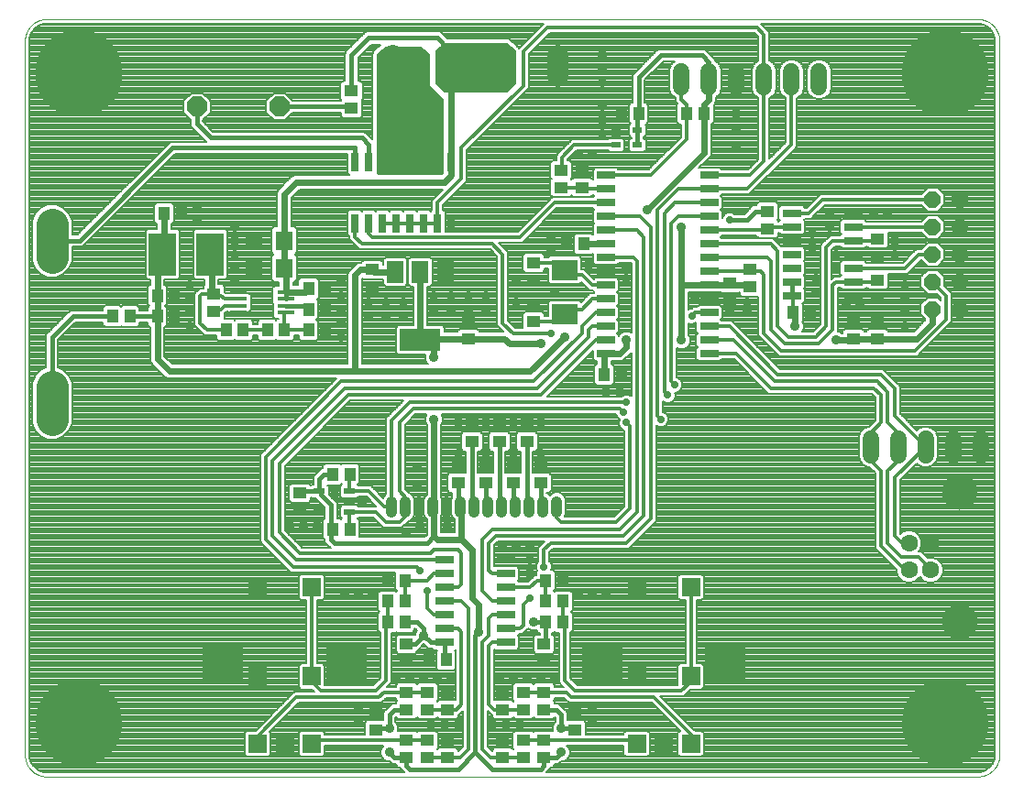
<source format=gtl>
G75*
%MOIN*%
%OFA0B0*%
%FSLAX25Y25*%
%IPPOS*%
%LPD*%
%AMOC8*
5,1,8,0,0,1.08239X$1,22.5*
%
%ADD10C,0.00400*%
%ADD11R,0.06693X0.06693*%
%ADD12R,0.14961X0.14961*%
%ADD13R,0.06890X0.02756*%
%ADD14R,0.05118X0.04331*%
%ADD15R,0.04331X0.05118*%
%ADD16C,0.06299*%
%ADD17C,0.13055*%
%ADD18C,0.05906*%
%ADD19R,0.09449X0.07480*%
%ADD20R,0.04331X0.02362*%
%ADD21R,0.06693X0.02559*%
%ADD22C,0.03962*%
%ADD23C,0.11811*%
%ADD24R,0.05906X0.07874*%
%ADD25R,0.14961X0.07874*%
%ADD26OC8,0.05906*%
%ADD27R,0.02756X0.06890*%
%ADD28R,0.03543X0.02362*%
%ADD29R,0.03543X0.01575*%
%ADD30OC8,0.07087*%
%ADD31R,0.06496X0.01772*%
%ADD32R,0.06299X0.07087*%
%ADD33R,0.09843X0.15748*%
%ADD34C,0.07677*%
%ADD35C,0.31496*%
%ADD36C,0.00787*%
%ADD37C,0.03562*%
%ADD38C,0.02400*%
%ADD39C,0.01600*%
%ADD40C,0.01200*%
%ADD41C,0.02775*%
D10*
X0009268Y0087909D02*
X0347850Y0087909D01*
X0348040Y0087911D01*
X0348230Y0087918D01*
X0348420Y0087930D01*
X0348610Y0087946D01*
X0348799Y0087966D01*
X0348988Y0087992D01*
X0349176Y0088021D01*
X0349363Y0088056D01*
X0349549Y0088095D01*
X0349734Y0088138D01*
X0349919Y0088186D01*
X0350102Y0088238D01*
X0350283Y0088294D01*
X0350463Y0088355D01*
X0350642Y0088421D01*
X0350819Y0088490D01*
X0350995Y0088564D01*
X0351168Y0088642D01*
X0351340Y0088725D01*
X0351509Y0088811D01*
X0351677Y0088901D01*
X0351842Y0088996D01*
X0352005Y0089094D01*
X0352165Y0089197D01*
X0352323Y0089303D01*
X0352478Y0089413D01*
X0352631Y0089526D01*
X0352781Y0089644D01*
X0352927Y0089765D01*
X0353071Y0089889D01*
X0353212Y0090017D01*
X0353350Y0090148D01*
X0353485Y0090283D01*
X0353616Y0090421D01*
X0353744Y0090562D01*
X0353868Y0090706D01*
X0353989Y0090852D01*
X0354107Y0091002D01*
X0354220Y0091155D01*
X0354330Y0091310D01*
X0354436Y0091468D01*
X0354539Y0091628D01*
X0354637Y0091791D01*
X0354732Y0091956D01*
X0354822Y0092124D01*
X0354908Y0092293D01*
X0354991Y0092465D01*
X0355069Y0092638D01*
X0355143Y0092814D01*
X0355212Y0092991D01*
X0355278Y0093170D01*
X0355339Y0093350D01*
X0355395Y0093531D01*
X0355447Y0093714D01*
X0355495Y0093899D01*
X0355538Y0094084D01*
X0355577Y0094270D01*
X0355612Y0094457D01*
X0355641Y0094645D01*
X0355667Y0094834D01*
X0355687Y0095023D01*
X0355703Y0095213D01*
X0355715Y0095403D01*
X0355722Y0095593D01*
X0355724Y0095783D01*
X0355724Y0355626D01*
X0355722Y0355816D01*
X0355715Y0356006D01*
X0355703Y0356196D01*
X0355687Y0356386D01*
X0355667Y0356575D01*
X0355641Y0356764D01*
X0355612Y0356952D01*
X0355577Y0357139D01*
X0355538Y0357325D01*
X0355495Y0357510D01*
X0355447Y0357695D01*
X0355395Y0357878D01*
X0355339Y0358059D01*
X0355278Y0358239D01*
X0355212Y0358418D01*
X0355143Y0358595D01*
X0355069Y0358771D01*
X0354991Y0358944D01*
X0354908Y0359116D01*
X0354822Y0359285D01*
X0354732Y0359453D01*
X0354637Y0359618D01*
X0354539Y0359781D01*
X0354436Y0359941D01*
X0354330Y0360099D01*
X0354220Y0360254D01*
X0354107Y0360407D01*
X0353989Y0360557D01*
X0353868Y0360703D01*
X0353744Y0360847D01*
X0353616Y0360988D01*
X0353485Y0361126D01*
X0353350Y0361261D01*
X0353212Y0361392D01*
X0353071Y0361520D01*
X0352927Y0361644D01*
X0352781Y0361765D01*
X0352631Y0361883D01*
X0352478Y0361996D01*
X0352323Y0362106D01*
X0352165Y0362212D01*
X0352005Y0362315D01*
X0351842Y0362413D01*
X0351677Y0362508D01*
X0351509Y0362598D01*
X0351340Y0362684D01*
X0351168Y0362767D01*
X0350995Y0362845D01*
X0350819Y0362919D01*
X0350642Y0362988D01*
X0350463Y0363054D01*
X0350283Y0363115D01*
X0350102Y0363171D01*
X0349919Y0363223D01*
X0349734Y0363271D01*
X0349549Y0363314D01*
X0349363Y0363353D01*
X0349176Y0363388D01*
X0348988Y0363417D01*
X0348799Y0363443D01*
X0348610Y0363463D01*
X0348420Y0363479D01*
X0348230Y0363491D01*
X0348040Y0363498D01*
X0347850Y0363500D01*
X0009268Y0363500D01*
X0009078Y0363498D01*
X0008888Y0363491D01*
X0008698Y0363479D01*
X0008508Y0363463D01*
X0008319Y0363443D01*
X0008130Y0363417D01*
X0007942Y0363388D01*
X0007755Y0363353D01*
X0007569Y0363314D01*
X0007384Y0363271D01*
X0007199Y0363223D01*
X0007016Y0363171D01*
X0006835Y0363115D01*
X0006655Y0363054D01*
X0006476Y0362988D01*
X0006299Y0362919D01*
X0006123Y0362845D01*
X0005950Y0362767D01*
X0005778Y0362684D01*
X0005609Y0362598D01*
X0005441Y0362508D01*
X0005276Y0362413D01*
X0005113Y0362315D01*
X0004953Y0362212D01*
X0004795Y0362106D01*
X0004640Y0361996D01*
X0004487Y0361883D01*
X0004337Y0361765D01*
X0004191Y0361644D01*
X0004047Y0361520D01*
X0003906Y0361392D01*
X0003768Y0361261D01*
X0003633Y0361126D01*
X0003502Y0360988D01*
X0003374Y0360847D01*
X0003250Y0360703D01*
X0003129Y0360557D01*
X0003011Y0360407D01*
X0002898Y0360254D01*
X0002788Y0360099D01*
X0002682Y0359941D01*
X0002579Y0359781D01*
X0002481Y0359618D01*
X0002386Y0359453D01*
X0002296Y0359285D01*
X0002210Y0359116D01*
X0002127Y0358944D01*
X0002049Y0358771D01*
X0001975Y0358595D01*
X0001906Y0358418D01*
X0001840Y0358239D01*
X0001779Y0358059D01*
X0001723Y0357878D01*
X0001671Y0357695D01*
X0001623Y0357510D01*
X0001580Y0357325D01*
X0001541Y0357139D01*
X0001506Y0356952D01*
X0001477Y0356764D01*
X0001451Y0356575D01*
X0001431Y0356386D01*
X0001415Y0356196D01*
X0001403Y0356006D01*
X0001396Y0355816D01*
X0001394Y0355626D01*
X0001394Y0095783D01*
X0001396Y0095593D01*
X0001403Y0095403D01*
X0001415Y0095213D01*
X0001431Y0095023D01*
X0001451Y0094834D01*
X0001477Y0094645D01*
X0001506Y0094457D01*
X0001541Y0094270D01*
X0001580Y0094084D01*
X0001623Y0093899D01*
X0001671Y0093714D01*
X0001723Y0093531D01*
X0001779Y0093350D01*
X0001840Y0093170D01*
X0001906Y0092991D01*
X0001975Y0092814D01*
X0002049Y0092638D01*
X0002127Y0092465D01*
X0002210Y0092293D01*
X0002296Y0092124D01*
X0002386Y0091956D01*
X0002481Y0091791D01*
X0002579Y0091628D01*
X0002682Y0091468D01*
X0002788Y0091310D01*
X0002898Y0091155D01*
X0003011Y0091002D01*
X0003129Y0090852D01*
X0003250Y0090706D01*
X0003374Y0090562D01*
X0003502Y0090421D01*
X0003633Y0090283D01*
X0003768Y0090148D01*
X0003906Y0090017D01*
X0004047Y0089889D01*
X0004191Y0089765D01*
X0004337Y0089644D01*
X0004487Y0089526D01*
X0004640Y0089413D01*
X0004795Y0089303D01*
X0004953Y0089197D01*
X0005113Y0089094D01*
X0005276Y0088996D01*
X0005441Y0088901D01*
X0005609Y0088811D01*
X0005778Y0088725D01*
X0005950Y0088642D01*
X0006123Y0088564D01*
X0006299Y0088490D01*
X0006476Y0088421D01*
X0006655Y0088355D01*
X0006835Y0088294D01*
X0007016Y0088238D01*
X0007199Y0088186D01*
X0007384Y0088138D01*
X0007569Y0088095D01*
X0007755Y0088056D01*
X0007942Y0088021D01*
X0008130Y0087992D01*
X0008319Y0087966D01*
X0008508Y0087946D01*
X0008698Y0087930D01*
X0008888Y0087918D01*
X0009078Y0087911D01*
X0009268Y0087909D01*
D11*
X0086039Y0099720D03*
X0086039Y0099720D03*
X0095882Y0099720D03*
X0095882Y0099720D03*
X0105724Y0099720D03*
X0105724Y0099720D03*
X0105724Y0124327D03*
X0086039Y0124327D03*
X0086039Y0156807D03*
X0105724Y0156807D03*
X0223835Y0156807D03*
X0243520Y0156807D03*
X0243520Y0124327D03*
X0223835Y0124327D03*
X0223835Y0099720D03*
X0223835Y0099720D03*
X0233677Y0099720D03*
X0233677Y0099720D03*
X0243520Y0099720D03*
X0243520Y0099720D03*
D12*
X0256118Y0129248D03*
X0211236Y0129248D03*
X0118323Y0129248D03*
X0073441Y0129248D03*
D13*
X0154022Y0136659D03*
X0154022Y0141659D03*
X0154022Y0146659D03*
X0154022Y0151659D03*
X0154022Y0156659D03*
X0154022Y0161659D03*
X0154022Y0166659D03*
X0176266Y0166659D03*
X0176266Y0161659D03*
X0176266Y0156659D03*
X0176266Y0151659D03*
X0176266Y0146659D03*
X0176266Y0141659D03*
X0176266Y0136659D03*
X0280272Y0262909D03*
X0280272Y0267909D03*
X0280272Y0272909D03*
X0280272Y0277909D03*
X0280272Y0282909D03*
X0280272Y0287909D03*
X0280272Y0292909D03*
X0302516Y0292909D03*
X0302516Y0287909D03*
X0302516Y0282909D03*
X0302516Y0277909D03*
X0302516Y0272909D03*
X0302516Y0267909D03*
X0302516Y0262909D03*
D14*
X0311394Y0262260D03*
X0311394Y0268559D03*
X0311394Y0277260D03*
X0311394Y0283559D03*
X0311394Y0253559D03*
X0311394Y0247260D03*
X0302644Y0247260D03*
X0302644Y0253559D03*
X0265144Y0266010D03*
X0265144Y0272309D03*
X0257644Y0267309D03*
X0257644Y0261010D03*
X0271394Y0287260D03*
X0271394Y0293559D03*
X0203894Y0302260D03*
X0203894Y0308559D03*
X0196394Y0308559D03*
X0196394Y0302260D03*
X0186394Y0274809D03*
X0186394Y0268510D03*
X0186394Y0259809D03*
X0186394Y0253510D03*
X0162644Y0253559D03*
X0162644Y0247260D03*
X0163894Y0216059D03*
X0163894Y0209760D03*
X0168894Y0201059D03*
X0168894Y0194760D03*
X0178894Y0194760D03*
X0178894Y0201059D03*
X0188894Y0201059D03*
X0188894Y0194760D03*
X0183894Y0209760D03*
X0183894Y0216059D03*
X0173894Y0216059D03*
X0173894Y0209760D03*
X0158894Y0201059D03*
X0158894Y0194760D03*
X0101394Y0191059D03*
X0101394Y0184760D03*
X0140144Y0136059D03*
X0140144Y0129760D03*
X0140144Y0118559D03*
X0147644Y0118559D03*
X0147644Y0112260D03*
X0140144Y0112260D03*
X0140144Y0101059D03*
X0140144Y0094760D03*
X0147644Y0094760D03*
X0147644Y0101059D03*
X0155144Y0101059D03*
X0155144Y0094760D03*
X0155144Y0112260D03*
X0155144Y0118559D03*
X0175144Y0118559D03*
X0175144Y0112260D03*
X0182644Y0112260D03*
X0182644Y0118559D03*
X0190144Y0118559D03*
X0190144Y0112260D03*
X0201394Y0111059D03*
X0201394Y0104760D03*
X0190144Y0101059D03*
X0190144Y0094760D03*
X0182644Y0094760D03*
X0182644Y0101059D03*
X0175144Y0101059D03*
X0175144Y0094760D03*
X0190144Y0129760D03*
X0190144Y0136059D03*
X0128894Y0111059D03*
X0128894Y0104760D03*
X0070144Y0257260D03*
X0070144Y0263559D03*
X0127644Y0266010D03*
X0127644Y0272309D03*
X0120144Y0331010D03*
X0120144Y0337309D03*
D15*
X0058293Y0292909D03*
X0051994Y0292909D03*
X0049494Y0262909D03*
X0055793Y0262909D03*
X0055793Y0255409D03*
X0049494Y0255409D03*
X0039543Y0255409D03*
X0033244Y0255409D03*
X0074494Y0250409D03*
X0080793Y0250409D03*
X0089494Y0250409D03*
X0095793Y0250409D03*
X0104494Y0250409D03*
X0110793Y0250409D03*
X0110793Y0257909D03*
X0104494Y0257909D03*
X0104494Y0265409D03*
X0110793Y0265409D03*
X0113244Y0197909D03*
X0119543Y0197909D03*
X0119543Y0177909D03*
X0113244Y0177909D03*
X0133244Y0159159D03*
X0139543Y0159159D03*
X0139543Y0151659D03*
X0133244Y0151659D03*
X0133244Y0144159D03*
X0139543Y0144159D03*
X0148244Y0130409D03*
X0154543Y0130409D03*
X0190744Y0144159D03*
X0197043Y0144159D03*
X0197043Y0151659D03*
X0190744Y0151659D03*
X0190744Y0159159D03*
X0197043Y0159159D03*
X0211994Y0234159D03*
X0218293Y0234159D03*
X0204543Y0281659D03*
X0198244Y0281659D03*
X0218244Y0329159D03*
X0224543Y0329159D03*
X0241994Y0329159D03*
X0248293Y0329159D03*
X0280744Y0256659D03*
X0287043Y0256659D03*
D16*
X0322850Y0172831D03*
X0330724Y0172831D03*
X0330724Y0162988D03*
X0322850Y0162988D03*
D17*
X0341394Y0144209D03*
X0341394Y0191610D03*
D18*
X0338894Y0204957D02*
X0338894Y0210862D01*
X0348894Y0210862D02*
X0348894Y0204957D01*
X0328894Y0204957D02*
X0328894Y0210862D01*
X0318894Y0210862D02*
X0318894Y0204957D01*
X0308894Y0204957D02*
X0308894Y0210862D01*
X0290144Y0338707D02*
X0290144Y0344612D01*
X0280144Y0344612D02*
X0280144Y0338707D01*
X0270144Y0338707D02*
X0270144Y0344612D01*
X0260144Y0344612D02*
X0260144Y0338707D01*
X0250144Y0338707D02*
X0250144Y0344612D01*
X0240144Y0344612D02*
X0240144Y0338707D01*
D19*
X0197644Y0272230D03*
X0197644Y0256089D03*
D20*
X0119406Y0191650D03*
X0119406Y0187909D03*
X0119406Y0184169D03*
X0108382Y0184169D03*
X0108382Y0191650D03*
D21*
X0212575Y0241659D03*
X0212575Y0246659D03*
X0212575Y0251659D03*
X0212575Y0256659D03*
X0212575Y0261659D03*
X0212575Y0266659D03*
X0212575Y0271659D03*
X0212575Y0276659D03*
X0212575Y0281659D03*
X0212575Y0286659D03*
X0212575Y0291659D03*
X0212575Y0296659D03*
X0212575Y0301659D03*
X0212575Y0306659D03*
X0250213Y0306659D03*
X0250213Y0301659D03*
X0250213Y0296659D03*
X0250213Y0291659D03*
X0250213Y0286659D03*
X0250213Y0281659D03*
X0250213Y0276659D03*
X0250213Y0271659D03*
X0250213Y0266659D03*
X0250213Y0261659D03*
X0250213Y0256659D03*
X0250213Y0251659D03*
X0250213Y0246659D03*
X0250213Y0241659D03*
D22*
X0194780Y0187971D02*
X0194780Y0184009D01*
X0189780Y0184009D02*
X0189780Y0187971D01*
X0184780Y0187971D02*
X0184780Y0184009D01*
X0179780Y0184009D02*
X0179780Y0187971D01*
X0174780Y0187971D02*
X0174780Y0184009D01*
X0169780Y0184009D02*
X0169780Y0187971D01*
X0164780Y0187971D02*
X0164780Y0184009D01*
X0159780Y0184009D02*
X0159780Y0187971D01*
X0154780Y0187971D02*
X0154780Y0184009D01*
X0149780Y0184009D02*
X0149780Y0187971D01*
X0144780Y0187971D02*
X0144780Y0184009D01*
X0139780Y0184009D02*
X0139780Y0187971D01*
X0134780Y0187971D02*
X0134780Y0184009D01*
D23*
X0011236Y0217880D02*
X0011236Y0229691D01*
X0011236Y0276935D02*
X0011236Y0288746D01*
D24*
X0136089Y0271561D03*
X0145144Y0271561D03*
X0154199Y0271561D03*
D25*
X0145144Y0246758D03*
D26*
X0331394Y0257909D03*
X0331394Y0267909D03*
X0341394Y0267909D03*
X0341394Y0257909D03*
X0341394Y0277909D03*
X0341394Y0287909D03*
X0331394Y0287909D03*
X0331394Y0277909D03*
X0331394Y0297909D03*
X0341394Y0297909D03*
D27*
X0156394Y0289287D03*
X0151394Y0289287D03*
X0146394Y0289287D03*
X0141394Y0289287D03*
X0136394Y0289287D03*
X0131394Y0289287D03*
X0126394Y0289287D03*
X0121394Y0289287D03*
X0121394Y0311531D03*
X0126394Y0311531D03*
X0131394Y0311531D03*
X0136394Y0311531D03*
X0141394Y0311531D03*
X0146394Y0311531D03*
X0151394Y0311531D03*
X0156394Y0311531D03*
D28*
X0216207Y0317654D03*
X0216207Y0323165D03*
X0224081Y0323165D03*
X0224081Y0317654D03*
D29*
X0216207Y0320409D03*
D30*
X0093894Y0331659D03*
X0063894Y0331659D03*
D31*
X0078982Y0264159D03*
X0078982Y0261659D03*
X0078982Y0259159D03*
X0078982Y0256659D03*
X0096305Y0256659D03*
X0096305Y0259159D03*
X0096305Y0261659D03*
X0096305Y0264159D03*
D32*
X0095656Y0272909D03*
X0095656Y0282909D03*
X0084632Y0282909D03*
X0084632Y0272909D03*
D33*
X0068805Y0277909D03*
X0051482Y0277909D03*
D34*
X0135144Y0342821D02*
X0135144Y0350498D01*
X0155144Y0350498D02*
X0155144Y0342821D01*
X0175144Y0342821D02*
X0175144Y0350498D01*
X0195144Y0350498D02*
X0195144Y0342821D01*
D35*
X0336039Y0343815D03*
X0336039Y0107594D03*
X0021079Y0107594D03*
X0021079Y0343815D03*
D36*
X0009268Y0361906D02*
X0190071Y0361906D01*
X0189400Y0361235D01*
X0180998Y0352834D01*
X0180923Y0353015D01*
X0180250Y0353689D01*
X0177750Y0356189D01*
X0176870Y0356553D01*
X0154885Y0356553D01*
X0153423Y0358015D01*
X0153423Y0358015D01*
X0152750Y0358689D01*
X0151870Y0359053D01*
X0125918Y0359053D01*
X0125038Y0358689D01*
X0118788Y0352439D01*
X0118114Y0351765D01*
X0117750Y0350886D01*
X0117750Y0341068D01*
X0116925Y0341068D01*
X0115991Y0340135D01*
X0115991Y0334484D01*
X0116456Y0334018D01*
X0116292Y0333853D01*
X0098682Y0333853D01*
X0095939Y0336596D01*
X0091849Y0336596D01*
X0088957Y0333704D01*
X0088957Y0329614D01*
X0091849Y0326722D01*
X0095939Y0326722D01*
X0098682Y0329466D01*
X0116191Y0329466D01*
X0116191Y0328267D01*
X0117007Y0327451D01*
X0123280Y0327451D01*
X0124096Y0328267D01*
X0124096Y0333752D01*
X0123831Y0334018D01*
X0124296Y0334484D01*
X0124296Y0340135D01*
X0123363Y0341068D01*
X0122537Y0341068D01*
X0122537Y0349418D01*
X0127385Y0354266D01*
X0130615Y0354266D01*
X0128788Y0352439D01*
X0128114Y0351765D01*
X0127750Y0350886D01*
X0127750Y0319655D01*
X0126087Y0321318D01*
X0124802Y0322603D01*
X0069802Y0322603D01*
X0066087Y0326318D01*
X0066087Y0326871D01*
X0068831Y0329614D01*
X0068831Y0333704D01*
X0065939Y0336596D01*
X0061849Y0336596D01*
X0058957Y0333704D01*
X0058957Y0329614D01*
X0061700Y0326871D01*
X0061700Y0324501D01*
X0062985Y0323216D01*
X0067348Y0318853D01*
X0054235Y0318853D01*
X0052950Y0317568D01*
X0020416Y0285034D01*
X0018535Y0285034D01*
X0018535Y0290198D01*
X0017424Y0292881D01*
X0015371Y0294934D01*
X0012688Y0296045D01*
X0009784Y0296045D01*
X0007102Y0294934D01*
X0005048Y0292881D01*
X0003937Y0290198D01*
X0003937Y0275483D01*
X0005048Y0272800D01*
X0007102Y0270747D01*
X0009784Y0269636D01*
X0012688Y0269636D01*
X0015371Y0270747D01*
X0017424Y0272800D01*
X0018535Y0275483D01*
X0018535Y0280647D01*
X0022233Y0280647D01*
X0056052Y0314466D01*
X0118622Y0314466D01*
X0118622Y0307509D01*
X0119178Y0306953D01*
X0099588Y0306953D01*
X0098561Y0306528D01*
X0097775Y0305742D01*
X0093287Y0301254D01*
X0092862Y0300227D01*
X0092862Y0288046D01*
X0091846Y0288046D01*
X0090912Y0287113D01*
X0090912Y0278706D01*
X0091709Y0277909D01*
X0090912Y0277113D01*
X0090912Y0268706D01*
X0091846Y0267772D01*
X0093511Y0267772D01*
X0093511Y0266639D01*
X0092397Y0266639D01*
X0091463Y0265705D01*
X0091463Y0260113D01*
X0091663Y0259913D01*
X0091663Y0255196D01*
X0092480Y0254380D01*
X0093800Y0254380D01*
X0093800Y0254362D01*
X0093051Y0254362D01*
X0092644Y0253955D01*
X0092237Y0254362D01*
X0086751Y0254362D01*
X0085935Y0253546D01*
X0085935Y0252403D01*
X0084352Y0252403D01*
X0084352Y0253546D01*
X0083536Y0254362D01*
X0078051Y0254362D01*
X0077644Y0253955D01*
X0077237Y0254362D01*
X0073941Y0254362D01*
X0074096Y0254517D01*
X0074096Y0256543D01*
X0074720Y0257166D01*
X0074871Y0257166D01*
X0075157Y0256880D01*
X0082808Y0256880D01*
X0083624Y0257696D01*
X0083624Y0263123D01*
X0082808Y0263939D01*
X0075157Y0263939D01*
X0074871Y0263653D01*
X0074720Y0263653D01*
X0074637Y0263735D01*
X0074096Y0264276D01*
X0074096Y0266302D01*
X0073280Y0267118D01*
X0071793Y0267118D01*
X0071793Y0268642D01*
X0074304Y0268642D01*
X0075120Y0269458D01*
X0075120Y0286361D01*
X0074304Y0287177D01*
X0063307Y0287177D01*
X0062490Y0286361D01*
X0062490Y0269458D01*
X0063307Y0268642D01*
X0066605Y0268642D01*
X0066605Y0266716D01*
X0066191Y0266302D01*
X0066191Y0265553D01*
X0064967Y0265553D01*
X0064318Y0264903D01*
X0063150Y0263735D01*
X0063150Y0252084D01*
X0065650Y0249584D01*
X0066818Y0248416D01*
X0070935Y0248416D01*
X0070935Y0247273D01*
X0071751Y0246457D01*
X0077237Y0246457D01*
X0077644Y0246864D01*
X0078051Y0246457D01*
X0083536Y0246457D01*
X0084352Y0247273D01*
X0084352Y0248416D01*
X0085935Y0248416D01*
X0085935Y0247273D01*
X0086751Y0246457D01*
X0092237Y0246457D01*
X0092644Y0246864D01*
X0093051Y0246457D01*
X0098536Y0246457D01*
X0099352Y0247273D01*
X0099352Y0248416D01*
X0100935Y0248416D01*
X0100935Y0247273D01*
X0101751Y0246457D01*
X0107237Y0246457D01*
X0108053Y0247273D01*
X0108053Y0253546D01*
X0107439Y0254159D01*
X0108053Y0254773D01*
X0108053Y0261046D01*
X0107581Y0261518D01*
X0108253Y0262190D01*
X0108253Y0268629D01*
X0107320Y0269562D01*
X0101669Y0269562D01*
X0100735Y0268629D01*
X0100735Y0266953D01*
X0099099Y0266953D01*
X0099099Y0267772D01*
X0099465Y0267772D01*
X0100399Y0268706D01*
X0100399Y0277113D01*
X0099602Y0277909D01*
X0100399Y0278706D01*
X0100399Y0287113D01*
X0099465Y0288046D01*
X0098449Y0288046D01*
X0098449Y0298514D01*
X0101301Y0301366D01*
X0153280Y0301366D01*
X0149400Y0297485D01*
X0149400Y0294088D01*
X0148894Y0293581D01*
X0148349Y0294126D01*
X0144438Y0294126D01*
X0143894Y0293581D01*
X0143349Y0294126D01*
X0139438Y0294126D01*
X0138894Y0293581D01*
X0138349Y0294126D01*
X0134438Y0294126D01*
X0133894Y0293581D01*
X0133349Y0294126D01*
X0129438Y0294126D01*
X0128894Y0293581D01*
X0128349Y0294126D01*
X0124438Y0294126D01*
X0123894Y0293581D01*
X0123349Y0294126D01*
X0119438Y0294126D01*
X0118622Y0293310D01*
X0118622Y0285265D01*
X0119400Y0284487D01*
X0119400Y0283334D01*
X0123068Y0279666D01*
X0170568Y0279666D01*
X0173150Y0277084D01*
X0173150Y0252084D01*
X0175380Y0249854D01*
X0166596Y0249854D01*
X0166596Y0250002D01*
X0165780Y0250819D01*
X0159507Y0250819D01*
X0158691Y0250002D01*
X0158691Y0249854D01*
X0154018Y0249854D01*
X0154018Y0251272D01*
X0153201Y0252089D01*
X0147737Y0252089D01*
X0147737Y0266230D01*
X0148674Y0266230D01*
X0149490Y0267047D01*
X0149490Y0276075D01*
X0148674Y0276892D01*
X0141614Y0276892D01*
X0140797Y0276075D01*
X0140797Y0267047D01*
X0141614Y0266230D01*
X0142550Y0266230D01*
X0142550Y0252089D01*
X0137086Y0252089D01*
X0136270Y0251272D01*
X0136270Y0242244D01*
X0137086Y0241427D01*
X0147129Y0241427D01*
X0146969Y0241041D01*
X0146969Y0239778D01*
X0147452Y0238611D01*
X0148060Y0238003D01*
X0123987Y0238003D01*
X0123987Y0269270D01*
X0124507Y0268750D01*
X0130780Y0268750D01*
X0130997Y0268967D01*
X0131742Y0268967D01*
X0131742Y0267047D01*
X0132559Y0266230D01*
X0139619Y0266230D01*
X0140435Y0267047D01*
X0140435Y0276075D01*
X0139619Y0276892D01*
X0132559Y0276892D01*
X0131742Y0276075D01*
X0131742Y0274155D01*
X0131596Y0274155D01*
X0131596Y0275052D01*
X0130780Y0275868D01*
X0124507Y0275868D01*
X0123691Y0275052D01*
X0123691Y0274903D01*
X0122777Y0274903D01*
X0121824Y0274508D01*
X0119924Y0272608D01*
X0119195Y0271879D01*
X0118800Y0270925D01*
X0118800Y0238003D01*
X0054968Y0238003D01*
X0052088Y0240883D01*
X0052088Y0251457D01*
X0052237Y0251457D01*
X0053053Y0252273D01*
X0053053Y0258546D01*
X0052439Y0259159D01*
X0053053Y0259773D01*
X0053053Y0266046D01*
X0052237Y0266862D01*
X0052088Y0266862D01*
X0052088Y0268642D01*
X0056981Y0268642D01*
X0057797Y0269458D01*
X0057797Y0286361D01*
X0056981Y0287177D01*
X0054588Y0287177D01*
X0054588Y0288957D01*
X0054737Y0288957D01*
X0055553Y0289773D01*
X0055553Y0296046D01*
X0054737Y0296862D01*
X0049251Y0296862D01*
X0048435Y0296046D01*
X0048435Y0289773D01*
X0049251Y0288957D01*
X0049400Y0288957D01*
X0049400Y0287177D01*
X0045984Y0287177D01*
X0045167Y0286361D01*
X0045167Y0269458D01*
X0045984Y0268642D01*
X0046900Y0268642D01*
X0046900Y0266862D01*
X0046751Y0266862D01*
X0045935Y0266046D01*
X0045935Y0259773D01*
X0046549Y0259159D01*
X0045935Y0258546D01*
X0045935Y0257603D01*
X0043102Y0257603D01*
X0043102Y0258546D01*
X0042286Y0259362D01*
X0036801Y0259362D01*
X0036394Y0258955D01*
X0035987Y0259362D01*
X0030501Y0259362D01*
X0029685Y0258546D01*
X0029685Y0257603D01*
X0017985Y0257603D01*
X0016700Y0256318D01*
X0009043Y0248661D01*
X0009043Y0236683D01*
X0007102Y0235879D01*
X0005048Y0233826D01*
X0003937Y0231143D01*
X0003937Y0216428D01*
X0005048Y0213745D01*
X0007102Y0211692D01*
X0009784Y0210581D01*
X0012688Y0210581D01*
X0015371Y0211692D01*
X0017424Y0213745D01*
X0018535Y0216428D01*
X0018535Y0231143D01*
X0017424Y0233826D01*
X0015371Y0235879D01*
X0013430Y0236683D01*
X0013430Y0246843D01*
X0019802Y0253216D01*
X0029685Y0253216D01*
X0029685Y0252273D01*
X0030501Y0251457D01*
X0035987Y0251457D01*
X0036394Y0251864D01*
X0036801Y0251457D01*
X0042286Y0251457D01*
X0043102Y0252273D01*
X0043102Y0253216D01*
X0045935Y0253216D01*
X0045935Y0252273D01*
X0046751Y0251457D01*
X0046900Y0251457D01*
X0046900Y0239293D01*
X0047295Y0238340D01*
X0048025Y0237610D01*
X0052424Y0233211D01*
X0053378Y0232816D01*
X0114730Y0232816D01*
X0114400Y0232485D01*
X0086900Y0204985D01*
X0086900Y0173334D01*
X0088068Y0172166D01*
X0098068Y0162166D01*
X0135984Y0162166D01*
X0135984Y0156023D01*
X0136598Y0155409D01*
X0136394Y0155205D01*
X0135987Y0155612D01*
X0130501Y0155612D01*
X0129685Y0154796D01*
X0129685Y0148523D01*
X0130299Y0147909D01*
X0129685Y0147296D01*
X0129685Y0141023D01*
X0130501Y0140207D01*
X0130650Y0140207D01*
X0130650Y0123735D01*
X0128068Y0121153D01*
X0110465Y0121153D01*
X0110465Y0128251D01*
X0109648Y0129067D01*
X0107718Y0129067D01*
X0107718Y0152067D01*
X0109648Y0152067D01*
X0110465Y0152883D01*
X0110465Y0160731D01*
X0109648Y0161547D01*
X0101801Y0161547D01*
X0100984Y0160731D01*
X0100984Y0152883D01*
X0101801Y0152067D01*
X0103731Y0152067D01*
X0103731Y0129067D01*
X0101801Y0129067D01*
X0100984Y0128251D01*
X0100984Y0120403D01*
X0101801Y0119587D01*
X0105647Y0119587D01*
X0106580Y0118653D01*
X0099318Y0118653D01*
X0085214Y0104549D01*
X0085125Y0104461D01*
X0082116Y0104461D01*
X0081299Y0103644D01*
X0081299Y0095797D01*
X0082116Y0094980D01*
X0089963Y0094980D01*
X0090780Y0095797D01*
X0090780Y0103644D01*
X0090364Y0104060D01*
X0100970Y0114666D01*
X0130970Y0114666D01*
X0132137Y0115834D01*
X0132869Y0116565D01*
X0136191Y0116565D01*
X0136191Y0115816D01*
X0136598Y0115409D01*
X0136191Y0115002D01*
X0136191Y0114454D01*
X0134835Y0114454D01*
X0132985Y0112603D01*
X0131700Y0111318D01*
X0131700Y0108319D01*
X0125757Y0108319D01*
X0124941Y0107502D01*
X0124941Y0103053D01*
X0110465Y0103053D01*
X0110465Y0103644D01*
X0109648Y0104461D01*
X0101801Y0104461D01*
X0100984Y0103644D01*
X0100984Y0095797D01*
X0101801Y0094980D01*
X0109648Y0094980D01*
X0110465Y0095797D01*
X0110465Y0099065D01*
X0131810Y0099065D01*
X0131202Y0098458D01*
X0130719Y0097291D01*
X0130719Y0096028D01*
X0131202Y0094861D01*
X0132095Y0093968D01*
X0133262Y0093485D01*
X0133966Y0093485D01*
X0134885Y0092566D01*
X0136191Y0092566D01*
X0136191Y0092017D01*
X0137007Y0091201D01*
X0137950Y0091201D01*
X0137950Y0090751D01*
X0139198Y0089503D01*
X0009268Y0089503D01*
X0008285Y0089580D01*
X0006417Y0090188D01*
X0004827Y0091343D01*
X0003672Y0092932D01*
X0003065Y0094801D01*
X0002987Y0095783D01*
X0002987Y0355626D01*
X0003065Y0356608D01*
X0003672Y0358477D01*
X0004827Y0360067D01*
X0006417Y0361222D01*
X0008285Y0361829D01*
X0009268Y0361906D01*
X0006987Y0361407D02*
X0189572Y0361407D01*
X0189400Y0361235D02*
X0189400Y0361235D01*
X0188786Y0360621D02*
X0005590Y0360621D01*
X0004659Y0359835D02*
X0188000Y0359835D01*
X0187214Y0359049D02*
X0151879Y0359049D01*
X0153175Y0358263D02*
X0186428Y0358263D01*
X0185642Y0357478D02*
X0153961Y0357478D01*
X0154747Y0356692D02*
X0184856Y0356692D01*
X0184070Y0355906D02*
X0178033Y0355906D01*
X0178819Y0355120D02*
X0183285Y0355120D01*
X0182499Y0354334D02*
X0179604Y0354334D01*
X0180390Y0353548D02*
X0181713Y0353548D01*
X0184637Y0350834D02*
X0192220Y0358416D01*
X0266818Y0358416D01*
X0268150Y0357084D01*
X0268150Y0348491D01*
X0267682Y0348297D01*
X0266459Y0347074D01*
X0265797Y0345477D01*
X0265797Y0337842D01*
X0266459Y0336245D01*
X0267682Y0335022D01*
X0268150Y0334828D01*
X0268150Y0312485D01*
X0264318Y0308653D01*
X0254816Y0308653D01*
X0254136Y0309333D01*
X0246485Y0309333D01*
X0249763Y0312610D01*
X0250492Y0313340D01*
X0250887Y0314293D01*
X0250887Y0325207D01*
X0251036Y0325207D01*
X0251852Y0326023D01*
X0251852Y0332200D01*
X0252343Y0332690D01*
X0252737Y0333644D01*
X0252737Y0335154D01*
X0253828Y0336245D01*
X0254490Y0337842D01*
X0254490Y0345477D01*
X0253828Y0347074D01*
X0252606Y0348297D01*
X0252337Y0348408D01*
X0252337Y0348818D01*
X0251052Y0350103D01*
X0248552Y0352603D01*
X0231735Y0352603D01*
X0230450Y0351318D01*
X0222350Y0343218D01*
X0222350Y0333112D01*
X0221801Y0333112D01*
X0220984Y0332296D01*
X0220984Y0326023D01*
X0221499Y0325508D01*
X0220915Y0324924D01*
X0220915Y0321407D01*
X0221732Y0320591D01*
X0221887Y0320591D01*
X0221887Y0320228D01*
X0221732Y0320228D01*
X0220915Y0319412D01*
X0220915Y0315895D01*
X0221732Y0315079D01*
X0226430Y0315079D01*
X0227246Y0315895D01*
X0227246Y0319412D01*
X0226430Y0320228D01*
X0226274Y0320228D01*
X0226274Y0320591D01*
X0226430Y0320591D01*
X0227246Y0321407D01*
X0227246Y0324924D01*
X0226963Y0325207D01*
X0227286Y0325207D01*
X0228102Y0326023D01*
X0228102Y0332296D01*
X0227286Y0333112D01*
X0226737Y0333112D01*
X0226737Y0341400D01*
X0233552Y0348216D01*
X0237600Y0348216D01*
X0236459Y0347074D01*
X0235797Y0345477D01*
X0235797Y0337842D01*
X0236459Y0336245D01*
X0237682Y0335022D01*
X0238150Y0334828D01*
X0238150Y0333334D01*
X0238811Y0332672D01*
X0238435Y0332296D01*
X0238435Y0326023D01*
X0239251Y0325207D01*
X0240000Y0325207D01*
X0240000Y0320586D01*
X0228068Y0308653D01*
X0217178Y0308653D01*
X0216499Y0309333D01*
X0208651Y0309333D01*
X0207835Y0308516D01*
X0207835Y0305014D01*
X0207030Y0305819D01*
X0200757Y0305819D01*
X0200144Y0305205D01*
X0199939Y0305409D01*
X0200346Y0305816D01*
X0200346Y0311302D01*
X0199530Y0312118D01*
X0198643Y0312118D01*
X0198643Y0312340D01*
X0201964Y0315660D01*
X0213277Y0315660D01*
X0213858Y0315079D01*
X0218556Y0315079D01*
X0219372Y0315895D01*
X0219372Y0319412D01*
X0218556Y0320228D01*
X0213858Y0320228D01*
X0213277Y0319647D01*
X0200312Y0319647D01*
X0199144Y0318479D01*
X0194656Y0313991D01*
X0194656Y0312118D01*
X0193257Y0312118D01*
X0192441Y0311302D01*
X0192441Y0305816D01*
X0192848Y0305409D01*
X0192441Y0305002D01*
X0192441Y0299517D01*
X0193257Y0298701D01*
X0199530Y0298701D01*
X0200144Y0299314D01*
X0200757Y0298701D01*
X0207030Y0298701D01*
X0207846Y0299517D01*
X0207846Y0299666D01*
X0207972Y0299666D01*
X0208478Y0299159D01*
X0207972Y0298653D01*
X0193068Y0298653D01*
X0191900Y0297485D01*
X0180568Y0286153D01*
X0154165Y0286153D01*
X0154165Y0293310D01*
X0153387Y0294088D01*
X0153387Y0295834D01*
X0160970Y0303416D01*
X0162137Y0304584D01*
X0162137Y0315834D01*
X0184637Y0338334D01*
X0184637Y0350834D01*
X0184637Y0350404D02*
X0229536Y0350404D01*
X0228750Y0349618D02*
X0184637Y0349618D01*
X0184637Y0348833D02*
X0227964Y0348833D01*
X0227179Y0348047D02*
X0184637Y0348047D01*
X0184637Y0347261D02*
X0226393Y0347261D01*
X0225607Y0346475D02*
X0184637Y0346475D01*
X0184637Y0345689D02*
X0224821Y0345689D01*
X0224035Y0344903D02*
X0184637Y0344903D01*
X0184637Y0344117D02*
X0223249Y0344117D01*
X0222463Y0343331D02*
X0184637Y0343331D01*
X0184637Y0342545D02*
X0222350Y0342545D01*
X0222350Y0341759D02*
X0184637Y0341759D01*
X0184637Y0340973D02*
X0222350Y0340973D01*
X0222350Y0340187D02*
X0184637Y0340187D01*
X0184637Y0339402D02*
X0222350Y0339402D01*
X0222350Y0338616D02*
X0184637Y0338616D01*
X0184134Y0337830D02*
X0222350Y0337830D01*
X0222350Y0337044D02*
X0183348Y0337044D01*
X0182562Y0336258D02*
X0222350Y0336258D01*
X0222350Y0335472D02*
X0181776Y0335472D01*
X0180990Y0334686D02*
X0222350Y0334686D01*
X0222350Y0333900D02*
X0180204Y0333900D01*
X0179418Y0333114D02*
X0222350Y0333114D01*
X0221017Y0332328D02*
X0178632Y0332328D01*
X0177846Y0331542D02*
X0220984Y0331542D01*
X0220984Y0330757D02*
X0177060Y0330757D01*
X0176274Y0329971D02*
X0220984Y0329971D01*
X0220984Y0329185D02*
X0175488Y0329185D01*
X0174703Y0328399D02*
X0220984Y0328399D01*
X0220984Y0327613D02*
X0173917Y0327613D01*
X0173131Y0326827D02*
X0220984Y0326827D01*
X0220984Y0326041D02*
X0172345Y0326041D01*
X0171559Y0325255D02*
X0221247Y0325255D01*
X0220915Y0324469D02*
X0170773Y0324469D01*
X0169987Y0323683D02*
X0220915Y0323683D01*
X0220915Y0322897D02*
X0169201Y0322897D01*
X0168415Y0322111D02*
X0220915Y0322111D01*
X0220997Y0321326D02*
X0167629Y0321326D01*
X0166843Y0320540D02*
X0221887Y0320540D01*
X0221257Y0319754D02*
X0219030Y0319754D01*
X0219372Y0318968D02*
X0220915Y0318968D01*
X0220915Y0318182D02*
X0219372Y0318182D01*
X0219372Y0317396D02*
X0220915Y0317396D01*
X0220915Y0316610D02*
X0219372Y0316610D01*
X0219301Y0315824D02*
X0220986Y0315824D01*
X0217080Y0308751D02*
X0228166Y0308751D01*
X0228952Y0309537D02*
X0200346Y0309537D01*
X0200346Y0310323D02*
X0229738Y0310323D01*
X0230523Y0311109D02*
X0200346Y0311109D01*
X0199754Y0311895D02*
X0231309Y0311895D01*
X0232095Y0312681D02*
X0198984Y0312681D01*
X0199770Y0313466D02*
X0232881Y0313466D01*
X0233667Y0314252D02*
X0200556Y0314252D01*
X0201342Y0315038D02*
X0234453Y0315038D01*
X0235239Y0315824D02*
X0227175Y0315824D01*
X0227246Y0316610D02*
X0236025Y0316610D01*
X0236811Y0317396D02*
X0227246Y0317396D01*
X0227246Y0318182D02*
X0237597Y0318182D01*
X0238383Y0318968D02*
X0227246Y0318968D01*
X0226904Y0319754D02*
X0239168Y0319754D01*
X0239954Y0320540D02*
X0226274Y0320540D01*
X0227165Y0321326D02*
X0240000Y0321326D01*
X0240000Y0322111D02*
X0227246Y0322111D01*
X0227246Y0322897D02*
X0240000Y0322897D01*
X0240000Y0323683D02*
X0227246Y0323683D01*
X0227246Y0324469D02*
X0240000Y0324469D01*
X0239203Y0325255D02*
X0227334Y0325255D01*
X0228102Y0326041D02*
X0238435Y0326041D01*
X0238435Y0326827D02*
X0228102Y0326827D01*
X0228102Y0327613D02*
X0238435Y0327613D01*
X0238435Y0328399D02*
X0228102Y0328399D01*
X0228102Y0329185D02*
X0238435Y0329185D01*
X0238435Y0329971D02*
X0228102Y0329971D01*
X0228102Y0330757D02*
X0238435Y0330757D01*
X0238435Y0331542D02*
X0228102Y0331542D01*
X0228070Y0332328D02*
X0238468Y0332328D01*
X0238369Y0333114D02*
X0226737Y0333114D01*
X0226737Y0333900D02*
X0238150Y0333900D01*
X0238150Y0334686D02*
X0226737Y0334686D01*
X0226737Y0335472D02*
X0237232Y0335472D01*
X0236453Y0336258D02*
X0226737Y0336258D01*
X0226737Y0337044D02*
X0236128Y0337044D01*
X0235802Y0337830D02*
X0226737Y0337830D01*
X0226737Y0338616D02*
X0235797Y0338616D01*
X0235797Y0339402D02*
X0226737Y0339402D01*
X0226737Y0340187D02*
X0235797Y0340187D01*
X0235797Y0340973D02*
X0226737Y0340973D01*
X0227096Y0341759D02*
X0235797Y0341759D01*
X0235797Y0342545D02*
X0227882Y0342545D01*
X0228668Y0343331D02*
X0235797Y0343331D01*
X0235797Y0344117D02*
X0229454Y0344117D01*
X0230240Y0344903D02*
X0235797Y0344903D01*
X0235885Y0345689D02*
X0231025Y0345689D01*
X0231811Y0346475D02*
X0236211Y0346475D01*
X0236645Y0347261D02*
X0232597Y0347261D01*
X0233383Y0348047D02*
X0237431Y0348047D01*
X0231108Y0351976D02*
X0185780Y0351976D01*
X0184994Y0351190D02*
X0230322Y0351190D01*
X0249179Y0351976D02*
X0268150Y0351976D01*
X0268150Y0351190D02*
X0249965Y0351190D01*
X0250751Y0350404D02*
X0268150Y0350404D01*
X0268150Y0349618D02*
X0251537Y0349618D01*
X0252323Y0348833D02*
X0268150Y0348833D01*
X0267431Y0348047D02*
X0252856Y0348047D01*
X0253642Y0347261D02*
X0266645Y0347261D01*
X0266211Y0346475D02*
X0254077Y0346475D01*
X0254402Y0345689D02*
X0265885Y0345689D01*
X0265797Y0344903D02*
X0254490Y0344903D01*
X0254490Y0344117D02*
X0265797Y0344117D01*
X0265797Y0343331D02*
X0254490Y0343331D01*
X0254490Y0342545D02*
X0265797Y0342545D01*
X0265797Y0341759D02*
X0254490Y0341759D01*
X0254490Y0340973D02*
X0265797Y0340973D01*
X0265797Y0340187D02*
X0254490Y0340187D01*
X0254490Y0339402D02*
X0265797Y0339402D01*
X0265797Y0338616D02*
X0254490Y0338616D01*
X0254485Y0337830D02*
X0265802Y0337830D01*
X0266128Y0337044D02*
X0254159Y0337044D01*
X0253834Y0336258D02*
X0266453Y0336258D01*
X0267232Y0335472D02*
X0253056Y0335472D01*
X0252737Y0334686D02*
X0268150Y0334686D01*
X0268150Y0333900D02*
X0252737Y0333900D01*
X0252518Y0333114D02*
X0268150Y0333114D01*
X0268150Y0332328D02*
X0251981Y0332328D01*
X0251852Y0331542D02*
X0268150Y0331542D01*
X0268150Y0330757D02*
X0251852Y0330757D01*
X0251852Y0329971D02*
X0268150Y0329971D01*
X0268150Y0329185D02*
X0251852Y0329185D01*
X0251852Y0328399D02*
X0268150Y0328399D01*
X0268150Y0327613D02*
X0251852Y0327613D01*
X0251852Y0326827D02*
X0268150Y0326827D01*
X0268150Y0326041D02*
X0251852Y0326041D01*
X0251084Y0325255D02*
X0268150Y0325255D01*
X0268150Y0324469D02*
X0250887Y0324469D01*
X0250887Y0323683D02*
X0268150Y0323683D01*
X0268150Y0322897D02*
X0250887Y0322897D01*
X0250887Y0322111D02*
X0268150Y0322111D01*
X0268150Y0321326D02*
X0250887Y0321326D01*
X0250887Y0320540D02*
X0268150Y0320540D01*
X0268150Y0319754D02*
X0250887Y0319754D01*
X0250887Y0318968D02*
X0268150Y0318968D01*
X0268150Y0318182D02*
X0250887Y0318182D01*
X0250887Y0317396D02*
X0268150Y0317396D01*
X0268150Y0316610D02*
X0250887Y0316610D01*
X0250887Y0315824D02*
X0268150Y0315824D01*
X0268150Y0315038D02*
X0250887Y0315038D01*
X0250870Y0314252D02*
X0268150Y0314252D01*
X0268150Y0313466D02*
X0250545Y0313466D01*
X0249833Y0312681D02*
X0268150Y0312681D01*
X0267559Y0311895D02*
X0249047Y0311895D01*
X0248261Y0311109D02*
X0266773Y0311109D01*
X0265988Y0310323D02*
X0247475Y0310323D01*
X0246689Y0309537D02*
X0265202Y0309537D01*
X0264416Y0308751D02*
X0254718Y0308751D01*
X0254816Y0299666D02*
X0264720Y0299666D01*
X0280970Y0315916D01*
X0282137Y0317084D01*
X0282137Y0334828D01*
X0282606Y0335022D01*
X0283828Y0336245D01*
X0284490Y0337842D01*
X0284490Y0345477D01*
X0283828Y0347074D01*
X0282606Y0348297D01*
X0281008Y0348959D01*
X0279279Y0348959D01*
X0277682Y0348297D01*
X0276459Y0347074D01*
X0275797Y0345477D01*
X0275797Y0337842D01*
X0276459Y0336245D01*
X0277682Y0335022D01*
X0278150Y0334828D01*
X0278150Y0318735D01*
X0272137Y0312723D01*
X0272137Y0334828D01*
X0272606Y0335022D01*
X0273828Y0336245D01*
X0274490Y0337842D01*
X0274490Y0345477D01*
X0273828Y0347074D01*
X0272606Y0348297D01*
X0272137Y0348491D01*
X0272137Y0358735D01*
X0270970Y0359903D01*
X0268966Y0361906D01*
X0347850Y0361906D01*
X0348833Y0361829D01*
X0350702Y0361222D01*
X0352291Y0360067D01*
X0353446Y0358477D01*
X0354053Y0356608D01*
X0354131Y0355626D01*
X0354131Y0095783D01*
X0354053Y0094801D01*
X0353446Y0092932D01*
X0352291Y0091343D01*
X0350702Y0090188D01*
X0348833Y0089580D01*
X0347850Y0089503D01*
X0191090Y0089503D01*
X0192337Y0090751D01*
X0192337Y0091201D01*
X0193280Y0091201D01*
X0194096Y0092017D01*
X0194096Y0092566D01*
X0195403Y0092566D01*
X0196321Y0093485D01*
X0197025Y0093485D01*
X0198192Y0093968D01*
X0199085Y0094861D01*
X0199568Y0096028D01*
X0199568Y0097291D01*
X0199085Y0098458D01*
X0198478Y0099065D01*
X0219094Y0099065D01*
X0219094Y0095797D01*
X0219911Y0094980D01*
X0227758Y0094980D01*
X0228575Y0095797D01*
X0228575Y0103644D01*
X0227758Y0104461D01*
X0219911Y0104461D01*
X0219094Y0103644D01*
X0219094Y0103053D01*
X0205346Y0103053D01*
X0205346Y0107502D01*
X0204530Y0108319D01*
X0198587Y0108319D01*
X0198587Y0111318D01*
X0197302Y0112603D01*
X0196737Y0113168D01*
X0196737Y0113169D01*
X0195452Y0114454D01*
X0194096Y0114454D01*
X0194096Y0115002D01*
X0193689Y0115409D01*
X0194096Y0115816D01*
X0194096Y0116565D01*
X0197418Y0116565D01*
X0198150Y0115834D01*
X0198150Y0115834D01*
X0199318Y0114666D01*
X0229318Y0114666D01*
X0239559Y0104424D01*
X0238780Y0103644D01*
X0238780Y0095797D01*
X0239596Y0094980D01*
X0247443Y0094980D01*
X0248260Y0095797D01*
X0248260Y0103644D01*
X0247443Y0104461D01*
X0245162Y0104461D01*
X0244345Y0105277D01*
X0232457Y0117166D01*
X0240970Y0117166D01*
X0243390Y0119587D01*
X0247443Y0119587D01*
X0248260Y0120403D01*
X0248260Y0128251D01*
X0247443Y0129067D01*
X0245513Y0129067D01*
X0245513Y0152067D01*
X0247443Y0152067D01*
X0248260Y0152883D01*
X0248260Y0160731D01*
X0247443Y0161547D01*
X0239596Y0161547D01*
X0238780Y0160731D01*
X0238780Y0152883D01*
X0239596Y0152067D01*
X0241526Y0152067D01*
X0241526Y0129067D01*
X0239596Y0129067D01*
X0238780Y0128251D01*
X0238780Y0121153D01*
X0202220Y0121153D01*
X0199637Y0123735D01*
X0199637Y0140207D01*
X0199786Y0140207D01*
X0200602Y0141023D01*
X0200602Y0147296D01*
X0199989Y0147909D01*
X0200602Y0148523D01*
X0200602Y0154796D01*
X0199786Y0155612D01*
X0194301Y0155612D01*
X0193894Y0155205D01*
X0193689Y0155409D01*
X0194303Y0156023D01*
X0194303Y0162296D01*
X0193487Y0163112D01*
X0192720Y0163112D01*
X0192925Y0163606D01*
X0192925Y0164713D01*
X0192501Y0165735D01*
X0192137Y0166099D01*
X0192137Y0169584D01*
X0193470Y0170916D01*
X0220970Y0170916D01*
X0230887Y0180834D01*
X0230887Y0215733D01*
X0231068Y0215552D01*
X0232090Y0215128D01*
X0233197Y0215128D01*
X0234219Y0215552D01*
X0235001Y0216334D01*
X0235425Y0217356D01*
X0235425Y0218463D01*
X0235001Y0219485D01*
X0234219Y0220267D01*
X0233387Y0220612D01*
X0233387Y0224483D01*
X0233568Y0224302D01*
X0234590Y0223878D01*
X0235697Y0223878D01*
X0236719Y0224302D01*
X0237501Y0225084D01*
X0237925Y0226106D01*
X0237925Y0227213D01*
X0237753Y0227628D01*
X0238197Y0227628D01*
X0239219Y0228052D01*
X0240001Y0228834D01*
X0240425Y0229856D01*
X0240425Y0230963D01*
X0240001Y0231985D01*
X0239219Y0232767D01*
X0238387Y0233112D01*
X0238387Y0243951D01*
X0239512Y0243485D01*
X0240775Y0243485D01*
X0241942Y0243968D01*
X0242835Y0244861D01*
X0243318Y0246028D01*
X0243318Y0247291D01*
X0242835Y0248458D01*
X0242737Y0248556D01*
X0242737Y0252878D01*
X0243340Y0252628D01*
X0244447Y0252628D01*
X0245469Y0253052D01*
X0245472Y0253055D01*
X0245472Y0249803D01*
X0246116Y0249159D01*
X0245472Y0248516D01*
X0245472Y0244803D01*
X0246116Y0244159D01*
X0245472Y0243516D01*
X0245472Y0239803D01*
X0246289Y0238986D01*
X0254136Y0238986D01*
X0254816Y0239666D01*
X0259318Y0239666D01*
X0271818Y0227166D01*
X0309318Y0227166D01*
X0310650Y0225834D01*
X0310650Y0217485D01*
X0308373Y0215209D01*
X0308029Y0215209D01*
X0306432Y0214547D01*
X0305209Y0213324D01*
X0304547Y0211727D01*
X0304547Y0204092D01*
X0305209Y0202495D01*
X0306432Y0201272D01*
X0308029Y0200610D01*
X0308373Y0200610D01*
X0310650Y0198334D01*
X0310650Y0170834D01*
X0311818Y0169666D01*
X0318307Y0163177D01*
X0318307Y0162084D01*
X0318999Y0160415D01*
X0320277Y0159137D01*
X0321947Y0158445D01*
X0323754Y0158445D01*
X0325424Y0159137D01*
X0326702Y0160415D01*
X0326787Y0160621D01*
X0326873Y0160415D01*
X0328151Y0159137D01*
X0329821Y0158445D01*
X0331628Y0158445D01*
X0333298Y0159137D01*
X0334576Y0160415D01*
X0335268Y0162084D01*
X0335268Y0163892D01*
X0334576Y0165562D01*
X0333298Y0166840D01*
X0331628Y0167531D01*
X0329821Y0167531D01*
X0329658Y0167464D01*
X0328387Y0168735D01*
X0327220Y0169903D01*
X0326348Y0169903D01*
X0326702Y0170257D01*
X0327394Y0171927D01*
X0327394Y0173734D01*
X0326702Y0175404D01*
X0325424Y0176682D01*
X0323754Y0177374D01*
X0321947Y0177374D01*
X0320277Y0176682D01*
X0319734Y0176139D01*
X0319637Y0176235D01*
X0319637Y0195834D01*
X0325754Y0201950D01*
X0326432Y0201272D01*
X0328029Y0200610D01*
X0329758Y0200610D01*
X0331356Y0201272D01*
X0332578Y0202495D01*
X0333240Y0204092D01*
X0333240Y0211727D01*
X0332578Y0213324D01*
X0331356Y0214547D01*
X0329758Y0215209D01*
X0328029Y0215209D01*
X0326432Y0214547D01*
X0325754Y0213869D01*
X0319637Y0219985D01*
X0319637Y0229985D01*
X0318470Y0231153D01*
X0313470Y0236153D01*
X0275970Y0236153D01*
X0258470Y0253653D01*
X0254816Y0253653D01*
X0254310Y0254159D01*
X0254953Y0254803D01*
X0254953Y0258516D01*
X0254136Y0259333D01*
X0246289Y0259333D01*
X0245609Y0258653D01*
X0244318Y0258653D01*
X0243855Y0258191D01*
X0243340Y0258191D01*
X0242737Y0257941D01*
X0242737Y0264066D01*
X0246209Y0264066D01*
X0246289Y0263986D01*
X0254136Y0263986D01*
X0254204Y0264054D01*
X0254507Y0263750D01*
X0260780Y0263750D01*
X0261096Y0264066D01*
X0261191Y0264066D01*
X0261191Y0263267D01*
X0262007Y0262451D01*
X0268150Y0262451D01*
X0268150Y0248334D01*
X0275568Y0240916D01*
X0325970Y0240916D01*
X0327137Y0242084D01*
X0338387Y0253334D01*
X0338387Y0263735D01*
X0335740Y0266383D01*
X0335740Y0269710D01*
X0333194Y0272256D01*
X0329593Y0272256D01*
X0327047Y0269710D01*
X0327047Y0266109D01*
X0329593Y0263563D01*
X0332921Y0263563D01*
X0334400Y0262084D01*
X0334400Y0261050D01*
X0333194Y0262256D01*
X0329593Y0262256D01*
X0327047Y0259710D01*
X0327047Y0256109D01*
X0328800Y0254356D01*
X0328800Y0253984D01*
X0324670Y0249854D01*
X0315346Y0249854D01*
X0315346Y0250002D01*
X0314530Y0250819D01*
X0308257Y0250819D01*
X0307441Y0250002D01*
X0307441Y0249854D01*
X0306596Y0249854D01*
X0306596Y0250002D01*
X0305780Y0250819D01*
X0299507Y0250819D01*
X0298691Y0250002D01*
X0298691Y0249253D01*
X0298290Y0249253D01*
X0298192Y0249351D01*
X0297137Y0249788D01*
X0297137Y0265834D01*
X0297220Y0265916D01*
X0297716Y0265916D01*
X0298494Y0265138D01*
X0306538Y0265138D01*
X0307316Y0265916D01*
X0307441Y0265916D01*
X0307441Y0265816D01*
X0308257Y0265000D01*
X0314530Y0265000D01*
X0315346Y0265816D01*
X0315346Y0270916D01*
X0322220Y0270916D01*
X0327220Y0275916D01*
X0327241Y0275916D01*
X0329593Y0273563D01*
X0333194Y0273563D01*
X0335740Y0276109D01*
X0335740Y0279710D01*
X0333194Y0282256D01*
X0329593Y0282256D01*
X0327241Y0279903D01*
X0325568Y0279903D01*
X0324400Y0278735D01*
X0320568Y0274903D01*
X0307316Y0274903D01*
X0306538Y0275681D01*
X0298494Y0275681D01*
X0297677Y0274865D01*
X0297677Y0270954D01*
X0298222Y0270409D01*
X0297716Y0269903D01*
X0295568Y0269903D01*
X0294637Y0268973D01*
X0294637Y0279584D01*
X0295970Y0280916D01*
X0297716Y0280916D01*
X0298494Y0280138D01*
X0306538Y0280138D01*
X0307316Y0280916D01*
X0307441Y0280916D01*
X0307441Y0280816D01*
X0308257Y0280000D01*
X0314530Y0280000D01*
X0315346Y0280816D01*
X0315346Y0285916D01*
X0327241Y0285916D01*
X0329593Y0283563D01*
X0333194Y0283563D01*
X0335740Y0286109D01*
X0335740Y0289710D01*
X0333194Y0292256D01*
X0329593Y0292256D01*
X0327241Y0289903D01*
X0307316Y0289903D01*
X0306538Y0290681D01*
X0298494Y0290681D01*
X0297677Y0289865D01*
X0297677Y0285954D01*
X0298222Y0285409D01*
X0297716Y0284903D01*
X0294318Y0284903D01*
X0291818Y0282403D01*
X0290650Y0281235D01*
X0290650Y0252485D01*
X0288068Y0249903D01*
X0284103Y0249903D01*
X0284568Y0251028D01*
X0284568Y0252291D01*
X0284130Y0253350D01*
X0284303Y0253523D01*
X0284303Y0259796D01*
X0283961Y0260138D01*
X0284294Y0260138D01*
X0285110Y0260954D01*
X0285110Y0264865D01*
X0284565Y0265409D01*
X0285110Y0265954D01*
X0285110Y0269865D01*
X0284565Y0270409D01*
X0285110Y0270954D01*
X0285110Y0274865D01*
X0284565Y0275409D01*
X0285110Y0275954D01*
X0285110Y0279865D01*
X0284294Y0280681D01*
X0276442Y0280681D01*
X0274637Y0282485D01*
X0273470Y0283653D01*
X0254816Y0283653D01*
X0254310Y0284159D01*
X0254816Y0284666D01*
X0267441Y0284666D01*
X0267441Y0284517D01*
X0268257Y0283701D01*
X0274530Y0283701D01*
X0275346Y0284517D01*
X0275346Y0285916D01*
X0275472Y0285916D01*
X0276249Y0285138D01*
X0284294Y0285138D01*
X0285110Y0285954D01*
X0285110Y0289865D01*
X0284565Y0290409D01*
X0285072Y0290916D01*
X0287220Y0290916D01*
X0288387Y0292084D01*
X0292220Y0295916D01*
X0327241Y0295916D01*
X0329593Y0293563D01*
X0333194Y0293563D01*
X0335740Y0296109D01*
X0335740Y0299710D01*
X0333194Y0302256D01*
X0329593Y0302256D01*
X0327241Y0299903D01*
X0290568Y0299903D01*
X0285568Y0294903D01*
X0285072Y0294903D01*
X0284294Y0295681D01*
X0276249Y0295681D01*
X0275433Y0294865D01*
X0275433Y0290954D01*
X0275978Y0290409D01*
X0275472Y0289903D01*
X0275346Y0289903D01*
X0275346Y0290002D01*
X0274939Y0290409D01*
X0275346Y0290816D01*
X0275346Y0296302D01*
X0274530Y0297118D01*
X0268257Y0297118D01*
X0267441Y0296302D01*
X0267441Y0295753D01*
X0266135Y0295753D01*
X0262985Y0292603D01*
X0259383Y0292603D01*
X0259219Y0292767D01*
X0258197Y0293191D01*
X0257090Y0293191D01*
X0256068Y0292767D01*
X0255286Y0291985D01*
X0254953Y0291180D01*
X0254953Y0293516D01*
X0254310Y0294159D01*
X0254953Y0294803D01*
X0254953Y0298516D01*
X0254310Y0299159D01*
X0254816Y0299666D01*
X0254470Y0299320D02*
X0289985Y0299320D01*
X0289199Y0298534D02*
X0254935Y0298534D01*
X0254953Y0297748D02*
X0288413Y0297748D01*
X0287627Y0296962D02*
X0274686Y0296962D01*
X0275346Y0296176D02*
X0286841Y0296176D01*
X0286055Y0295390D02*
X0284584Y0295390D01*
X0284831Y0290675D02*
X0298487Y0290675D01*
X0297702Y0289889D02*
X0285086Y0289889D01*
X0285110Y0289103D02*
X0297677Y0289103D01*
X0297677Y0288317D02*
X0285110Y0288317D01*
X0285110Y0287531D02*
X0297677Y0287531D01*
X0297677Y0286745D02*
X0285110Y0286745D01*
X0285110Y0285959D02*
X0297677Y0285959D01*
X0297986Y0285174D02*
X0284330Y0285174D01*
X0287765Y0291461D02*
X0328798Y0291461D01*
X0328012Y0290675D02*
X0306544Y0290675D01*
X0315346Y0285174D02*
X0327983Y0285174D01*
X0328769Y0284388D02*
X0315346Y0284388D01*
X0315346Y0283602D02*
X0329555Y0283602D01*
X0329367Y0282030D02*
X0315346Y0282030D01*
X0315346Y0282816D02*
X0354131Y0282816D01*
X0354131Y0283602D02*
X0333233Y0283602D01*
X0334019Y0284388D02*
X0354131Y0284388D01*
X0354131Y0285174D02*
X0334805Y0285174D01*
X0335591Y0285959D02*
X0354131Y0285959D01*
X0354131Y0286745D02*
X0335740Y0286745D01*
X0335740Y0287531D02*
X0354131Y0287531D01*
X0354131Y0288317D02*
X0335740Y0288317D01*
X0335740Y0289103D02*
X0354131Y0289103D01*
X0354131Y0289889D02*
X0335561Y0289889D01*
X0334775Y0290675D02*
X0354131Y0290675D01*
X0354131Y0291461D02*
X0333989Y0291461D01*
X0333203Y0292247D02*
X0354131Y0292247D01*
X0354131Y0293033D02*
X0289336Y0293033D01*
X0288551Y0292247D02*
X0329584Y0292247D01*
X0329338Y0293819D02*
X0290122Y0293819D01*
X0290908Y0294605D02*
X0328552Y0294605D01*
X0327766Y0295390D02*
X0291694Y0295390D01*
X0293802Y0284388D02*
X0275217Y0284388D01*
X0275346Y0285174D02*
X0276214Y0285174D01*
X0274307Y0282816D02*
X0292231Y0282816D01*
X0293016Y0283602D02*
X0273521Y0283602D01*
X0275093Y0282030D02*
X0291445Y0282030D01*
X0290659Y0281244D02*
X0275879Y0281244D01*
X0284517Y0280458D02*
X0290650Y0280458D01*
X0290650Y0279672D02*
X0285110Y0279672D01*
X0285110Y0278886D02*
X0290650Y0278886D01*
X0290650Y0278100D02*
X0285110Y0278100D01*
X0285110Y0277314D02*
X0290650Y0277314D01*
X0290650Y0276529D02*
X0285110Y0276529D01*
X0284899Y0275743D02*
X0290650Y0275743D01*
X0290650Y0274957D02*
X0285018Y0274957D01*
X0285110Y0274171D02*
X0290650Y0274171D01*
X0290650Y0273385D02*
X0285110Y0273385D01*
X0285110Y0272599D02*
X0290650Y0272599D01*
X0290650Y0271813D02*
X0285110Y0271813D01*
X0285110Y0271027D02*
X0290650Y0271027D01*
X0290650Y0270241D02*
X0284734Y0270241D01*
X0285110Y0269455D02*
X0290650Y0269455D01*
X0290650Y0268669D02*
X0285110Y0268669D01*
X0285110Y0267884D02*
X0290650Y0267884D01*
X0290650Y0267098D02*
X0285110Y0267098D01*
X0285110Y0266312D02*
X0290650Y0266312D01*
X0290650Y0265526D02*
X0284682Y0265526D01*
X0285110Y0264740D02*
X0290650Y0264740D01*
X0290650Y0263954D02*
X0285110Y0263954D01*
X0285110Y0263168D02*
X0290650Y0263168D01*
X0290650Y0262382D02*
X0285110Y0262382D01*
X0285110Y0261596D02*
X0290650Y0261596D01*
X0290650Y0260810D02*
X0284966Y0260810D01*
X0284075Y0260024D02*
X0290650Y0260024D01*
X0290650Y0259238D02*
X0284303Y0259238D01*
X0284303Y0258453D02*
X0290650Y0258453D01*
X0290650Y0257667D02*
X0284303Y0257667D01*
X0284303Y0256881D02*
X0290650Y0256881D01*
X0290650Y0256095D02*
X0284303Y0256095D01*
X0284303Y0255309D02*
X0290650Y0255309D01*
X0290650Y0254523D02*
X0284303Y0254523D01*
X0284303Y0253737D02*
X0290650Y0253737D01*
X0290650Y0252951D02*
X0284295Y0252951D01*
X0284568Y0252165D02*
X0290330Y0252165D01*
X0289544Y0251379D02*
X0284568Y0251379D01*
X0284389Y0250593D02*
X0288758Y0250593D01*
X0297137Y0250593D02*
X0299282Y0250593D01*
X0298691Y0249808D02*
X0297137Y0249808D01*
X0297137Y0251379D02*
X0326196Y0251379D01*
X0326981Y0252165D02*
X0297137Y0252165D01*
X0297137Y0252951D02*
X0327767Y0252951D01*
X0328553Y0253737D02*
X0297137Y0253737D01*
X0297137Y0254523D02*
X0328633Y0254523D01*
X0327847Y0255309D02*
X0297137Y0255309D01*
X0297137Y0256095D02*
X0327062Y0256095D01*
X0327047Y0256881D02*
X0297137Y0256881D01*
X0297137Y0257667D02*
X0327047Y0257667D01*
X0327047Y0258453D02*
X0297137Y0258453D01*
X0297137Y0259238D02*
X0327047Y0259238D01*
X0327362Y0260024D02*
X0297137Y0260024D01*
X0297137Y0260810D02*
X0328148Y0260810D01*
X0328934Y0261596D02*
X0297137Y0261596D01*
X0297137Y0262382D02*
X0334102Y0262382D01*
X0333854Y0261596D02*
X0334400Y0261596D01*
X0333316Y0263168D02*
X0297137Y0263168D01*
X0297137Y0263954D02*
X0329202Y0263954D01*
X0328416Y0264740D02*
X0297137Y0264740D01*
X0297137Y0265526D02*
X0298106Y0265526D01*
X0298054Y0270241D02*
X0294637Y0270241D01*
X0294637Y0269455D02*
X0295120Y0269455D01*
X0294637Y0271027D02*
X0297677Y0271027D01*
X0297677Y0271813D02*
X0294637Y0271813D01*
X0294637Y0272599D02*
X0297677Y0272599D01*
X0297677Y0273385D02*
X0294637Y0273385D01*
X0294637Y0274171D02*
X0297677Y0274171D01*
X0297769Y0274957D02*
X0294637Y0274957D01*
X0294637Y0275743D02*
X0321407Y0275743D01*
X0322193Y0276529D02*
X0294637Y0276529D01*
X0294637Y0277314D02*
X0322979Y0277314D01*
X0323765Y0278100D02*
X0294637Y0278100D01*
X0294637Y0278886D02*
X0324551Y0278886D01*
X0325337Y0279672D02*
X0294726Y0279672D01*
X0295512Y0280458D02*
X0298173Y0280458D01*
X0306858Y0280458D02*
X0307799Y0280458D01*
X0307262Y0274957D02*
X0320621Y0274957D01*
X0323117Y0271813D02*
X0329151Y0271813D01*
X0328365Y0271027D02*
X0322331Y0271027D01*
X0323903Y0272599D02*
X0354131Y0272599D01*
X0354131Y0273385D02*
X0324689Y0273385D01*
X0325475Y0274171D02*
X0328986Y0274171D01*
X0328200Y0274957D02*
X0326260Y0274957D01*
X0327046Y0275743D02*
X0327414Y0275743D01*
X0327796Y0280458D02*
X0314988Y0280458D01*
X0315346Y0281244D02*
X0328581Y0281244D01*
X0333420Y0282030D02*
X0354131Y0282030D01*
X0354131Y0281244D02*
X0334206Y0281244D01*
X0334992Y0280458D02*
X0354131Y0280458D01*
X0354131Y0279672D02*
X0335740Y0279672D01*
X0335740Y0278886D02*
X0354131Y0278886D01*
X0354131Y0278100D02*
X0335740Y0278100D01*
X0335740Y0277314D02*
X0354131Y0277314D01*
X0354131Y0276529D02*
X0335740Y0276529D01*
X0335374Y0275743D02*
X0354131Y0275743D01*
X0354131Y0274957D02*
X0334588Y0274957D01*
X0333802Y0274171D02*
X0354131Y0274171D01*
X0354131Y0271813D02*
X0333637Y0271813D01*
X0334423Y0271027D02*
X0354131Y0271027D01*
X0354131Y0270241D02*
X0335209Y0270241D01*
X0335740Y0269455D02*
X0354131Y0269455D01*
X0354131Y0268669D02*
X0335740Y0268669D01*
X0335740Y0267884D02*
X0354131Y0267884D01*
X0354131Y0267098D02*
X0335740Y0267098D01*
X0335811Y0266312D02*
X0354131Y0266312D01*
X0354131Y0265526D02*
X0336597Y0265526D01*
X0337383Y0264740D02*
X0354131Y0264740D01*
X0354131Y0263954D02*
X0338169Y0263954D01*
X0338387Y0263168D02*
X0354131Y0263168D01*
X0354131Y0262382D02*
X0338387Y0262382D01*
X0338387Y0261596D02*
X0354131Y0261596D01*
X0354131Y0260810D02*
X0338387Y0260810D01*
X0338387Y0260024D02*
X0354131Y0260024D01*
X0354131Y0259238D02*
X0338387Y0259238D01*
X0338387Y0258453D02*
X0354131Y0258453D01*
X0354131Y0257667D02*
X0338387Y0257667D01*
X0338387Y0256881D02*
X0354131Y0256881D01*
X0354131Y0256095D02*
X0338387Y0256095D01*
X0338387Y0255309D02*
X0354131Y0255309D01*
X0354131Y0254523D02*
X0338387Y0254523D01*
X0338387Y0253737D02*
X0354131Y0253737D01*
X0354131Y0252951D02*
X0338005Y0252951D01*
X0337219Y0252165D02*
X0354131Y0252165D01*
X0354131Y0251379D02*
X0336433Y0251379D01*
X0335647Y0250593D02*
X0354131Y0250593D01*
X0354131Y0249808D02*
X0334861Y0249808D01*
X0334075Y0249022D02*
X0354131Y0249022D01*
X0354131Y0248236D02*
X0333289Y0248236D01*
X0332504Y0247450D02*
X0354131Y0247450D01*
X0354131Y0246664D02*
X0331718Y0246664D01*
X0330932Y0245878D02*
X0354131Y0245878D01*
X0354131Y0245092D02*
X0330146Y0245092D01*
X0329360Y0244306D02*
X0354131Y0244306D01*
X0354131Y0243520D02*
X0328574Y0243520D01*
X0327788Y0242734D02*
X0354131Y0242734D01*
X0354131Y0241948D02*
X0327002Y0241948D01*
X0327137Y0242084D02*
X0327137Y0242084D01*
X0326216Y0241162D02*
X0354131Y0241162D01*
X0354131Y0240377D02*
X0271746Y0240377D01*
X0270960Y0241162D02*
X0275321Y0241162D01*
X0274535Y0241948D02*
X0270174Y0241948D01*
X0269388Y0242734D02*
X0273749Y0242734D01*
X0272963Y0243520D02*
X0268602Y0243520D01*
X0267817Y0244306D02*
X0272178Y0244306D01*
X0271392Y0245092D02*
X0267031Y0245092D01*
X0266245Y0245878D02*
X0270606Y0245878D01*
X0269820Y0246664D02*
X0265459Y0246664D01*
X0264673Y0247450D02*
X0269034Y0247450D01*
X0268248Y0248236D02*
X0263887Y0248236D01*
X0263101Y0249022D02*
X0268150Y0249022D01*
X0268150Y0249808D02*
X0262315Y0249808D01*
X0261529Y0250593D02*
X0268150Y0250593D01*
X0268150Y0251379D02*
X0260743Y0251379D01*
X0259957Y0252165D02*
X0268150Y0252165D01*
X0268150Y0252951D02*
X0259171Y0252951D01*
X0254732Y0253737D02*
X0268150Y0253737D01*
X0268150Y0254523D02*
X0254673Y0254523D01*
X0254953Y0255309D02*
X0268150Y0255309D01*
X0268150Y0256095D02*
X0254953Y0256095D01*
X0254953Y0256881D02*
X0268150Y0256881D01*
X0268150Y0257667D02*
X0254953Y0257667D01*
X0254953Y0258453D02*
X0268150Y0258453D01*
X0268150Y0259238D02*
X0254231Y0259238D01*
X0254303Y0263954D02*
X0242737Y0263954D01*
X0242737Y0263168D02*
X0261290Y0263168D01*
X0261191Y0263954D02*
X0260984Y0263954D01*
X0268150Y0262382D02*
X0242737Y0262382D01*
X0242737Y0261596D02*
X0268150Y0261596D01*
X0268150Y0260810D02*
X0242737Y0260810D01*
X0242737Y0260024D02*
X0268150Y0260024D01*
X0272532Y0239591D02*
X0354131Y0239591D01*
X0354131Y0238805D02*
X0273318Y0238805D01*
X0274104Y0238019D02*
X0354131Y0238019D01*
X0354131Y0237233D02*
X0274890Y0237233D01*
X0275676Y0236447D02*
X0354131Y0236447D01*
X0354131Y0235661D02*
X0313962Y0235661D01*
X0314747Y0234875D02*
X0354131Y0234875D01*
X0354131Y0234089D02*
X0315533Y0234089D01*
X0316319Y0233303D02*
X0354131Y0233303D01*
X0354131Y0232517D02*
X0317105Y0232517D01*
X0317891Y0231732D02*
X0354131Y0231732D01*
X0354131Y0230946D02*
X0318677Y0230946D01*
X0319463Y0230160D02*
X0354131Y0230160D01*
X0354131Y0229374D02*
X0319637Y0229374D01*
X0319637Y0228588D02*
X0354131Y0228588D01*
X0354131Y0227802D02*
X0319637Y0227802D01*
X0319637Y0227016D02*
X0354131Y0227016D01*
X0354131Y0226230D02*
X0319637Y0226230D01*
X0319637Y0225444D02*
X0354131Y0225444D01*
X0354131Y0224658D02*
X0319637Y0224658D01*
X0319637Y0223872D02*
X0354131Y0223872D01*
X0354131Y0223086D02*
X0319637Y0223086D01*
X0319637Y0222301D02*
X0354131Y0222301D01*
X0354131Y0221515D02*
X0319637Y0221515D01*
X0319637Y0220729D02*
X0354131Y0220729D01*
X0354131Y0219943D02*
X0319680Y0219943D01*
X0320466Y0219157D02*
X0354131Y0219157D01*
X0354131Y0218371D02*
X0321252Y0218371D01*
X0322038Y0217585D02*
X0354131Y0217585D01*
X0354131Y0216799D02*
X0322823Y0216799D01*
X0323609Y0216013D02*
X0354131Y0216013D01*
X0354131Y0215227D02*
X0324395Y0215227D01*
X0325181Y0214441D02*
X0326326Y0214441D01*
X0331461Y0214441D02*
X0354131Y0214441D01*
X0354131Y0213656D02*
X0332247Y0213656D01*
X0332767Y0212870D02*
X0354131Y0212870D01*
X0354131Y0212084D02*
X0333092Y0212084D01*
X0333240Y0211298D02*
X0354131Y0211298D01*
X0354131Y0210512D02*
X0333240Y0210512D01*
X0333240Y0209726D02*
X0354131Y0209726D01*
X0354131Y0208940D02*
X0333240Y0208940D01*
X0333240Y0208154D02*
X0354131Y0208154D01*
X0354131Y0207368D02*
X0333240Y0207368D01*
X0333240Y0206582D02*
X0354131Y0206582D01*
X0354131Y0205796D02*
X0333240Y0205796D01*
X0333240Y0205010D02*
X0354131Y0205010D01*
X0354131Y0204225D02*
X0333240Y0204225D01*
X0332969Y0203439D02*
X0354131Y0203439D01*
X0354131Y0202653D02*
X0332644Y0202653D01*
X0331951Y0201867D02*
X0354131Y0201867D01*
X0354131Y0201081D02*
X0330895Y0201081D01*
X0326893Y0201081D02*
X0324885Y0201081D01*
X0325671Y0201867D02*
X0325837Y0201867D01*
X0324099Y0200295D02*
X0354131Y0200295D01*
X0354131Y0199509D02*
X0323313Y0199509D01*
X0322527Y0198723D02*
X0354131Y0198723D01*
X0354131Y0197937D02*
X0321741Y0197937D01*
X0320955Y0197151D02*
X0354131Y0197151D01*
X0354131Y0196365D02*
X0320169Y0196365D01*
X0319637Y0195580D02*
X0354131Y0195580D01*
X0354131Y0194794D02*
X0319637Y0194794D01*
X0319637Y0194008D02*
X0354131Y0194008D01*
X0354131Y0193222D02*
X0319637Y0193222D01*
X0319637Y0192436D02*
X0354131Y0192436D01*
X0354131Y0191650D02*
X0319637Y0191650D01*
X0319637Y0190864D02*
X0354131Y0190864D01*
X0354131Y0190078D02*
X0319637Y0190078D01*
X0319637Y0189292D02*
X0354131Y0189292D01*
X0354131Y0188506D02*
X0319637Y0188506D01*
X0319637Y0187720D02*
X0354131Y0187720D01*
X0354131Y0186934D02*
X0319637Y0186934D01*
X0319637Y0186149D02*
X0354131Y0186149D01*
X0354131Y0185363D02*
X0319637Y0185363D01*
X0319637Y0184577D02*
X0354131Y0184577D01*
X0354131Y0183791D02*
X0319637Y0183791D01*
X0319637Y0183005D02*
X0354131Y0183005D01*
X0354131Y0182219D02*
X0319637Y0182219D01*
X0319637Y0181433D02*
X0354131Y0181433D01*
X0354131Y0180647D02*
X0319637Y0180647D01*
X0319637Y0179861D02*
X0354131Y0179861D01*
X0354131Y0179075D02*
X0319637Y0179075D01*
X0319637Y0178289D02*
X0354131Y0178289D01*
X0354131Y0177504D02*
X0319637Y0177504D01*
X0319637Y0176718D02*
X0320362Y0176718D01*
X0325339Y0176718D02*
X0354131Y0176718D01*
X0354131Y0175932D02*
X0326175Y0175932D01*
X0326809Y0175146D02*
X0354131Y0175146D01*
X0354131Y0174360D02*
X0327135Y0174360D01*
X0327394Y0173574D02*
X0354131Y0173574D01*
X0354131Y0172788D02*
X0327394Y0172788D01*
X0327394Y0172002D02*
X0354131Y0172002D01*
X0354131Y0171216D02*
X0327099Y0171216D01*
X0326774Y0170430D02*
X0354131Y0170430D01*
X0354131Y0169644D02*
X0327478Y0169644D01*
X0328264Y0168858D02*
X0354131Y0168858D01*
X0354131Y0168073D02*
X0329050Y0168073D01*
X0332219Y0167287D02*
X0354131Y0167287D01*
X0354131Y0166501D02*
X0333637Y0166501D01*
X0334423Y0165715D02*
X0354131Y0165715D01*
X0354131Y0164929D02*
X0334838Y0164929D01*
X0335164Y0164143D02*
X0354131Y0164143D01*
X0354131Y0163357D02*
X0335268Y0163357D01*
X0335268Y0162571D02*
X0354131Y0162571D01*
X0354131Y0161785D02*
X0335144Y0161785D01*
X0334818Y0160999D02*
X0354131Y0160999D01*
X0354131Y0160213D02*
X0334375Y0160213D01*
X0333589Y0159428D02*
X0354131Y0159428D01*
X0354131Y0158642D02*
X0332103Y0158642D01*
X0329346Y0158642D02*
X0324229Y0158642D01*
X0325715Y0159428D02*
X0327860Y0159428D01*
X0327074Y0160213D02*
X0326501Y0160213D01*
X0321472Y0158642D02*
X0248260Y0158642D01*
X0248260Y0159428D02*
X0319986Y0159428D01*
X0319200Y0160213D02*
X0248260Y0160213D01*
X0247991Y0160999D02*
X0318757Y0160999D01*
X0318431Y0161785D02*
X0194303Y0161785D01*
X0194303Y0160999D02*
X0239048Y0160999D01*
X0238780Y0160213D02*
X0194303Y0160213D01*
X0194303Y0159428D02*
X0238780Y0159428D01*
X0238780Y0158642D02*
X0194303Y0158642D01*
X0194303Y0157856D02*
X0238780Y0157856D01*
X0238780Y0157070D02*
X0194303Y0157070D01*
X0194303Y0156284D02*
X0238780Y0156284D01*
X0238780Y0155498D02*
X0199900Y0155498D01*
X0200602Y0154712D02*
X0238780Y0154712D01*
X0238780Y0153926D02*
X0200602Y0153926D01*
X0200602Y0153140D02*
X0238780Y0153140D01*
X0239309Y0152354D02*
X0200602Y0152354D01*
X0200602Y0151568D02*
X0241526Y0151568D01*
X0241526Y0150782D02*
X0200602Y0150782D01*
X0200602Y0149997D02*
X0241526Y0149997D01*
X0241526Y0149211D02*
X0200602Y0149211D01*
X0200504Y0148425D02*
X0241526Y0148425D01*
X0241526Y0147639D02*
X0200259Y0147639D01*
X0200602Y0146853D02*
X0241526Y0146853D01*
X0241526Y0146067D02*
X0200602Y0146067D01*
X0200602Y0145281D02*
X0241526Y0145281D01*
X0241526Y0144495D02*
X0200602Y0144495D01*
X0200602Y0143709D02*
X0241526Y0143709D01*
X0241526Y0142923D02*
X0200602Y0142923D01*
X0200602Y0142137D02*
X0241526Y0142137D01*
X0241526Y0141352D02*
X0200602Y0141352D01*
X0200145Y0140566D02*
X0241526Y0140566D01*
X0241526Y0139780D02*
X0199637Y0139780D01*
X0199637Y0138994D02*
X0241526Y0138994D01*
X0241526Y0138208D02*
X0199637Y0138208D01*
X0199637Y0137422D02*
X0241526Y0137422D01*
X0241526Y0136636D02*
X0199637Y0136636D01*
X0199637Y0135850D02*
X0241526Y0135850D01*
X0241526Y0135064D02*
X0199637Y0135064D01*
X0199637Y0134278D02*
X0241526Y0134278D01*
X0241526Y0133492D02*
X0199637Y0133492D01*
X0199637Y0132706D02*
X0241526Y0132706D01*
X0241526Y0131921D02*
X0199637Y0131921D01*
X0199637Y0131135D02*
X0241526Y0131135D01*
X0241526Y0130349D02*
X0199637Y0130349D01*
X0199637Y0129563D02*
X0241526Y0129563D01*
X0239306Y0128777D02*
X0199637Y0128777D01*
X0199637Y0127991D02*
X0238780Y0127991D01*
X0238780Y0127205D02*
X0199637Y0127205D01*
X0199637Y0126419D02*
X0238780Y0126419D01*
X0238780Y0125633D02*
X0199637Y0125633D01*
X0199637Y0124847D02*
X0238780Y0124847D01*
X0238780Y0124061D02*
X0199637Y0124061D01*
X0200097Y0123276D02*
X0238780Y0123276D01*
X0238780Y0122490D02*
X0200883Y0122490D01*
X0201669Y0121704D02*
X0238780Y0121704D01*
X0242364Y0118560D02*
X0354131Y0118560D01*
X0354131Y0117774D02*
X0241578Y0117774D01*
X0243150Y0119346D02*
X0354131Y0119346D01*
X0354131Y0120132D02*
X0247989Y0120132D01*
X0248260Y0120918D02*
X0354131Y0120918D01*
X0354131Y0121704D02*
X0248260Y0121704D01*
X0248260Y0122490D02*
X0354131Y0122490D01*
X0354131Y0123276D02*
X0248260Y0123276D01*
X0248260Y0124061D02*
X0354131Y0124061D01*
X0354131Y0124847D02*
X0248260Y0124847D01*
X0248260Y0125633D02*
X0354131Y0125633D01*
X0354131Y0126419D02*
X0248260Y0126419D01*
X0248260Y0127205D02*
X0354131Y0127205D01*
X0354131Y0127991D02*
X0248260Y0127991D01*
X0247733Y0128777D02*
X0354131Y0128777D01*
X0354131Y0129563D02*
X0245513Y0129563D01*
X0245513Y0130349D02*
X0354131Y0130349D01*
X0354131Y0131135D02*
X0245513Y0131135D01*
X0245513Y0131921D02*
X0354131Y0131921D01*
X0354131Y0132706D02*
X0245513Y0132706D01*
X0245513Y0133492D02*
X0354131Y0133492D01*
X0354131Y0134278D02*
X0245513Y0134278D01*
X0245513Y0135064D02*
X0354131Y0135064D01*
X0354131Y0135850D02*
X0245513Y0135850D01*
X0245513Y0136636D02*
X0354131Y0136636D01*
X0354131Y0137422D02*
X0245513Y0137422D01*
X0245513Y0138208D02*
X0354131Y0138208D01*
X0354131Y0138994D02*
X0245513Y0138994D01*
X0245513Y0139780D02*
X0354131Y0139780D01*
X0354131Y0140566D02*
X0245513Y0140566D01*
X0245513Y0141352D02*
X0354131Y0141352D01*
X0354131Y0142137D02*
X0245513Y0142137D01*
X0245513Y0142923D02*
X0354131Y0142923D01*
X0354131Y0143709D02*
X0245513Y0143709D01*
X0245513Y0144495D02*
X0354131Y0144495D01*
X0354131Y0145281D02*
X0245513Y0145281D01*
X0245513Y0146067D02*
X0354131Y0146067D01*
X0354131Y0146853D02*
X0245513Y0146853D01*
X0245513Y0147639D02*
X0354131Y0147639D01*
X0354131Y0148425D02*
X0245513Y0148425D01*
X0245513Y0149211D02*
X0354131Y0149211D01*
X0354131Y0149997D02*
X0245513Y0149997D01*
X0245513Y0150782D02*
X0354131Y0150782D01*
X0354131Y0151568D02*
X0245513Y0151568D01*
X0247731Y0152354D02*
X0354131Y0152354D01*
X0354131Y0153140D02*
X0248260Y0153140D01*
X0248260Y0153926D02*
X0354131Y0153926D01*
X0354131Y0154712D02*
X0248260Y0154712D01*
X0248260Y0155498D02*
X0354131Y0155498D01*
X0354131Y0156284D02*
X0248260Y0156284D01*
X0248260Y0157070D02*
X0354131Y0157070D01*
X0354131Y0157856D02*
X0248260Y0157856D01*
X0228343Y0178289D02*
X0310650Y0178289D01*
X0310650Y0177504D02*
X0227557Y0177504D01*
X0226771Y0176718D02*
X0310650Y0176718D01*
X0310650Y0175932D02*
X0225985Y0175932D01*
X0225200Y0175146D02*
X0310650Y0175146D01*
X0310650Y0174360D02*
X0224414Y0174360D01*
X0223628Y0173574D02*
X0310650Y0173574D01*
X0310650Y0172788D02*
X0222842Y0172788D01*
X0222056Y0172002D02*
X0310650Y0172002D01*
X0310650Y0171216D02*
X0221270Y0171216D01*
X0229129Y0179075D02*
X0310650Y0179075D01*
X0310650Y0179861D02*
X0229915Y0179861D01*
X0230701Y0180647D02*
X0310650Y0180647D01*
X0310650Y0181433D02*
X0230887Y0181433D01*
X0230887Y0182219D02*
X0310650Y0182219D01*
X0310650Y0183005D02*
X0230887Y0183005D01*
X0230887Y0183791D02*
X0310650Y0183791D01*
X0310650Y0184577D02*
X0230887Y0184577D01*
X0230887Y0185363D02*
X0310650Y0185363D01*
X0310650Y0186149D02*
X0230887Y0186149D01*
X0230887Y0186934D02*
X0310650Y0186934D01*
X0310650Y0187720D02*
X0230887Y0187720D01*
X0230887Y0188506D02*
X0310650Y0188506D01*
X0310650Y0189292D02*
X0230887Y0189292D01*
X0230887Y0190078D02*
X0310650Y0190078D01*
X0310650Y0190864D02*
X0230887Y0190864D01*
X0230887Y0191650D02*
X0310650Y0191650D01*
X0310650Y0192436D02*
X0230887Y0192436D01*
X0230887Y0193222D02*
X0310650Y0193222D01*
X0310650Y0194008D02*
X0230887Y0194008D01*
X0230887Y0194794D02*
X0310650Y0194794D01*
X0310650Y0195580D02*
X0230887Y0195580D01*
X0230887Y0196365D02*
X0310650Y0196365D01*
X0310650Y0197151D02*
X0230887Y0197151D01*
X0230887Y0197937D02*
X0310650Y0197937D01*
X0310260Y0198723D02*
X0230887Y0198723D01*
X0230887Y0199509D02*
X0309475Y0199509D01*
X0308689Y0200295D02*
X0230887Y0200295D01*
X0230887Y0201081D02*
X0306893Y0201081D01*
X0305837Y0201867D02*
X0230887Y0201867D01*
X0230887Y0202653D02*
X0305143Y0202653D01*
X0304818Y0203439D02*
X0230887Y0203439D01*
X0230887Y0204225D02*
X0304547Y0204225D01*
X0304547Y0205010D02*
X0230887Y0205010D01*
X0230887Y0205796D02*
X0304547Y0205796D01*
X0304547Y0206582D02*
X0230887Y0206582D01*
X0230887Y0207368D02*
X0304547Y0207368D01*
X0304547Y0208154D02*
X0230887Y0208154D01*
X0230887Y0208940D02*
X0304547Y0208940D01*
X0304547Y0209726D02*
X0230887Y0209726D01*
X0230887Y0210512D02*
X0304547Y0210512D01*
X0304547Y0211298D02*
X0230887Y0211298D01*
X0230887Y0212084D02*
X0304695Y0212084D01*
X0305021Y0212870D02*
X0230887Y0212870D01*
X0230887Y0213656D02*
X0305540Y0213656D01*
X0306326Y0214441D02*
X0230887Y0214441D01*
X0230887Y0215227D02*
X0231852Y0215227D01*
X0233436Y0215227D02*
X0308392Y0215227D01*
X0309178Y0216013D02*
X0234681Y0216013D01*
X0235194Y0216799D02*
X0309964Y0216799D01*
X0310650Y0217585D02*
X0235425Y0217585D01*
X0235425Y0218371D02*
X0310650Y0218371D01*
X0310650Y0219157D02*
X0235137Y0219157D01*
X0234543Y0219943D02*
X0310650Y0219943D01*
X0310650Y0220729D02*
X0233387Y0220729D01*
X0233387Y0221515D02*
X0310650Y0221515D01*
X0310650Y0222301D02*
X0233387Y0222301D01*
X0233387Y0223086D02*
X0310650Y0223086D01*
X0310650Y0223872D02*
X0233387Y0223872D01*
X0237076Y0224658D02*
X0310650Y0224658D01*
X0310650Y0225444D02*
X0237651Y0225444D01*
X0237925Y0226230D02*
X0310254Y0226230D01*
X0309468Y0227016D02*
X0237925Y0227016D01*
X0238616Y0227802D02*
X0271182Y0227802D01*
X0270396Y0228588D02*
X0239755Y0228588D01*
X0240225Y0229374D02*
X0269610Y0229374D01*
X0268824Y0230160D02*
X0240425Y0230160D01*
X0240425Y0230946D02*
X0268038Y0230946D01*
X0267252Y0231732D02*
X0240106Y0231732D01*
X0239469Y0232517D02*
X0266466Y0232517D01*
X0265680Y0233303D02*
X0238387Y0233303D01*
X0238387Y0234089D02*
X0264894Y0234089D01*
X0264108Y0234875D02*
X0238387Y0234875D01*
X0238387Y0235661D02*
X0263323Y0235661D01*
X0262537Y0236447D02*
X0238387Y0236447D01*
X0238387Y0237233D02*
X0261751Y0237233D01*
X0260965Y0238019D02*
X0238387Y0238019D01*
X0238387Y0238805D02*
X0260179Y0238805D01*
X0259393Y0239591D02*
X0254741Y0239591D01*
X0245684Y0239591D02*
X0238387Y0239591D01*
X0238387Y0240377D02*
X0245472Y0240377D01*
X0245472Y0241162D02*
X0238387Y0241162D01*
X0238387Y0241948D02*
X0245472Y0241948D01*
X0245472Y0242734D02*
X0238387Y0242734D01*
X0238387Y0243520D02*
X0239426Y0243520D01*
X0240861Y0243520D02*
X0245476Y0243520D01*
X0245969Y0244306D02*
X0242280Y0244306D01*
X0242931Y0245092D02*
X0245472Y0245092D01*
X0245472Y0245878D02*
X0243256Y0245878D01*
X0243318Y0246664D02*
X0245472Y0246664D01*
X0245472Y0247450D02*
X0243253Y0247450D01*
X0242927Y0248236D02*
X0245472Y0248236D01*
X0245978Y0249022D02*
X0242737Y0249022D01*
X0242737Y0249808D02*
X0245472Y0249808D01*
X0245472Y0250593D02*
X0242737Y0250593D01*
X0242737Y0251379D02*
X0245472Y0251379D01*
X0245472Y0252165D02*
X0242737Y0252165D01*
X0245226Y0252951D02*
X0245472Y0252951D01*
X0244117Y0258453D02*
X0242737Y0258453D01*
X0242737Y0259238D02*
X0246195Y0259238D01*
X0221900Y0259238D02*
X0216751Y0259238D01*
X0216672Y0259159D02*
X0217315Y0259803D01*
X0217315Y0263516D01*
X0216672Y0264159D01*
X0217315Y0264803D01*
X0217315Y0268516D01*
X0216499Y0269333D01*
X0208651Y0269333D01*
X0208221Y0268902D01*
X0205887Y0271235D01*
X0204720Y0272403D01*
X0203762Y0272403D01*
X0203762Y0276548D01*
X0202945Y0277364D01*
X0192342Y0277364D01*
X0191781Y0276803D01*
X0190346Y0276803D01*
X0190346Y0277552D01*
X0189530Y0278368D01*
X0183257Y0278368D01*
X0182441Y0277552D01*
X0182441Y0272066D01*
X0183257Y0271250D01*
X0189530Y0271250D01*
X0190346Y0272066D01*
X0190346Y0272815D01*
X0191526Y0272815D01*
X0191526Y0267913D01*
X0192342Y0267096D01*
X0202945Y0267096D01*
X0203666Y0267817D01*
X0206818Y0264666D01*
X0207972Y0264666D01*
X0208478Y0264159D01*
X0207972Y0263653D01*
X0206818Y0263653D01*
X0203666Y0260502D01*
X0202945Y0261222D01*
X0192342Y0261222D01*
X0191526Y0260406D01*
X0191526Y0255504D01*
X0190346Y0255504D01*
X0190346Y0256252D01*
X0189530Y0257069D01*
X0183257Y0257069D01*
X0182441Y0256252D01*
X0182441Y0251153D01*
X0179720Y0251153D01*
X0177137Y0253735D01*
X0177137Y0278735D01*
X0175970Y0279903D01*
X0173707Y0282166D01*
X0182220Y0282166D01*
X0194720Y0294666D01*
X0207972Y0294666D01*
X0208478Y0294159D01*
X0207835Y0293516D01*
X0207835Y0289803D01*
X0208478Y0289159D01*
X0207835Y0288516D01*
X0207835Y0285063D01*
X0207286Y0285612D01*
X0201801Y0285612D01*
X0200984Y0284796D01*
X0200984Y0278523D01*
X0201801Y0277707D01*
X0207286Y0277707D01*
X0207835Y0278255D01*
X0207835Y0274803D01*
X0208651Y0273986D01*
X0216499Y0273986D01*
X0217178Y0274666D01*
X0221818Y0274666D01*
X0221900Y0274584D01*
X0221900Y0249368D01*
X0220775Y0249834D01*
X0219512Y0249834D01*
X0218345Y0249351D01*
X0217452Y0248458D01*
X0217315Y0248126D01*
X0217315Y0248516D01*
X0216672Y0249159D01*
X0217315Y0249803D01*
X0217315Y0253516D01*
X0216672Y0254159D01*
X0217315Y0254803D01*
X0217315Y0258516D01*
X0216672Y0259159D01*
X0217315Y0258453D02*
X0221900Y0258453D01*
X0221900Y0257667D02*
X0217315Y0257667D01*
X0217315Y0256881D02*
X0221900Y0256881D01*
X0221900Y0256095D02*
X0217315Y0256095D01*
X0217315Y0255309D02*
X0221900Y0255309D01*
X0221900Y0254523D02*
X0217035Y0254523D01*
X0217094Y0253737D02*
X0221900Y0253737D01*
X0221900Y0252951D02*
X0217315Y0252951D01*
X0217315Y0252165D02*
X0221900Y0252165D01*
X0221900Y0251379D02*
X0217315Y0251379D01*
X0217315Y0250593D02*
X0221900Y0250593D01*
X0221900Y0249808D02*
X0220840Y0249808D01*
X0219448Y0249808D02*
X0217315Y0249808D01*
X0216810Y0249022D02*
X0218016Y0249022D01*
X0217360Y0248236D02*
X0217315Y0248236D01*
X0221900Y0242248D02*
X0221900Y0226336D01*
X0221719Y0226517D01*
X0220697Y0226941D01*
X0219590Y0226941D01*
X0218568Y0226517D01*
X0218204Y0226153D01*
X0191207Y0226153D01*
X0207835Y0242781D01*
X0207835Y0239803D01*
X0208651Y0238986D01*
X0209400Y0238986D01*
X0209400Y0238112D01*
X0209251Y0238112D01*
X0208435Y0237296D01*
X0208435Y0231023D01*
X0209251Y0230207D01*
X0214737Y0230207D01*
X0215553Y0231023D01*
X0215553Y0237296D01*
X0214737Y0238112D01*
X0214588Y0238112D01*
X0214588Y0238986D01*
X0216499Y0238986D01*
X0216578Y0239066D01*
X0218160Y0239066D01*
X0219113Y0239461D01*
X0221613Y0241961D01*
X0221900Y0242248D01*
X0221900Y0241948D02*
X0221601Y0241948D01*
X0221900Y0241162D02*
X0220815Y0241162D01*
X0220029Y0240377D02*
X0221900Y0240377D01*
X0221900Y0239591D02*
X0219243Y0239591D01*
X0221900Y0238805D02*
X0214588Y0238805D01*
X0214830Y0238019D02*
X0221900Y0238019D01*
X0221900Y0237233D02*
X0215553Y0237233D01*
X0215553Y0236447D02*
X0221900Y0236447D01*
X0221900Y0235661D02*
X0215553Y0235661D01*
X0215553Y0234875D02*
X0221900Y0234875D01*
X0221900Y0234089D02*
X0215553Y0234089D01*
X0215553Y0233303D02*
X0221900Y0233303D01*
X0221900Y0232517D02*
X0215553Y0232517D01*
X0215553Y0231732D02*
X0221900Y0231732D01*
X0221900Y0230946D02*
X0215476Y0230946D01*
X0221900Y0230160D02*
X0195213Y0230160D01*
X0194428Y0229374D02*
X0221900Y0229374D01*
X0221900Y0228588D02*
X0193642Y0228588D01*
X0192856Y0227802D02*
X0221900Y0227802D01*
X0221900Y0227016D02*
X0192070Y0227016D01*
X0191284Y0226230D02*
X0218281Y0226230D01*
X0216192Y0219666D02*
X0216536Y0218834D01*
X0217318Y0218052D01*
X0217653Y0217913D01*
X0217363Y0217213D01*
X0217363Y0216106D01*
X0217786Y0215084D01*
X0218568Y0214302D01*
X0219400Y0213957D01*
X0219400Y0186235D01*
X0215568Y0182403D01*
X0197767Y0182403D01*
X0198154Y0183338D01*
X0198154Y0188643D01*
X0197641Y0189883D01*
X0196691Y0190832D01*
X0195451Y0191346D01*
X0194108Y0191346D01*
X0192868Y0190832D01*
X0192280Y0190244D01*
X0191691Y0190832D01*
X0191087Y0191082D01*
X0191087Y0191201D01*
X0192030Y0191201D01*
X0192846Y0192017D01*
X0192846Y0197502D01*
X0192030Y0198319D01*
X0186087Y0198319D01*
X0186087Y0206201D01*
X0187030Y0206201D01*
X0187846Y0207017D01*
X0187846Y0212502D01*
X0187030Y0213319D01*
X0180757Y0213319D01*
X0179941Y0212502D01*
X0179941Y0207017D01*
X0180757Y0206201D01*
X0181700Y0206201D01*
X0181700Y0198319D01*
X0176087Y0198319D01*
X0176087Y0206201D01*
X0177030Y0206201D01*
X0177846Y0207017D01*
X0177846Y0212502D01*
X0177030Y0213319D01*
X0170757Y0213319D01*
X0169941Y0212502D01*
X0169941Y0207017D01*
X0170757Y0206201D01*
X0171700Y0206201D01*
X0171700Y0198319D01*
X0166087Y0198319D01*
X0166087Y0206201D01*
X0167030Y0206201D01*
X0167846Y0207017D01*
X0167846Y0212502D01*
X0167030Y0213319D01*
X0160757Y0213319D01*
X0159941Y0212502D01*
X0159941Y0207017D01*
X0160757Y0206201D01*
X0161700Y0206201D01*
X0161700Y0198319D01*
X0155757Y0198319D01*
X0154941Y0197502D01*
X0154941Y0192017D01*
X0155757Y0191201D01*
X0156700Y0191201D01*
X0156700Y0189355D01*
X0156405Y0188643D01*
X0156405Y0183338D01*
X0156919Y0182097D01*
X0157550Y0181466D01*
X0157550Y0176753D01*
X0152737Y0176753D01*
X0152737Y0182331D01*
X0153154Y0183338D01*
X0153154Y0188643D01*
X0152737Y0189649D01*
X0152737Y0216013D01*
X0217401Y0216013D01*
X0217363Y0216799D02*
X0153120Y0216799D01*
X0153318Y0217278D02*
X0153318Y0218541D01*
X0152853Y0219666D01*
X0216192Y0219666D01*
X0216402Y0219157D02*
X0153063Y0219157D01*
X0153318Y0218371D02*
X0216999Y0218371D01*
X0217517Y0217585D02*
X0153318Y0217585D01*
X0153318Y0217278D02*
X0152835Y0216111D01*
X0152737Y0216013D01*
X0152737Y0215227D02*
X0217727Y0215227D01*
X0218429Y0214441D02*
X0152737Y0214441D01*
X0152737Y0213656D02*
X0219400Y0213656D01*
X0219400Y0212870D02*
X0187479Y0212870D01*
X0187846Y0212084D02*
X0219400Y0212084D01*
X0219400Y0211298D02*
X0187846Y0211298D01*
X0187846Y0210512D02*
X0219400Y0210512D01*
X0219400Y0209726D02*
X0187846Y0209726D01*
X0187846Y0208940D02*
X0219400Y0208940D01*
X0219400Y0208154D02*
X0187846Y0208154D01*
X0187846Y0207368D02*
X0219400Y0207368D01*
X0219400Y0206582D02*
X0187412Y0206582D01*
X0186087Y0205796D02*
X0219400Y0205796D01*
X0219400Y0205010D02*
X0186087Y0205010D01*
X0186087Y0204225D02*
X0219400Y0204225D01*
X0219400Y0203439D02*
X0186087Y0203439D01*
X0186087Y0202653D02*
X0219400Y0202653D01*
X0219400Y0201867D02*
X0186087Y0201867D01*
X0186087Y0201081D02*
X0219400Y0201081D01*
X0219400Y0200295D02*
X0186087Y0200295D01*
X0186087Y0199509D02*
X0219400Y0199509D01*
X0219400Y0198723D02*
X0186087Y0198723D01*
X0181700Y0198723D02*
X0176087Y0198723D01*
X0176087Y0199509D02*
X0181700Y0199509D01*
X0181700Y0200295D02*
X0176087Y0200295D01*
X0176087Y0201081D02*
X0181700Y0201081D01*
X0181700Y0201867D02*
X0176087Y0201867D01*
X0176087Y0202653D02*
X0181700Y0202653D01*
X0181700Y0203439D02*
X0176087Y0203439D01*
X0176087Y0204225D02*
X0181700Y0204225D01*
X0181700Y0205010D02*
X0176087Y0205010D01*
X0176087Y0205796D02*
X0181700Y0205796D01*
X0180376Y0206582D02*
X0177412Y0206582D01*
X0177846Y0207368D02*
X0179941Y0207368D01*
X0179941Y0208154D02*
X0177846Y0208154D01*
X0177846Y0208940D02*
X0179941Y0208940D01*
X0179941Y0209726D02*
X0177846Y0209726D01*
X0177846Y0210512D02*
X0179941Y0210512D01*
X0179941Y0211298D02*
X0177846Y0211298D01*
X0177846Y0212084D02*
X0179941Y0212084D01*
X0180308Y0212870D02*
X0177479Y0212870D01*
X0170308Y0212870D02*
X0167479Y0212870D01*
X0167846Y0212084D02*
X0169941Y0212084D01*
X0169941Y0211298D02*
X0167846Y0211298D01*
X0167846Y0210512D02*
X0169941Y0210512D01*
X0169941Y0209726D02*
X0167846Y0209726D01*
X0167846Y0208940D02*
X0169941Y0208940D01*
X0169941Y0208154D02*
X0167846Y0208154D01*
X0167846Y0207368D02*
X0169941Y0207368D01*
X0170376Y0206582D02*
X0167412Y0206582D01*
X0166087Y0205796D02*
X0171700Y0205796D01*
X0171700Y0205010D02*
X0166087Y0205010D01*
X0166087Y0204225D02*
X0171700Y0204225D01*
X0171700Y0203439D02*
X0166087Y0203439D01*
X0166087Y0202653D02*
X0171700Y0202653D01*
X0171700Y0201867D02*
X0166087Y0201867D01*
X0166087Y0201081D02*
X0171700Y0201081D01*
X0171700Y0200295D02*
X0166087Y0200295D01*
X0166087Y0199509D02*
X0171700Y0199509D01*
X0171700Y0198723D02*
X0166087Y0198723D01*
X0161700Y0198723D02*
X0152737Y0198723D01*
X0152737Y0197937D02*
X0155376Y0197937D01*
X0154941Y0197151D02*
X0152737Y0197151D01*
X0152737Y0196365D02*
X0154941Y0196365D01*
X0154941Y0195580D02*
X0152737Y0195580D01*
X0152737Y0194794D02*
X0154941Y0194794D01*
X0154941Y0194008D02*
X0152737Y0194008D01*
X0152737Y0193222D02*
X0154941Y0193222D01*
X0154941Y0192436D02*
X0152737Y0192436D01*
X0152737Y0191650D02*
X0155308Y0191650D01*
X0156700Y0190864D02*
X0152737Y0190864D01*
X0152737Y0190078D02*
X0156700Y0190078D01*
X0156674Y0189292D02*
X0152885Y0189292D01*
X0153154Y0188506D02*
X0156405Y0188506D01*
X0156405Y0187720D02*
X0153154Y0187720D01*
X0153154Y0186934D02*
X0156405Y0186934D01*
X0156405Y0186149D02*
X0153154Y0186149D01*
X0153154Y0185363D02*
X0156405Y0185363D01*
X0156405Y0184577D02*
X0153154Y0184577D01*
X0153154Y0183791D02*
X0156405Y0183791D01*
X0156543Y0183005D02*
X0153016Y0183005D01*
X0152737Y0182219D02*
X0156868Y0182219D01*
X0157550Y0181433D02*
X0152737Y0181433D01*
X0152737Y0180647D02*
X0157550Y0180647D01*
X0157550Y0179861D02*
X0152737Y0179861D01*
X0152737Y0179075D02*
X0157550Y0179075D01*
X0157550Y0178289D02*
X0152737Y0178289D01*
X0152737Y0177504D02*
X0157550Y0177504D01*
X0147550Y0177504D02*
X0123102Y0177504D01*
X0123102Y0178289D02*
X0147550Y0178289D01*
X0147550Y0179075D02*
X0139129Y0179075D01*
X0138470Y0178416D02*
X0140856Y0180802D01*
X0141691Y0181148D01*
X0142641Y0182097D01*
X0143154Y0183338D01*
X0143154Y0188643D01*
X0142641Y0189883D01*
X0141691Y0190832D01*
X0141007Y0191116D01*
X0140970Y0191153D01*
X0139637Y0192485D01*
X0139637Y0215834D01*
X0143470Y0219666D01*
X0147435Y0219666D01*
X0146969Y0218541D01*
X0146969Y0217278D01*
X0147452Y0216111D01*
X0147550Y0216013D01*
X0139817Y0216013D01*
X0139637Y0215227D02*
X0147550Y0215227D01*
X0147550Y0214441D02*
X0139637Y0214441D01*
X0139637Y0213656D02*
X0147550Y0213656D01*
X0147550Y0212870D02*
X0139637Y0212870D01*
X0139637Y0212084D02*
X0147550Y0212084D01*
X0147550Y0211298D02*
X0139637Y0211298D01*
X0139637Y0210512D02*
X0147550Y0210512D01*
X0147550Y0209726D02*
X0139637Y0209726D01*
X0139637Y0208940D02*
X0147550Y0208940D01*
X0147550Y0208154D02*
X0139637Y0208154D01*
X0139637Y0207368D02*
X0147550Y0207368D01*
X0147550Y0206582D02*
X0139637Y0206582D01*
X0139637Y0205796D02*
X0147550Y0205796D01*
X0147550Y0205010D02*
X0139637Y0205010D01*
X0139637Y0204225D02*
X0147550Y0204225D01*
X0147550Y0203439D02*
X0139637Y0203439D01*
X0139637Y0202653D02*
X0147550Y0202653D01*
X0147550Y0201867D02*
X0139637Y0201867D01*
X0139637Y0201081D02*
X0147550Y0201081D01*
X0147550Y0200295D02*
X0139637Y0200295D01*
X0139637Y0199509D02*
X0147550Y0199509D01*
X0147550Y0198723D02*
X0139637Y0198723D01*
X0139637Y0197937D02*
X0147550Y0197937D01*
X0147550Y0197151D02*
X0139637Y0197151D01*
X0139637Y0196365D02*
X0147550Y0196365D01*
X0147550Y0195580D02*
X0139637Y0195580D01*
X0139637Y0194794D02*
X0147550Y0194794D01*
X0147550Y0194008D02*
X0139637Y0194008D01*
X0139637Y0193222D02*
X0147550Y0193222D01*
X0147550Y0192436D02*
X0139687Y0192436D01*
X0140473Y0191650D02*
X0147550Y0191650D01*
X0147550Y0190864D02*
X0141615Y0190864D01*
X0142445Y0190078D02*
X0147114Y0190078D01*
X0146919Y0189883D02*
X0146405Y0188643D01*
X0146405Y0183338D01*
X0146919Y0182097D01*
X0147550Y0181466D01*
X0147550Y0175918D01*
X0146735Y0175103D01*
X0123102Y0175103D01*
X0123102Y0181046D01*
X0122351Y0181797D01*
X0122729Y0182176D01*
X0128058Y0182176D01*
X0130650Y0179584D01*
X0130650Y0179584D01*
X0131818Y0178416D01*
X0138470Y0178416D01*
X0139915Y0179861D02*
X0147550Y0179861D01*
X0147550Y0180647D02*
X0140701Y0180647D01*
X0141976Y0181433D02*
X0147550Y0181433D01*
X0146868Y0182219D02*
X0142691Y0182219D01*
X0143016Y0183005D02*
X0146543Y0183005D01*
X0146405Y0183791D02*
X0143154Y0183791D01*
X0143154Y0184577D02*
X0146405Y0184577D01*
X0146405Y0185363D02*
X0143154Y0185363D01*
X0143154Y0186149D02*
X0146405Y0186149D01*
X0146405Y0186934D02*
X0143154Y0186934D01*
X0143154Y0187720D02*
X0146405Y0187720D01*
X0146405Y0188506D02*
X0143154Y0188506D01*
X0142885Y0189292D02*
X0146674Y0189292D01*
X0146919Y0189883D02*
X0147550Y0190514D01*
X0147550Y0216013D01*
X0147167Y0216799D02*
X0140603Y0216799D01*
X0141389Y0217585D02*
X0146969Y0217585D01*
X0146969Y0218371D02*
X0142175Y0218371D01*
X0142961Y0219157D02*
X0147224Y0219157D01*
X0152737Y0212870D02*
X0160308Y0212870D01*
X0159941Y0212084D02*
X0152737Y0212084D01*
X0152737Y0211298D02*
X0159941Y0211298D01*
X0159941Y0210512D02*
X0152737Y0210512D01*
X0152737Y0209726D02*
X0159941Y0209726D01*
X0159941Y0208940D02*
X0152737Y0208940D01*
X0152737Y0208154D02*
X0159941Y0208154D01*
X0159941Y0207368D02*
X0152737Y0207368D01*
X0152737Y0206582D02*
X0160376Y0206582D01*
X0161700Y0205796D02*
X0152737Y0205796D01*
X0152737Y0205010D02*
X0161700Y0205010D01*
X0161700Y0204225D02*
X0152737Y0204225D01*
X0152737Y0203439D02*
X0161700Y0203439D01*
X0161700Y0202653D02*
X0152737Y0202653D01*
X0152737Y0201867D02*
X0161700Y0201867D01*
X0161700Y0201081D02*
X0152737Y0201081D01*
X0152737Y0200295D02*
X0161700Y0200295D01*
X0161700Y0199509D02*
X0152737Y0199509D01*
X0132786Y0199509D02*
X0123102Y0199509D01*
X0123102Y0198723D02*
X0132786Y0198723D01*
X0132786Y0197937D02*
X0123102Y0197937D01*
X0123102Y0197151D02*
X0132786Y0197151D01*
X0132786Y0196365D02*
X0123102Y0196365D01*
X0123102Y0195580D02*
X0132786Y0195580D01*
X0132786Y0194794D02*
X0123102Y0194794D01*
X0123102Y0194773D02*
X0123102Y0201046D01*
X0122286Y0201862D01*
X0116801Y0201862D01*
X0116394Y0201455D01*
X0115987Y0201862D01*
X0110501Y0201862D01*
X0109685Y0201046D01*
X0109685Y0200103D01*
X0109235Y0200103D01*
X0107950Y0198818D01*
X0106188Y0197056D01*
X0106188Y0194224D01*
X0105639Y0194224D01*
X0105281Y0193867D01*
X0104530Y0194618D01*
X0098257Y0194618D01*
X0097441Y0193802D01*
X0097441Y0188316D01*
X0098257Y0187500D01*
X0104530Y0187500D01*
X0105346Y0188316D01*
X0105346Y0189368D01*
X0105639Y0189075D01*
X0107126Y0189075D01*
X0107985Y0188216D01*
X0110450Y0185751D01*
X0110450Y0181811D01*
X0109685Y0181046D01*
X0109685Y0174773D01*
X0110450Y0174008D01*
X0110450Y0173251D01*
X0111735Y0171966D01*
X0112548Y0171153D01*
X0102220Y0171153D01*
X0095887Y0177485D01*
X0095887Y0200834D01*
X0119720Y0224666D01*
X0139080Y0224666D01*
X0132786Y0218371D01*
X0113425Y0218371D01*
X0114211Y0219157D02*
X0133572Y0219157D01*
X0134358Y0219943D02*
X0114997Y0219943D01*
X0115782Y0220729D02*
X0135143Y0220729D01*
X0135929Y0221515D02*
X0116568Y0221515D01*
X0117354Y0222301D02*
X0136715Y0222301D01*
X0137501Y0223086D02*
X0118140Y0223086D01*
X0118926Y0223872D02*
X0138287Y0223872D01*
X0139073Y0224658D02*
X0119712Y0224658D01*
X0112860Y0230946D02*
X0018535Y0230946D01*
X0018535Y0230160D02*
X0112074Y0230160D01*
X0111289Y0229374D02*
X0018535Y0229374D01*
X0018535Y0228588D02*
X0110503Y0228588D01*
X0109717Y0227802D02*
X0018535Y0227802D01*
X0018535Y0227016D02*
X0108931Y0227016D01*
X0108145Y0226230D02*
X0018535Y0226230D01*
X0018535Y0225444D02*
X0107359Y0225444D01*
X0106573Y0224658D02*
X0018535Y0224658D01*
X0018535Y0223872D02*
X0105787Y0223872D01*
X0105001Y0223086D02*
X0018535Y0223086D01*
X0018535Y0222301D02*
X0104215Y0222301D01*
X0103429Y0221515D02*
X0018535Y0221515D01*
X0018535Y0220729D02*
X0102643Y0220729D01*
X0101858Y0219943D02*
X0018535Y0219943D01*
X0018535Y0219157D02*
X0101072Y0219157D01*
X0100286Y0218371D02*
X0018535Y0218371D01*
X0018535Y0217585D02*
X0099500Y0217585D01*
X0098714Y0216799D02*
X0018535Y0216799D01*
X0018364Y0216013D02*
X0097928Y0216013D01*
X0097142Y0215227D02*
X0018038Y0215227D01*
X0017713Y0214441D02*
X0096356Y0214441D01*
X0095570Y0213656D02*
X0017334Y0213656D01*
X0016549Y0212870D02*
X0094784Y0212870D01*
X0093998Y0212084D02*
X0015763Y0212084D01*
X0014419Y0211298D02*
X0093213Y0211298D01*
X0092427Y0210512D02*
X0002987Y0210512D01*
X0002987Y0211298D02*
X0008053Y0211298D01*
X0006710Y0212084D02*
X0002987Y0212084D01*
X0002987Y0212870D02*
X0005924Y0212870D01*
X0005138Y0213656D02*
X0002987Y0213656D01*
X0002987Y0214441D02*
X0004760Y0214441D01*
X0004434Y0215227D02*
X0002987Y0215227D01*
X0002987Y0216013D02*
X0004109Y0216013D01*
X0003937Y0216799D02*
X0002987Y0216799D01*
X0002987Y0217585D02*
X0003937Y0217585D01*
X0003937Y0218371D02*
X0002987Y0218371D01*
X0002987Y0219157D02*
X0003937Y0219157D01*
X0003937Y0219943D02*
X0002987Y0219943D01*
X0002987Y0220729D02*
X0003937Y0220729D01*
X0003937Y0221515D02*
X0002987Y0221515D01*
X0002987Y0222301D02*
X0003937Y0222301D01*
X0003937Y0223086D02*
X0002987Y0223086D01*
X0002987Y0223872D02*
X0003937Y0223872D01*
X0003937Y0224658D02*
X0002987Y0224658D01*
X0002987Y0225444D02*
X0003937Y0225444D01*
X0003937Y0226230D02*
X0002987Y0226230D01*
X0002987Y0227016D02*
X0003937Y0227016D01*
X0003937Y0227802D02*
X0002987Y0227802D01*
X0002987Y0228588D02*
X0003937Y0228588D01*
X0003937Y0229374D02*
X0002987Y0229374D01*
X0002987Y0230160D02*
X0003937Y0230160D01*
X0003937Y0230946D02*
X0002987Y0230946D01*
X0002987Y0231732D02*
X0004181Y0231732D01*
X0004506Y0232517D02*
X0002987Y0232517D01*
X0002987Y0233303D02*
X0004832Y0233303D01*
X0005312Y0234089D02*
X0002987Y0234089D01*
X0002987Y0234875D02*
X0006098Y0234875D01*
X0006884Y0235661D02*
X0002987Y0235661D01*
X0002987Y0236447D02*
X0008473Y0236447D01*
X0009043Y0237233D02*
X0002987Y0237233D01*
X0002987Y0238019D02*
X0009043Y0238019D01*
X0009043Y0238805D02*
X0002987Y0238805D01*
X0002987Y0239591D02*
X0009043Y0239591D01*
X0009043Y0240377D02*
X0002987Y0240377D01*
X0002987Y0241162D02*
X0009043Y0241162D01*
X0009043Y0241948D02*
X0002987Y0241948D01*
X0002987Y0242734D02*
X0009043Y0242734D01*
X0009043Y0243520D02*
X0002987Y0243520D01*
X0002987Y0244306D02*
X0009043Y0244306D01*
X0009043Y0245092D02*
X0002987Y0245092D01*
X0002987Y0245878D02*
X0009043Y0245878D01*
X0009043Y0246664D02*
X0002987Y0246664D01*
X0002987Y0247450D02*
X0009043Y0247450D01*
X0009043Y0248236D02*
X0002987Y0248236D01*
X0002987Y0249022D02*
X0009403Y0249022D01*
X0010189Y0249808D02*
X0002987Y0249808D01*
X0002987Y0250593D02*
X0010975Y0250593D01*
X0011761Y0251379D02*
X0002987Y0251379D01*
X0002987Y0252165D02*
X0012547Y0252165D01*
X0013333Y0252951D02*
X0002987Y0252951D01*
X0002987Y0253737D02*
X0014119Y0253737D01*
X0014905Y0254523D02*
X0002987Y0254523D01*
X0002987Y0255309D02*
X0015691Y0255309D01*
X0016477Y0256095D02*
X0002987Y0256095D01*
X0002987Y0256881D02*
X0017263Y0256881D01*
X0019538Y0252951D02*
X0029685Y0252951D01*
X0029793Y0252165D02*
X0018752Y0252165D01*
X0017966Y0251379D02*
X0046900Y0251379D01*
X0046900Y0250593D02*
X0017180Y0250593D01*
X0016394Y0249808D02*
X0046900Y0249808D01*
X0046900Y0249022D02*
X0015608Y0249022D01*
X0014822Y0248236D02*
X0046900Y0248236D01*
X0046900Y0247450D02*
X0014036Y0247450D01*
X0013430Y0246664D02*
X0046900Y0246664D01*
X0046900Y0245878D02*
X0013430Y0245878D01*
X0013430Y0245092D02*
X0046900Y0245092D01*
X0046900Y0244306D02*
X0013430Y0244306D01*
X0013430Y0243520D02*
X0046900Y0243520D01*
X0046900Y0242734D02*
X0013430Y0242734D01*
X0013430Y0241948D02*
X0046900Y0241948D01*
X0046900Y0241162D02*
X0013430Y0241162D01*
X0013430Y0240377D02*
X0046900Y0240377D01*
X0046900Y0239591D02*
X0013430Y0239591D01*
X0013430Y0238805D02*
X0047103Y0238805D01*
X0047616Y0238019D02*
X0013430Y0238019D01*
X0013430Y0237233D02*
X0048402Y0237233D01*
X0049188Y0236447D02*
X0013999Y0236447D01*
X0015589Y0235661D02*
X0049974Y0235661D01*
X0050760Y0234875D02*
X0016375Y0234875D01*
X0017161Y0234089D02*
X0051546Y0234089D01*
X0052332Y0233303D02*
X0017641Y0233303D01*
X0017966Y0232517D02*
X0114432Y0232517D01*
X0113646Y0231732D02*
X0018292Y0231732D01*
X0002987Y0209726D02*
X0091641Y0209726D01*
X0090855Y0208940D02*
X0002987Y0208940D01*
X0002987Y0208154D02*
X0090069Y0208154D01*
X0089283Y0207368D02*
X0002987Y0207368D01*
X0002987Y0206582D02*
X0088497Y0206582D01*
X0087711Y0205796D02*
X0002987Y0205796D01*
X0002987Y0205010D02*
X0086925Y0205010D01*
X0086900Y0204225D02*
X0002987Y0204225D01*
X0002987Y0203439D02*
X0086900Y0203439D01*
X0086900Y0202653D02*
X0002987Y0202653D01*
X0002987Y0201867D02*
X0086900Y0201867D01*
X0086900Y0201081D02*
X0002987Y0201081D01*
X0002987Y0200295D02*
X0086900Y0200295D01*
X0086900Y0199509D02*
X0002987Y0199509D01*
X0002987Y0198723D02*
X0086900Y0198723D01*
X0086900Y0197937D02*
X0002987Y0197937D01*
X0002987Y0197151D02*
X0086900Y0197151D01*
X0086900Y0196365D02*
X0002987Y0196365D01*
X0002987Y0195580D02*
X0086900Y0195580D01*
X0086900Y0194794D02*
X0002987Y0194794D01*
X0002987Y0194008D02*
X0086900Y0194008D01*
X0086900Y0193222D02*
X0002987Y0193222D01*
X0002987Y0192436D02*
X0086900Y0192436D01*
X0086900Y0191650D02*
X0002987Y0191650D01*
X0002987Y0190864D02*
X0086900Y0190864D01*
X0086900Y0190078D02*
X0002987Y0190078D01*
X0002987Y0189292D02*
X0086900Y0189292D01*
X0086900Y0188506D02*
X0002987Y0188506D01*
X0002987Y0187720D02*
X0086900Y0187720D01*
X0086900Y0186934D02*
X0002987Y0186934D01*
X0002987Y0186149D02*
X0086900Y0186149D01*
X0086900Y0185363D02*
X0002987Y0185363D01*
X0002987Y0184577D02*
X0086900Y0184577D01*
X0086900Y0183791D02*
X0002987Y0183791D01*
X0002987Y0183005D02*
X0086900Y0183005D01*
X0086900Y0182219D02*
X0002987Y0182219D01*
X0002987Y0181433D02*
X0086900Y0181433D01*
X0086900Y0180647D02*
X0002987Y0180647D01*
X0002987Y0179861D02*
X0086900Y0179861D01*
X0086900Y0179075D02*
X0002987Y0179075D01*
X0002987Y0178289D02*
X0086900Y0178289D01*
X0086900Y0177504D02*
X0002987Y0177504D01*
X0002987Y0176718D02*
X0086900Y0176718D01*
X0086900Y0175932D02*
X0002987Y0175932D01*
X0002987Y0175146D02*
X0086900Y0175146D01*
X0086900Y0174360D02*
X0002987Y0174360D01*
X0002987Y0173574D02*
X0086900Y0173574D01*
X0087446Y0172788D02*
X0002987Y0172788D01*
X0002987Y0172002D02*
X0088231Y0172002D01*
X0089017Y0171216D02*
X0002987Y0171216D01*
X0002987Y0170430D02*
X0089803Y0170430D01*
X0090589Y0169644D02*
X0002987Y0169644D01*
X0002987Y0168858D02*
X0091375Y0168858D01*
X0092161Y0168073D02*
X0002987Y0168073D01*
X0002987Y0167287D02*
X0092947Y0167287D01*
X0093733Y0166501D02*
X0002987Y0166501D01*
X0002987Y0165715D02*
X0094519Y0165715D01*
X0095305Y0164929D02*
X0002987Y0164929D01*
X0002987Y0164143D02*
X0096091Y0164143D01*
X0096877Y0163357D02*
X0002987Y0163357D01*
X0002987Y0162571D02*
X0097662Y0162571D01*
X0101253Y0160999D02*
X0002987Y0160999D01*
X0002987Y0160213D02*
X0100984Y0160213D01*
X0100984Y0159428D02*
X0002987Y0159428D01*
X0002987Y0158642D02*
X0100984Y0158642D01*
X0100984Y0157856D02*
X0002987Y0157856D01*
X0002987Y0157070D02*
X0100984Y0157070D01*
X0100984Y0156284D02*
X0002987Y0156284D01*
X0002987Y0155498D02*
X0100984Y0155498D01*
X0100984Y0154712D02*
X0002987Y0154712D01*
X0002987Y0153926D02*
X0100984Y0153926D01*
X0100984Y0153140D02*
X0002987Y0153140D01*
X0002987Y0152354D02*
X0101513Y0152354D01*
X0103731Y0151568D02*
X0002987Y0151568D01*
X0002987Y0150782D02*
X0103731Y0150782D01*
X0103731Y0149997D02*
X0002987Y0149997D01*
X0002987Y0149211D02*
X0103731Y0149211D01*
X0103731Y0148425D02*
X0002987Y0148425D01*
X0002987Y0147639D02*
X0103731Y0147639D01*
X0103731Y0146853D02*
X0002987Y0146853D01*
X0002987Y0146067D02*
X0103731Y0146067D01*
X0103731Y0145281D02*
X0002987Y0145281D01*
X0002987Y0144495D02*
X0103731Y0144495D01*
X0103731Y0143709D02*
X0002987Y0143709D01*
X0002987Y0142923D02*
X0103731Y0142923D01*
X0103731Y0142137D02*
X0002987Y0142137D01*
X0002987Y0141352D02*
X0103731Y0141352D01*
X0103731Y0140566D02*
X0002987Y0140566D01*
X0002987Y0139780D02*
X0103731Y0139780D01*
X0103731Y0138994D02*
X0002987Y0138994D01*
X0002987Y0138208D02*
X0103731Y0138208D01*
X0103731Y0137422D02*
X0002987Y0137422D01*
X0002987Y0136636D02*
X0103731Y0136636D01*
X0103731Y0135850D02*
X0002987Y0135850D01*
X0002987Y0135064D02*
X0103731Y0135064D01*
X0103731Y0134278D02*
X0002987Y0134278D01*
X0002987Y0133492D02*
X0103731Y0133492D01*
X0103731Y0132706D02*
X0002987Y0132706D01*
X0002987Y0131921D02*
X0103731Y0131921D01*
X0103731Y0131135D02*
X0002987Y0131135D01*
X0002987Y0130349D02*
X0103731Y0130349D01*
X0103731Y0129563D02*
X0002987Y0129563D01*
X0002987Y0128777D02*
X0101511Y0128777D01*
X0100984Y0127991D02*
X0002987Y0127991D01*
X0002987Y0127205D02*
X0100984Y0127205D01*
X0100984Y0126419D02*
X0002987Y0126419D01*
X0002987Y0125633D02*
X0100984Y0125633D01*
X0100984Y0124847D02*
X0002987Y0124847D01*
X0002987Y0124061D02*
X0100984Y0124061D01*
X0100984Y0123276D02*
X0002987Y0123276D01*
X0002987Y0122490D02*
X0100984Y0122490D01*
X0100984Y0121704D02*
X0002987Y0121704D01*
X0002987Y0120918D02*
X0100984Y0120918D01*
X0101255Y0120132D02*
X0002987Y0120132D01*
X0002987Y0119346D02*
X0105888Y0119346D01*
X0110465Y0121704D02*
X0128618Y0121704D01*
X0129404Y0122490D02*
X0110465Y0122490D01*
X0110465Y0123276D02*
X0130190Y0123276D01*
X0130650Y0124061D02*
X0110465Y0124061D01*
X0110465Y0124847D02*
X0130650Y0124847D01*
X0130650Y0125633D02*
X0110465Y0125633D01*
X0110465Y0126419D02*
X0130650Y0126419D01*
X0130650Y0127205D02*
X0110465Y0127205D01*
X0110465Y0127991D02*
X0130650Y0127991D01*
X0130650Y0128777D02*
X0109938Y0128777D01*
X0107718Y0129563D02*
X0130650Y0129563D01*
X0130650Y0130349D02*
X0107718Y0130349D01*
X0107718Y0131135D02*
X0130650Y0131135D01*
X0130650Y0131921D02*
X0107718Y0131921D01*
X0107718Y0132706D02*
X0130650Y0132706D01*
X0130650Y0133492D02*
X0107718Y0133492D01*
X0107718Y0134278D02*
X0130650Y0134278D01*
X0130650Y0135064D02*
X0107718Y0135064D01*
X0107718Y0135850D02*
X0130650Y0135850D01*
X0130650Y0136636D02*
X0107718Y0136636D01*
X0107718Y0137422D02*
X0130650Y0137422D01*
X0130650Y0138208D02*
X0107718Y0138208D01*
X0107718Y0138994D02*
X0130650Y0138994D01*
X0130650Y0139780D02*
X0107718Y0139780D01*
X0107718Y0140566D02*
X0130143Y0140566D01*
X0129685Y0141352D02*
X0107718Y0141352D01*
X0107718Y0142137D02*
X0129685Y0142137D01*
X0129685Y0142923D02*
X0107718Y0142923D01*
X0107718Y0143709D02*
X0129685Y0143709D01*
X0129685Y0144495D02*
X0107718Y0144495D01*
X0107718Y0145281D02*
X0129685Y0145281D01*
X0129685Y0146067D02*
X0107718Y0146067D01*
X0107718Y0146853D02*
X0129685Y0146853D01*
X0130028Y0147639D02*
X0107718Y0147639D01*
X0107718Y0148425D02*
X0129783Y0148425D01*
X0129685Y0149211D02*
X0107718Y0149211D01*
X0107718Y0149997D02*
X0129685Y0149997D01*
X0129685Y0150782D02*
X0107718Y0150782D01*
X0107718Y0151568D02*
X0129685Y0151568D01*
X0129685Y0152354D02*
X0109936Y0152354D01*
X0110465Y0153140D02*
X0129685Y0153140D01*
X0129685Y0153926D02*
X0110465Y0153926D01*
X0110465Y0154712D02*
X0129685Y0154712D01*
X0130387Y0155498D02*
X0110465Y0155498D01*
X0110465Y0156284D02*
X0135984Y0156284D01*
X0135984Y0157070D02*
X0110465Y0157070D01*
X0110465Y0157856D02*
X0135984Y0157856D01*
X0135984Y0158642D02*
X0110465Y0158642D01*
X0110465Y0159428D02*
X0135984Y0159428D01*
X0135984Y0160213D02*
X0110465Y0160213D01*
X0110196Y0160999D02*
X0135984Y0160999D01*
X0135984Y0161785D02*
X0002987Y0161785D01*
X0002987Y0118560D02*
X0099225Y0118560D01*
X0098439Y0117774D02*
X0002987Y0117774D01*
X0002987Y0116988D02*
X0097653Y0116988D01*
X0096867Y0116202D02*
X0002987Y0116202D01*
X0002987Y0115416D02*
X0096081Y0115416D01*
X0095295Y0114630D02*
X0002987Y0114630D01*
X0002987Y0113845D02*
X0094509Y0113845D01*
X0093723Y0113059D02*
X0002987Y0113059D01*
X0002987Y0112273D02*
X0092937Y0112273D01*
X0092152Y0111487D02*
X0002987Y0111487D01*
X0002987Y0110701D02*
X0091366Y0110701D01*
X0090580Y0109915D02*
X0002987Y0109915D01*
X0002987Y0109129D02*
X0089794Y0109129D01*
X0089008Y0108343D02*
X0002987Y0108343D01*
X0002987Y0107557D02*
X0088222Y0107557D01*
X0087436Y0106771D02*
X0002987Y0106771D01*
X0002987Y0105985D02*
X0086650Y0105985D01*
X0085864Y0105200D02*
X0002987Y0105200D01*
X0002987Y0104414D02*
X0082069Y0104414D01*
X0081299Y0103628D02*
X0002987Y0103628D01*
X0002987Y0102842D02*
X0081299Y0102842D01*
X0081299Y0102056D02*
X0002987Y0102056D01*
X0002987Y0101270D02*
X0081299Y0101270D01*
X0081299Y0100484D02*
X0002987Y0100484D01*
X0002987Y0099698D02*
X0081299Y0099698D01*
X0081299Y0098912D02*
X0002987Y0098912D01*
X0002987Y0098126D02*
X0081299Y0098126D01*
X0081299Y0097340D02*
X0002987Y0097340D01*
X0002987Y0096554D02*
X0081299Y0096554D01*
X0081327Y0095769D02*
X0002989Y0095769D01*
X0003050Y0094983D02*
X0082113Y0094983D01*
X0089965Y0094983D02*
X0101798Y0094983D01*
X0101012Y0095769D02*
X0090751Y0095769D01*
X0090780Y0096554D02*
X0100984Y0096554D01*
X0100984Y0097340D02*
X0090780Y0097340D01*
X0090780Y0098126D02*
X0100984Y0098126D01*
X0100984Y0098912D02*
X0090780Y0098912D01*
X0090780Y0099698D02*
X0100984Y0099698D01*
X0100984Y0100484D02*
X0090780Y0100484D01*
X0090780Y0101270D02*
X0100984Y0101270D01*
X0100984Y0102056D02*
X0090780Y0102056D01*
X0090780Y0102842D02*
X0100984Y0102842D01*
X0100984Y0103628D02*
X0090780Y0103628D01*
X0090717Y0104414D02*
X0101754Y0104414D01*
X0095433Y0109129D02*
X0131700Y0109129D01*
X0131700Y0108343D02*
X0094647Y0108343D01*
X0093861Y0107557D02*
X0124996Y0107557D01*
X0124941Y0106771D02*
X0093075Y0106771D01*
X0092289Y0105985D02*
X0124941Y0105985D01*
X0124941Y0105200D02*
X0091503Y0105200D01*
X0096219Y0109915D02*
X0131700Y0109915D01*
X0131700Y0110701D02*
X0097005Y0110701D01*
X0097791Y0111487D02*
X0131869Y0111487D01*
X0132655Y0112273D02*
X0098577Y0112273D01*
X0099362Y0113059D02*
X0133441Y0113059D01*
X0134226Y0113845D02*
X0100148Y0113845D01*
X0100934Y0114630D02*
X0136191Y0114630D01*
X0136591Y0115416D02*
X0131720Y0115416D01*
X0132506Y0116202D02*
X0136191Y0116202D01*
X0136191Y0120553D02*
X0133106Y0120553D01*
X0133470Y0120916D01*
X0134637Y0122084D01*
X0134637Y0140207D01*
X0135987Y0140207D01*
X0136394Y0140614D01*
X0136801Y0140207D01*
X0142286Y0140207D01*
X0143102Y0141023D01*
X0143102Y0141848D01*
X0143848Y0141103D01*
X0143702Y0140958D01*
X0143219Y0139791D01*
X0143219Y0139618D01*
X0137007Y0139618D01*
X0136191Y0138802D01*
X0136191Y0133316D01*
X0137007Y0132500D01*
X0143280Y0132500D01*
X0144096Y0133316D01*
X0144096Y0133865D01*
X0144202Y0133865D01*
X0146321Y0135985D01*
X0146466Y0135985D01*
X0147985Y0134466D01*
X0149422Y0134466D01*
X0149999Y0133888D01*
X0151326Y0133888D01*
X0150984Y0133546D01*
X0150984Y0127273D01*
X0151801Y0126457D01*
X0157286Y0126457D01*
X0158102Y0127273D01*
X0158102Y0133546D01*
X0157760Y0133888D01*
X0158044Y0133888D01*
X0158150Y0133994D01*
X0158150Y0115819D01*
X0152007Y0115819D01*
X0151394Y0115205D01*
X0151189Y0115409D01*
X0151596Y0115816D01*
X0151596Y0121302D01*
X0150780Y0122118D01*
X0144507Y0122118D01*
X0143894Y0121504D01*
X0143280Y0122118D01*
X0137007Y0122118D01*
X0136191Y0121302D01*
X0136191Y0120553D01*
X0136191Y0120918D02*
X0133472Y0120918D01*
X0134257Y0121704D02*
X0136593Y0121704D01*
X0134637Y0122490D02*
X0158150Y0122490D01*
X0158150Y0123276D02*
X0134637Y0123276D01*
X0134637Y0124061D02*
X0158150Y0124061D01*
X0158150Y0124847D02*
X0134637Y0124847D01*
X0134637Y0125633D02*
X0158150Y0125633D01*
X0158150Y0126419D02*
X0134637Y0126419D01*
X0134637Y0127205D02*
X0151052Y0127205D01*
X0150984Y0127991D02*
X0134637Y0127991D01*
X0134637Y0128777D02*
X0150984Y0128777D01*
X0150984Y0129563D02*
X0134637Y0129563D01*
X0134637Y0130349D02*
X0150984Y0130349D01*
X0150984Y0131135D02*
X0134637Y0131135D01*
X0134637Y0131921D02*
X0150984Y0131921D01*
X0150984Y0132706D02*
X0143487Y0132706D01*
X0144096Y0133492D02*
X0150984Y0133492D01*
X0149609Y0134278D02*
X0144615Y0134278D01*
X0145401Y0135064D02*
X0147387Y0135064D01*
X0146601Y0135850D02*
X0146187Y0135850D01*
X0143219Y0139780D02*
X0134637Y0139780D01*
X0134637Y0138994D02*
X0136383Y0138994D01*
X0136191Y0138208D02*
X0134637Y0138208D01*
X0134637Y0137422D02*
X0136191Y0137422D01*
X0136191Y0136636D02*
X0134637Y0136636D01*
X0134637Y0135850D02*
X0136191Y0135850D01*
X0136191Y0135064D02*
X0134637Y0135064D01*
X0134637Y0134278D02*
X0136191Y0134278D01*
X0136191Y0133492D02*
X0134637Y0133492D01*
X0134637Y0132706D02*
X0136801Y0132706D01*
X0136442Y0140566D02*
X0136346Y0140566D01*
X0142645Y0140566D02*
X0143540Y0140566D01*
X0143599Y0141352D02*
X0143102Y0141352D01*
X0136509Y0155498D02*
X0136101Y0155498D01*
X0146778Y0175146D02*
X0123102Y0175146D01*
X0123102Y0175932D02*
X0147550Y0175932D01*
X0147550Y0176718D02*
X0123102Y0176718D01*
X0123102Y0179075D02*
X0131158Y0179075D01*
X0130372Y0179861D02*
X0123102Y0179861D01*
X0123102Y0180647D02*
X0129586Y0180647D01*
X0128801Y0181433D02*
X0122715Y0181433D01*
X0122729Y0186163D02*
X0122148Y0186744D01*
X0116663Y0186744D01*
X0115846Y0185928D01*
X0115846Y0182411D01*
X0116598Y0181659D01*
X0116394Y0181455D01*
X0115987Y0181862D01*
X0114837Y0181862D01*
X0114837Y0187568D01*
X0111941Y0190465D01*
X0111941Y0193408D01*
X0111392Y0193957D01*
X0115987Y0193957D01*
X0116394Y0194364D01*
X0116598Y0194159D01*
X0115846Y0193408D01*
X0115846Y0189891D01*
X0116663Y0189075D01*
X0122148Y0189075D01*
X0122729Y0189656D01*
X0125578Y0189656D01*
X0129071Y0186163D01*
X0122729Y0186163D01*
X0122366Y0189292D02*
X0125941Y0189292D01*
X0126727Y0188506D02*
X0113899Y0188506D01*
X0114685Y0187720D02*
X0127513Y0187720D01*
X0128299Y0186934D02*
X0114837Y0186934D01*
X0114837Y0186149D02*
X0116067Y0186149D01*
X0115846Y0185363D02*
X0114837Y0185363D01*
X0114837Y0184577D02*
X0115846Y0184577D01*
X0115846Y0183791D02*
X0114837Y0183791D01*
X0114837Y0183005D02*
X0115846Y0183005D01*
X0116038Y0182219D02*
X0114837Y0182219D01*
X0110450Y0182219D02*
X0095887Y0182219D01*
X0095887Y0183005D02*
X0110450Y0183005D01*
X0110450Y0183791D02*
X0095887Y0183791D01*
X0095887Y0184577D02*
X0110450Y0184577D01*
X0110450Y0185363D02*
X0095887Y0185363D01*
X0095887Y0186149D02*
X0110052Y0186149D01*
X0109266Y0186934D02*
X0095887Y0186934D01*
X0095887Y0187720D02*
X0098037Y0187720D01*
X0097441Y0188506D02*
X0095887Y0188506D01*
X0095887Y0189292D02*
X0097441Y0189292D01*
X0097441Y0190078D02*
X0095887Y0190078D01*
X0095887Y0190864D02*
X0097441Y0190864D01*
X0097441Y0191650D02*
X0095887Y0191650D01*
X0095887Y0192436D02*
X0097441Y0192436D01*
X0097441Y0193222D02*
X0095887Y0193222D01*
X0095887Y0194008D02*
X0097647Y0194008D01*
X0095887Y0194794D02*
X0106188Y0194794D01*
X0106188Y0195580D02*
X0095887Y0195580D01*
X0095887Y0196365D02*
X0106188Y0196365D01*
X0106283Y0197151D02*
X0095887Y0197151D01*
X0095887Y0197937D02*
X0107069Y0197937D01*
X0107855Y0198723D02*
X0095887Y0198723D01*
X0095887Y0199509D02*
X0108641Y0199509D01*
X0109685Y0200295D02*
X0095887Y0200295D01*
X0096135Y0201081D02*
X0109720Y0201081D01*
X0111941Y0193222D02*
X0115846Y0193222D01*
X0115846Y0192436D02*
X0111941Y0192436D01*
X0111941Y0191650D02*
X0115846Y0191650D01*
X0115846Y0190864D02*
X0111941Y0190864D01*
X0112327Y0190078D02*
X0115846Y0190078D01*
X0116445Y0189292D02*
X0113113Y0189292D01*
X0108480Y0187720D02*
X0104750Y0187720D01*
X0105346Y0188506D02*
X0107694Y0188506D01*
X0105422Y0189292D02*
X0105346Y0189292D01*
X0105423Y0194008D02*
X0105140Y0194008D01*
X0096921Y0201867D02*
X0132786Y0201867D01*
X0132786Y0202653D02*
X0097706Y0202653D01*
X0098492Y0203439D02*
X0132786Y0203439D01*
X0132786Y0204225D02*
X0099278Y0204225D01*
X0100064Y0205010D02*
X0132786Y0205010D01*
X0132786Y0205796D02*
X0100850Y0205796D01*
X0101636Y0206582D02*
X0132786Y0206582D01*
X0132786Y0207368D02*
X0102422Y0207368D01*
X0103208Y0208154D02*
X0132786Y0208154D01*
X0132786Y0208940D02*
X0103994Y0208940D01*
X0104780Y0209726D02*
X0132786Y0209726D01*
X0132786Y0210512D02*
X0105566Y0210512D01*
X0106352Y0211298D02*
X0132786Y0211298D01*
X0132786Y0212084D02*
X0107137Y0212084D01*
X0107923Y0212870D02*
X0132786Y0212870D01*
X0132786Y0213656D02*
X0108709Y0213656D01*
X0109495Y0214441D02*
X0132786Y0214441D01*
X0132786Y0215227D02*
X0110281Y0215227D01*
X0111067Y0216013D02*
X0132786Y0216013D01*
X0132786Y0216799D02*
X0111853Y0216799D01*
X0112639Y0217585D02*
X0132786Y0217585D01*
X0132786Y0218371D02*
X0132786Y0190750D01*
X0131919Y0189883D01*
X0131646Y0189226D01*
X0127229Y0193643D01*
X0125578Y0193643D01*
X0122729Y0193643D01*
X0122351Y0194022D01*
X0123102Y0194773D01*
X0122365Y0194008D02*
X0132786Y0194008D01*
X0132786Y0193222D02*
X0127651Y0193222D01*
X0128437Y0192436D02*
X0132786Y0192436D01*
X0132786Y0191650D02*
X0129223Y0191650D01*
X0130009Y0190864D02*
X0132786Y0190864D01*
X0132114Y0190078D02*
X0130795Y0190078D01*
X0131580Y0189292D02*
X0131674Y0189292D01*
X0132786Y0200295D02*
X0123102Y0200295D01*
X0123067Y0201081D02*
X0132786Y0201081D01*
X0116446Y0194008D02*
X0116038Y0194008D01*
X0110072Y0181433D02*
X0095887Y0181433D01*
X0095887Y0180647D02*
X0109685Y0180647D01*
X0109685Y0179861D02*
X0095887Y0179861D01*
X0095887Y0179075D02*
X0109685Y0179075D01*
X0109685Y0178289D02*
X0095887Y0178289D01*
X0095887Y0177504D02*
X0109685Y0177504D01*
X0109685Y0176718D02*
X0096655Y0176718D01*
X0097441Y0175932D02*
X0109685Y0175932D01*
X0109685Y0175146D02*
X0098227Y0175146D01*
X0099013Y0174360D02*
X0110098Y0174360D01*
X0110450Y0173574D02*
X0099799Y0173574D01*
X0100585Y0172788D02*
X0110913Y0172788D01*
X0111699Y0172002D02*
X0101371Y0172002D01*
X0102156Y0171216D02*
X0112485Y0171216D01*
X0158102Y0133492D02*
X0158150Y0133492D01*
X0158150Y0132706D02*
X0158102Y0132706D01*
X0158102Y0131921D02*
X0158150Y0131921D01*
X0158150Y0131135D02*
X0158102Y0131135D01*
X0158102Y0130349D02*
X0158150Y0130349D01*
X0158150Y0129563D02*
X0158102Y0129563D01*
X0158102Y0128777D02*
X0158150Y0128777D01*
X0158150Y0127991D02*
X0158102Y0127991D01*
X0158150Y0127205D02*
X0158034Y0127205D01*
X0158150Y0121704D02*
X0151194Y0121704D01*
X0151596Y0120918D02*
X0158150Y0120918D01*
X0158150Y0120132D02*
X0151596Y0120132D01*
X0151596Y0119346D02*
X0158150Y0119346D01*
X0158150Y0118560D02*
X0151596Y0118560D01*
X0151596Y0117774D02*
X0158150Y0117774D01*
X0158150Y0116988D02*
X0151596Y0116988D01*
X0151596Y0116202D02*
X0158150Y0116202D01*
X0160650Y0111846D02*
X0159096Y0110293D01*
X0159096Y0109517D01*
X0158280Y0108701D01*
X0152007Y0108701D01*
X0151394Y0109314D01*
X0150780Y0108701D01*
X0144507Y0108701D01*
X0143894Y0109314D01*
X0143280Y0108701D01*
X0137007Y0108701D01*
X0136191Y0109517D01*
X0136191Y0109604D01*
X0136087Y0109501D01*
X0136087Y0107706D01*
X0136585Y0107208D01*
X0137068Y0106041D01*
X0137068Y0104778D01*
X0136999Y0104609D01*
X0137007Y0104618D01*
X0143280Y0104618D01*
X0143894Y0104004D01*
X0144507Y0104618D01*
X0150780Y0104618D01*
X0151596Y0103802D01*
X0151596Y0098316D01*
X0151189Y0097909D01*
X0151394Y0097705D01*
X0152007Y0098319D01*
X0158280Y0098319D01*
X0159096Y0097502D01*
X0159096Y0097182D01*
X0160650Y0098735D01*
X0160650Y0111846D01*
X0160650Y0111487D02*
X0160291Y0111487D01*
X0160650Y0110701D02*
X0159505Y0110701D01*
X0159096Y0109915D02*
X0160650Y0109915D01*
X0160650Y0109129D02*
X0158708Y0109129D01*
X0160650Y0108343D02*
X0136087Y0108343D01*
X0136087Y0109129D02*
X0136579Y0109129D01*
X0136236Y0107557D02*
X0160650Y0107557D01*
X0160650Y0106771D02*
X0136766Y0106771D01*
X0137068Y0105985D02*
X0160650Y0105985D01*
X0160650Y0105200D02*
X0137068Y0105200D01*
X0143485Y0104414D02*
X0144303Y0104414D01*
X0144079Y0109129D02*
X0143708Y0109129D01*
X0151208Y0109129D02*
X0151579Y0109129D01*
X0150985Y0104414D02*
X0160650Y0104414D01*
X0160650Y0103628D02*
X0151596Y0103628D01*
X0151596Y0102842D02*
X0160650Y0102842D01*
X0160650Y0102056D02*
X0151596Y0102056D01*
X0151596Y0101270D02*
X0160650Y0101270D01*
X0160650Y0100484D02*
X0151596Y0100484D01*
X0151596Y0099698D02*
X0160650Y0099698D01*
X0160650Y0098912D02*
X0151596Y0098912D01*
X0151406Y0098126D02*
X0151815Y0098126D01*
X0158473Y0098126D02*
X0160041Y0098126D01*
X0159255Y0097340D02*
X0159096Y0097340D01*
X0169637Y0098735D02*
X0171191Y0097182D01*
X0171191Y0097502D01*
X0172007Y0098319D01*
X0178280Y0098319D01*
X0178894Y0097705D01*
X0179098Y0097909D01*
X0178691Y0098316D01*
X0178691Y0103802D01*
X0179507Y0104618D01*
X0185780Y0104618D01*
X0186394Y0104004D01*
X0187007Y0104618D01*
X0193280Y0104618D01*
X0193289Y0104609D01*
X0193219Y0104778D01*
X0193219Y0106041D01*
X0193702Y0107208D01*
X0194200Y0107706D01*
X0194200Y0109501D01*
X0194096Y0109604D01*
X0194096Y0109517D01*
X0193280Y0108701D01*
X0187007Y0108701D01*
X0186394Y0109314D01*
X0185780Y0108701D01*
X0179507Y0108701D01*
X0178894Y0109314D01*
X0178280Y0108701D01*
X0172007Y0108701D01*
X0171191Y0109517D01*
X0171191Y0110293D01*
X0169637Y0111846D01*
X0169637Y0098735D01*
X0169637Y0098912D02*
X0178691Y0098912D01*
X0178691Y0099698D02*
X0169637Y0099698D01*
X0169637Y0100484D02*
X0178691Y0100484D01*
X0178691Y0101270D02*
X0169637Y0101270D01*
X0169637Y0102056D02*
X0178691Y0102056D01*
X0178691Y0102842D02*
X0169637Y0102842D01*
X0169637Y0103628D02*
X0178691Y0103628D01*
X0179303Y0104414D02*
X0169637Y0104414D01*
X0169637Y0105200D02*
X0193219Y0105200D01*
X0193219Y0105985D02*
X0169637Y0105985D01*
X0169637Y0106771D02*
X0193521Y0106771D01*
X0194052Y0107557D02*
X0169637Y0107557D01*
X0169637Y0108343D02*
X0194200Y0108343D01*
X0194200Y0109129D02*
X0193708Y0109129D01*
X0198587Y0109129D02*
X0234855Y0109129D01*
X0235640Y0108343D02*
X0198587Y0108343D01*
X0198587Y0109915D02*
X0234069Y0109915D01*
X0233283Y0110701D02*
X0198587Y0110701D01*
X0198419Y0111487D02*
X0232497Y0111487D01*
X0231711Y0112273D02*
X0197633Y0112273D01*
X0196847Y0113059D02*
X0230925Y0113059D01*
X0230139Y0113845D02*
X0196061Y0113845D01*
X0194096Y0114630D02*
X0229353Y0114630D01*
X0232634Y0116988D02*
X0354131Y0116988D01*
X0354131Y0116202D02*
X0233420Y0116202D01*
X0234206Y0115416D02*
X0354131Y0115416D01*
X0354131Y0114630D02*
X0234992Y0114630D01*
X0235778Y0113845D02*
X0354131Y0113845D01*
X0354131Y0113059D02*
X0236564Y0113059D01*
X0237350Y0112273D02*
X0354131Y0112273D01*
X0354131Y0111487D02*
X0238136Y0111487D01*
X0238922Y0110701D02*
X0354131Y0110701D01*
X0354131Y0109915D02*
X0239708Y0109915D01*
X0240494Y0109129D02*
X0354131Y0109129D01*
X0354131Y0108343D02*
X0241279Y0108343D01*
X0242065Y0107557D02*
X0354131Y0107557D01*
X0354131Y0106771D02*
X0242851Y0106771D01*
X0243637Y0105985D02*
X0354131Y0105985D01*
X0354131Y0105200D02*
X0244423Y0105200D01*
X0247490Y0104414D02*
X0354131Y0104414D01*
X0354131Y0103628D02*
X0248260Y0103628D01*
X0248260Y0102842D02*
X0354131Y0102842D01*
X0354131Y0102056D02*
X0248260Y0102056D01*
X0248260Y0101270D02*
X0354131Y0101270D01*
X0354131Y0100484D02*
X0248260Y0100484D01*
X0248260Y0099698D02*
X0354131Y0099698D01*
X0354131Y0098912D02*
X0248260Y0098912D01*
X0248260Y0098126D02*
X0354131Y0098126D01*
X0354131Y0097340D02*
X0248260Y0097340D01*
X0248260Y0096554D02*
X0354131Y0096554D01*
X0354130Y0095769D02*
X0248232Y0095769D01*
X0247446Y0094983D02*
X0354068Y0094983D01*
X0353857Y0094197D02*
X0198421Y0094197D01*
X0199136Y0094983D02*
X0219909Y0094983D01*
X0219123Y0095769D02*
X0199461Y0095769D01*
X0199568Y0096554D02*
X0219094Y0096554D01*
X0219094Y0097340D02*
X0199548Y0097340D01*
X0199222Y0098126D02*
X0219094Y0098126D01*
X0219094Y0098912D02*
X0198631Y0098912D01*
X0205346Y0103628D02*
X0219094Y0103628D01*
X0219864Y0104414D02*
X0205346Y0104414D01*
X0205346Y0105200D02*
X0238784Y0105200D01*
X0239549Y0104414D02*
X0227805Y0104414D01*
X0228575Y0103628D02*
X0238780Y0103628D01*
X0238780Y0102842D02*
X0228575Y0102842D01*
X0228575Y0102056D02*
X0238780Y0102056D01*
X0238780Y0101270D02*
X0228575Y0101270D01*
X0228575Y0100484D02*
X0238780Y0100484D01*
X0238780Y0099698D02*
X0228575Y0099698D01*
X0228575Y0098912D02*
X0238780Y0098912D01*
X0238780Y0098126D02*
X0228575Y0098126D01*
X0228575Y0097340D02*
X0238780Y0097340D01*
X0238780Y0096554D02*
X0228575Y0096554D01*
X0228547Y0095769D02*
X0238808Y0095769D01*
X0239594Y0094983D02*
X0227761Y0094983D01*
X0237998Y0105985D02*
X0205346Y0105985D01*
X0205346Y0106771D02*
X0237212Y0106771D01*
X0236426Y0107557D02*
X0205292Y0107557D01*
X0198567Y0115416D02*
X0193696Y0115416D01*
X0194096Y0116202D02*
X0197781Y0116202D01*
X0197181Y0120553D02*
X0194096Y0120553D01*
X0194096Y0121302D01*
X0193280Y0122118D01*
X0187007Y0122118D01*
X0186394Y0121504D01*
X0185780Y0122118D01*
X0179507Y0122118D01*
X0178691Y0121302D01*
X0178691Y0115816D01*
X0179098Y0115409D01*
X0178894Y0115205D01*
X0178280Y0115819D01*
X0172137Y0115819D01*
X0172137Y0133994D01*
X0172244Y0133888D01*
X0180288Y0133888D01*
X0181104Y0134704D01*
X0181104Y0138615D01*
X0180560Y0139159D01*
X0181066Y0139666D01*
X0182220Y0139666D01*
X0183470Y0140916D01*
X0184309Y0141755D01*
X0184595Y0141468D01*
X0185762Y0140985D01*
X0187025Y0140985D01*
X0187185Y0141051D01*
X0187185Y0141023D01*
X0188001Y0140207D01*
X0188550Y0140207D01*
X0188550Y0139618D01*
X0187007Y0139618D01*
X0186191Y0138802D01*
X0186191Y0133316D01*
X0187007Y0132500D01*
X0193280Y0132500D01*
X0194096Y0133316D01*
X0194096Y0138802D01*
X0193280Y0139618D01*
X0192938Y0139618D01*
X0192938Y0140207D01*
X0193487Y0140207D01*
X0193894Y0140614D01*
X0194301Y0140207D01*
X0195650Y0140207D01*
X0195650Y0122084D01*
X0196818Y0120916D01*
X0197181Y0120553D01*
X0196816Y0120918D02*
X0194096Y0120918D01*
X0193694Y0121704D02*
X0196030Y0121704D01*
X0195650Y0122490D02*
X0172137Y0122490D01*
X0172137Y0123276D02*
X0195650Y0123276D01*
X0195650Y0124061D02*
X0172137Y0124061D01*
X0172137Y0124847D02*
X0195650Y0124847D01*
X0195650Y0125633D02*
X0172137Y0125633D01*
X0172137Y0126419D02*
X0195650Y0126419D01*
X0195650Y0127205D02*
X0172137Y0127205D01*
X0172137Y0127991D02*
X0195650Y0127991D01*
X0195650Y0128777D02*
X0172137Y0128777D01*
X0172137Y0129563D02*
X0195650Y0129563D01*
X0195650Y0130349D02*
X0172137Y0130349D01*
X0172137Y0131135D02*
X0195650Y0131135D01*
X0195650Y0131921D02*
X0172137Y0131921D01*
X0172137Y0132706D02*
X0186801Y0132706D01*
X0186191Y0133492D02*
X0172137Y0133492D01*
X0180678Y0134278D02*
X0186191Y0134278D01*
X0186191Y0135064D02*
X0181104Y0135064D01*
X0181104Y0135850D02*
X0186191Y0135850D01*
X0186191Y0136636D02*
X0181104Y0136636D01*
X0181104Y0137422D02*
X0186191Y0137422D01*
X0186191Y0138208D02*
X0181104Y0138208D01*
X0180725Y0138994D02*
X0186383Y0138994D01*
X0187643Y0140566D02*
X0183119Y0140566D01*
X0183905Y0141352D02*
X0184876Y0141352D01*
X0182333Y0139780D02*
X0188550Y0139780D01*
X0192938Y0139780D02*
X0195650Y0139780D01*
X0195650Y0138994D02*
X0193904Y0138994D01*
X0194096Y0138208D02*
X0195650Y0138208D01*
X0195650Y0137422D02*
X0194096Y0137422D01*
X0194096Y0136636D02*
X0195650Y0136636D01*
X0195650Y0135850D02*
X0194096Y0135850D01*
X0194096Y0135064D02*
X0195650Y0135064D01*
X0195650Y0134278D02*
X0194096Y0134278D01*
X0194096Y0133492D02*
X0195650Y0133492D01*
X0195650Y0132706D02*
X0193487Y0132706D01*
X0193846Y0140566D02*
X0193942Y0140566D01*
X0193778Y0155498D02*
X0194186Y0155498D01*
X0194028Y0162571D02*
X0318307Y0162571D01*
X0318127Y0163357D02*
X0192822Y0163357D01*
X0192925Y0164143D02*
X0317341Y0164143D01*
X0316555Y0164929D02*
X0192835Y0164929D01*
X0192510Y0165715D02*
X0315769Y0165715D01*
X0314983Y0166501D02*
X0192137Y0166501D01*
X0192137Y0167287D02*
X0314197Y0167287D01*
X0313411Y0168073D02*
X0192137Y0168073D01*
X0192137Y0168858D02*
X0312625Y0168858D01*
X0311839Y0169644D02*
X0192198Y0169644D01*
X0192984Y0170430D02*
X0311053Y0170430D01*
X0353602Y0093411D02*
X0196247Y0093411D01*
X0195462Y0092625D02*
X0353223Y0092625D01*
X0352652Y0091839D02*
X0193918Y0091839D01*
X0192337Y0091053D02*
X0351893Y0091053D01*
X0350811Y0090267D02*
X0191854Y0090267D01*
X0186803Y0104414D02*
X0185985Y0104414D01*
X0186208Y0109129D02*
X0186579Y0109129D01*
X0179079Y0109129D02*
X0178708Y0109129D01*
X0178683Y0115416D02*
X0179091Y0115416D01*
X0178691Y0116202D02*
X0172137Y0116202D01*
X0172137Y0116988D02*
X0178691Y0116988D01*
X0178691Y0117774D02*
X0172137Y0117774D01*
X0172137Y0118560D02*
X0178691Y0118560D01*
X0178691Y0119346D02*
X0172137Y0119346D01*
X0172137Y0120132D02*
X0178691Y0120132D01*
X0178691Y0120918D02*
X0172137Y0120918D01*
X0172137Y0121704D02*
X0179093Y0121704D01*
X0186194Y0121704D02*
X0186593Y0121704D01*
X0170783Y0110701D02*
X0169637Y0110701D01*
X0169637Y0111487D02*
X0169997Y0111487D01*
X0169637Y0109915D02*
X0171191Y0109915D01*
X0171579Y0109129D02*
X0169637Y0109129D01*
X0170246Y0098126D02*
X0171815Y0098126D01*
X0171191Y0097340D02*
X0171032Y0097340D01*
X0178473Y0098126D02*
X0178881Y0098126D01*
X0151605Y0115416D02*
X0151196Y0115416D01*
X0144093Y0121704D02*
X0143694Y0121704D01*
X0124941Y0104414D02*
X0109695Y0104414D01*
X0110465Y0103628D02*
X0124941Y0103628D01*
X0131065Y0098126D02*
X0110465Y0098126D01*
X0110465Y0097340D02*
X0130739Y0097340D01*
X0130719Y0096554D02*
X0110465Y0096554D01*
X0110436Y0095769D02*
X0130826Y0095769D01*
X0131152Y0094983D02*
X0109651Y0094983D01*
X0110465Y0098912D02*
X0131657Y0098912D01*
X0131867Y0094197D02*
X0003261Y0094197D01*
X0003516Y0093411D02*
X0134040Y0093411D01*
X0134826Y0092625D02*
X0003895Y0092625D01*
X0004466Y0091839D02*
X0136369Y0091839D01*
X0137950Y0091053D02*
X0005225Y0091053D01*
X0006307Y0090267D02*
X0138434Y0090267D01*
X0181066Y0158653D02*
X0180560Y0159159D01*
X0181104Y0159704D01*
X0181104Y0163615D01*
X0180288Y0164431D01*
X0172244Y0164431D01*
X0172137Y0164325D01*
X0172137Y0172084D01*
X0173470Y0173416D01*
X0190330Y0173416D01*
X0188150Y0171235D01*
X0188150Y0166099D01*
X0187786Y0165735D01*
X0187363Y0164713D01*
X0187363Y0163606D01*
X0187694Y0162805D01*
X0187185Y0162296D01*
X0187185Y0161153D01*
X0186818Y0161153D01*
X0184318Y0158653D01*
X0181066Y0158653D01*
X0180828Y0159428D02*
X0185092Y0159428D01*
X0185878Y0160213D02*
X0181104Y0160213D01*
X0181104Y0160999D02*
X0186664Y0160999D01*
X0187185Y0161785D02*
X0181104Y0161785D01*
X0181104Y0162571D02*
X0187460Y0162571D01*
X0187466Y0163357D02*
X0181104Y0163357D01*
X0180576Y0164143D02*
X0187363Y0164143D01*
X0187452Y0164929D02*
X0172137Y0164929D01*
X0172137Y0165715D02*
X0187778Y0165715D01*
X0188150Y0166501D02*
X0172137Y0166501D01*
X0172137Y0167287D02*
X0188150Y0167287D01*
X0188150Y0168073D02*
X0172137Y0168073D01*
X0172137Y0168858D02*
X0188150Y0168858D01*
X0188150Y0169644D02*
X0172137Y0169644D01*
X0172137Y0170430D02*
X0188150Y0170430D01*
X0188150Y0171216D02*
X0172137Y0171216D01*
X0172137Y0172002D02*
X0188917Y0172002D01*
X0189703Y0172788D02*
X0172842Y0172788D01*
X0191615Y0190864D02*
X0192945Y0190864D01*
X0192479Y0191650D02*
X0219400Y0191650D01*
X0219400Y0192436D02*
X0192846Y0192436D01*
X0192846Y0193222D02*
X0219400Y0193222D01*
X0219400Y0194008D02*
X0192846Y0194008D01*
X0192846Y0194794D02*
X0219400Y0194794D01*
X0219400Y0195580D02*
X0192846Y0195580D01*
X0192846Y0196365D02*
X0219400Y0196365D01*
X0219400Y0197151D02*
X0192846Y0197151D01*
X0192412Y0197937D02*
X0219400Y0197937D01*
X0219400Y0190864D02*
X0196615Y0190864D01*
X0197445Y0190078D02*
X0219400Y0190078D01*
X0219400Y0189292D02*
X0197885Y0189292D01*
X0198154Y0188506D02*
X0219400Y0188506D01*
X0219400Y0187720D02*
X0198154Y0187720D01*
X0198154Y0186934D02*
X0219400Y0186934D01*
X0219313Y0186149D02*
X0198154Y0186149D01*
X0198154Y0185363D02*
X0218527Y0185363D01*
X0217741Y0184577D02*
X0198154Y0184577D01*
X0198154Y0183791D02*
X0216956Y0183791D01*
X0216170Y0183005D02*
X0198016Y0183005D01*
X0195999Y0230946D02*
X0208513Y0230946D01*
X0208435Y0231732D02*
X0196785Y0231732D01*
X0197571Y0232517D02*
X0208435Y0232517D01*
X0208435Y0233303D02*
X0198357Y0233303D01*
X0199143Y0234089D02*
X0208435Y0234089D01*
X0208435Y0234875D02*
X0199929Y0234875D01*
X0200715Y0235661D02*
X0208435Y0235661D01*
X0208435Y0236447D02*
X0201501Y0236447D01*
X0202287Y0237233D02*
X0208435Y0237233D01*
X0209158Y0238019D02*
X0203073Y0238019D01*
X0203858Y0238805D02*
X0209400Y0238805D01*
X0208047Y0239591D02*
X0204644Y0239591D01*
X0205430Y0240377D02*
X0207835Y0240377D01*
X0207835Y0241162D02*
X0206216Y0241162D01*
X0207002Y0241948D02*
X0207835Y0241948D01*
X0207835Y0242734D02*
X0207788Y0242734D01*
X0203975Y0260810D02*
X0203358Y0260810D01*
X0204761Y0261596D02*
X0177137Y0261596D01*
X0177137Y0260810D02*
X0191930Y0260810D01*
X0191526Y0260024D02*
X0177137Y0260024D01*
X0177137Y0259238D02*
X0191526Y0259238D01*
X0191526Y0258453D02*
X0177137Y0258453D01*
X0177137Y0257667D02*
X0191526Y0257667D01*
X0191526Y0256881D02*
X0189718Y0256881D01*
X0190346Y0256095D02*
X0191526Y0256095D01*
X0183069Y0256881D02*
X0177137Y0256881D01*
X0177137Y0256095D02*
X0182441Y0256095D01*
X0182441Y0255309D02*
X0177137Y0255309D01*
X0177137Y0254523D02*
X0182441Y0254523D01*
X0182441Y0253737D02*
X0177137Y0253737D01*
X0177921Y0252951D02*
X0182441Y0252951D01*
X0182441Y0252165D02*
X0178707Y0252165D01*
X0179493Y0251379D02*
X0182441Y0251379D01*
X0174640Y0250593D02*
X0166006Y0250593D01*
X0159282Y0250593D02*
X0154018Y0250593D01*
X0153911Y0251379D02*
X0173854Y0251379D01*
X0173150Y0252165D02*
X0147737Y0252165D01*
X0147737Y0252951D02*
X0173150Y0252951D01*
X0173150Y0253737D02*
X0147737Y0253737D01*
X0147737Y0254523D02*
X0173150Y0254523D01*
X0173150Y0255309D02*
X0147737Y0255309D01*
X0147737Y0256095D02*
X0173150Y0256095D01*
X0173150Y0256881D02*
X0147737Y0256881D01*
X0147737Y0257667D02*
X0173150Y0257667D01*
X0173150Y0258453D02*
X0147737Y0258453D01*
X0147737Y0259238D02*
X0173150Y0259238D01*
X0173150Y0260024D02*
X0147737Y0260024D01*
X0147737Y0260810D02*
X0173150Y0260810D01*
X0173150Y0261596D02*
X0147737Y0261596D01*
X0147737Y0262382D02*
X0173150Y0262382D01*
X0173150Y0263168D02*
X0147737Y0263168D01*
X0147737Y0263954D02*
X0173150Y0263954D01*
X0173150Y0264740D02*
X0147737Y0264740D01*
X0147737Y0265526D02*
X0173150Y0265526D01*
X0173150Y0266312D02*
X0148755Y0266312D01*
X0149490Y0267098D02*
X0173150Y0267098D01*
X0173150Y0267884D02*
X0149490Y0267884D01*
X0149490Y0268669D02*
X0173150Y0268669D01*
X0173150Y0269455D02*
X0149490Y0269455D01*
X0149490Y0270241D02*
X0173150Y0270241D01*
X0173150Y0271027D02*
X0149490Y0271027D01*
X0149490Y0271813D02*
X0173150Y0271813D01*
X0173150Y0272599D02*
X0149490Y0272599D01*
X0149490Y0273385D02*
X0173150Y0273385D01*
X0173150Y0274171D02*
X0149490Y0274171D01*
X0149490Y0274957D02*
X0173150Y0274957D01*
X0173150Y0275743D02*
X0149490Y0275743D01*
X0149037Y0276529D02*
X0173150Y0276529D01*
X0172919Y0277314D02*
X0100197Y0277314D01*
X0100399Y0276529D02*
X0132195Y0276529D01*
X0131742Y0275743D02*
X0130906Y0275743D01*
X0131596Y0274957D02*
X0131742Y0274957D01*
X0131742Y0274171D02*
X0131596Y0274171D01*
X0124382Y0275743D02*
X0100399Y0275743D01*
X0100399Y0274957D02*
X0123691Y0274957D01*
X0121487Y0274171D02*
X0100399Y0274171D01*
X0100399Y0273385D02*
X0120701Y0273385D01*
X0119915Y0272599D02*
X0100399Y0272599D01*
X0100399Y0271813D02*
X0119168Y0271813D01*
X0118842Y0271027D02*
X0100399Y0271027D01*
X0100399Y0270241D02*
X0118800Y0270241D01*
X0118800Y0269455D02*
X0107426Y0269455D01*
X0108212Y0268669D02*
X0118800Y0268669D01*
X0118800Y0267884D02*
X0108253Y0267884D01*
X0108253Y0267098D02*
X0118800Y0267098D01*
X0118800Y0266312D02*
X0108253Y0266312D01*
X0108253Y0265526D02*
X0118800Y0265526D01*
X0118800Y0264740D02*
X0108253Y0264740D01*
X0108253Y0263954D02*
X0118800Y0263954D01*
X0118800Y0263168D02*
X0108253Y0263168D01*
X0108253Y0262382D02*
X0118800Y0262382D01*
X0118800Y0261596D02*
X0107659Y0261596D01*
X0108053Y0260810D02*
X0118800Y0260810D01*
X0118800Y0260024D02*
X0108053Y0260024D01*
X0108053Y0259238D02*
X0118800Y0259238D01*
X0118800Y0258453D02*
X0108053Y0258453D01*
X0108053Y0257667D02*
X0118800Y0257667D01*
X0118800Y0256881D02*
X0108053Y0256881D01*
X0108053Y0256095D02*
X0118800Y0256095D01*
X0118800Y0255309D02*
X0108053Y0255309D01*
X0107803Y0254523D02*
X0118800Y0254523D01*
X0118800Y0253737D02*
X0107862Y0253737D01*
X0108053Y0252951D02*
X0118800Y0252951D01*
X0118800Y0252165D02*
X0108053Y0252165D01*
X0108053Y0251379D02*
X0118800Y0251379D01*
X0118800Y0250593D02*
X0108053Y0250593D01*
X0108053Y0249808D02*
X0118800Y0249808D01*
X0118800Y0249022D02*
X0108053Y0249022D01*
X0108053Y0248236D02*
X0118800Y0248236D01*
X0118800Y0247450D02*
X0108053Y0247450D01*
X0107444Y0246664D02*
X0118800Y0246664D01*
X0118800Y0245878D02*
X0052088Y0245878D01*
X0052088Y0246664D02*
X0071544Y0246664D01*
X0070935Y0247450D02*
X0052088Y0247450D01*
X0052088Y0248236D02*
X0070935Y0248236D01*
X0066212Y0249022D02*
X0052088Y0249022D01*
X0052088Y0249808D02*
X0065426Y0249808D01*
X0064640Y0250593D02*
X0052088Y0250593D01*
X0052088Y0251379D02*
X0063854Y0251379D01*
X0063150Y0252165D02*
X0052945Y0252165D01*
X0053053Y0252951D02*
X0063150Y0252951D01*
X0063150Y0253737D02*
X0053053Y0253737D01*
X0053053Y0254523D02*
X0063150Y0254523D01*
X0063150Y0255309D02*
X0053053Y0255309D01*
X0053053Y0256095D02*
X0063150Y0256095D01*
X0063150Y0256881D02*
X0053053Y0256881D01*
X0053053Y0257667D02*
X0063150Y0257667D01*
X0063150Y0258453D02*
X0053053Y0258453D01*
X0052518Y0259238D02*
X0063150Y0259238D01*
X0063150Y0260024D02*
X0053053Y0260024D01*
X0053053Y0260810D02*
X0063150Y0260810D01*
X0063150Y0261596D02*
X0053053Y0261596D01*
X0053053Y0262382D02*
X0063150Y0262382D01*
X0063150Y0263168D02*
X0053053Y0263168D01*
X0053053Y0263954D02*
X0063369Y0263954D01*
X0064155Y0264740D02*
X0053053Y0264740D01*
X0053053Y0265526D02*
X0064941Y0265526D01*
X0066201Y0266312D02*
X0052787Y0266312D01*
X0052088Y0267098D02*
X0066605Y0267098D01*
X0066605Y0267884D02*
X0052088Y0267884D01*
X0057009Y0268669D02*
X0063279Y0268669D01*
X0062493Y0269455D02*
X0057794Y0269455D01*
X0057797Y0270241D02*
X0062490Y0270241D01*
X0062490Y0271027D02*
X0057797Y0271027D01*
X0057797Y0271813D02*
X0062490Y0271813D01*
X0062490Y0272599D02*
X0057797Y0272599D01*
X0057797Y0273385D02*
X0062490Y0273385D01*
X0062490Y0274171D02*
X0057797Y0274171D01*
X0057797Y0274957D02*
X0062490Y0274957D01*
X0062490Y0275743D02*
X0057797Y0275743D01*
X0057797Y0276529D02*
X0062490Y0276529D01*
X0062490Y0277314D02*
X0057797Y0277314D01*
X0057797Y0278100D02*
X0062490Y0278100D01*
X0062490Y0278886D02*
X0057797Y0278886D01*
X0057797Y0279672D02*
X0062490Y0279672D01*
X0062490Y0280458D02*
X0057797Y0280458D01*
X0057797Y0281244D02*
X0062490Y0281244D01*
X0062490Y0282030D02*
X0057797Y0282030D01*
X0057797Y0282816D02*
X0062490Y0282816D01*
X0062490Y0283602D02*
X0057797Y0283602D01*
X0057797Y0284388D02*
X0062490Y0284388D01*
X0062490Y0285174D02*
X0057797Y0285174D01*
X0057797Y0285959D02*
X0062490Y0285959D01*
X0062875Y0286745D02*
X0057413Y0286745D01*
X0054588Y0287531D02*
X0091331Y0287531D01*
X0090912Y0286745D02*
X0074735Y0286745D01*
X0075120Y0285959D02*
X0090912Y0285959D01*
X0090912Y0285174D02*
X0075120Y0285174D01*
X0075120Y0284388D02*
X0090912Y0284388D01*
X0090912Y0283602D02*
X0075120Y0283602D01*
X0075120Y0282816D02*
X0090912Y0282816D01*
X0090912Y0282030D02*
X0075120Y0282030D01*
X0075120Y0281244D02*
X0090912Y0281244D01*
X0090912Y0280458D02*
X0075120Y0280458D01*
X0075120Y0279672D02*
X0090912Y0279672D01*
X0090912Y0278886D02*
X0075120Y0278886D01*
X0075120Y0278100D02*
X0091518Y0278100D01*
X0091114Y0277314D02*
X0075120Y0277314D01*
X0075120Y0276529D02*
X0090912Y0276529D01*
X0090912Y0275743D02*
X0075120Y0275743D01*
X0075120Y0274957D02*
X0090912Y0274957D01*
X0090912Y0274171D02*
X0075120Y0274171D01*
X0075120Y0273385D02*
X0090912Y0273385D01*
X0090912Y0272599D02*
X0075120Y0272599D01*
X0075120Y0271813D02*
X0090912Y0271813D01*
X0090912Y0271027D02*
X0075120Y0271027D01*
X0075120Y0270241D02*
X0090912Y0270241D01*
X0090912Y0269455D02*
X0075117Y0269455D01*
X0074331Y0268669D02*
X0090949Y0268669D01*
X0091735Y0267884D02*
X0071793Y0267884D01*
X0073301Y0267098D02*
X0093511Y0267098D01*
X0092070Y0266312D02*
X0074086Y0266312D01*
X0074096Y0265526D02*
X0091463Y0265526D01*
X0091463Y0264740D02*
X0074096Y0264740D01*
X0074419Y0263954D02*
X0091463Y0263954D01*
X0091463Y0263168D02*
X0083579Y0263168D01*
X0083624Y0262382D02*
X0091463Y0262382D01*
X0091463Y0261596D02*
X0083624Y0261596D01*
X0083624Y0260810D02*
X0091463Y0260810D01*
X0091552Y0260024D02*
X0083624Y0260024D01*
X0083624Y0259238D02*
X0091663Y0259238D01*
X0091663Y0258453D02*
X0083624Y0258453D01*
X0083594Y0257667D02*
X0091663Y0257667D01*
X0091663Y0256881D02*
X0082808Y0256881D01*
X0084161Y0253737D02*
X0086126Y0253737D01*
X0085935Y0252951D02*
X0084352Y0252951D01*
X0084352Y0248236D02*
X0085935Y0248236D01*
X0085935Y0247450D02*
X0084352Y0247450D01*
X0083743Y0246664D02*
X0086544Y0246664D01*
X0092444Y0246664D02*
X0092843Y0246664D01*
X0098743Y0246664D02*
X0101544Y0246664D01*
X0100935Y0247450D02*
X0099352Y0247450D01*
X0099352Y0248236D02*
X0100935Y0248236D01*
X0092337Y0254523D02*
X0074096Y0254523D01*
X0074096Y0255309D02*
X0091663Y0255309D01*
X0091663Y0256095D02*
X0074096Y0256095D01*
X0074434Y0256881D02*
X0075156Y0256881D01*
X0077444Y0246664D02*
X0077843Y0246664D01*
X0054952Y0238019D02*
X0118800Y0238019D01*
X0118800Y0238805D02*
X0054166Y0238805D01*
X0053381Y0239591D02*
X0118800Y0239591D01*
X0118800Y0240377D02*
X0052595Y0240377D01*
X0052088Y0241162D02*
X0118800Y0241162D01*
X0118800Y0241948D02*
X0052088Y0241948D01*
X0052088Y0242734D02*
X0118800Y0242734D01*
X0118800Y0243520D02*
X0052088Y0243520D01*
X0052088Y0244306D02*
X0118800Y0244306D01*
X0118800Y0245092D02*
X0052088Y0245092D01*
X0046043Y0252165D02*
X0042995Y0252165D01*
X0043102Y0252951D02*
X0045935Y0252951D01*
X0045935Y0257667D02*
X0043102Y0257667D01*
X0043102Y0258453D02*
X0045935Y0258453D01*
X0046470Y0259238D02*
X0042410Y0259238D01*
X0045935Y0260024D02*
X0002987Y0260024D01*
X0002987Y0259238D02*
X0030378Y0259238D01*
X0029685Y0258453D02*
X0002987Y0258453D01*
X0002987Y0257667D02*
X0029685Y0257667D01*
X0036110Y0259238D02*
X0036677Y0259238D01*
X0045935Y0260810D02*
X0002987Y0260810D01*
X0002987Y0261596D02*
X0045935Y0261596D01*
X0045935Y0262382D02*
X0002987Y0262382D01*
X0002987Y0263168D02*
X0045935Y0263168D01*
X0045935Y0263954D02*
X0002987Y0263954D01*
X0002987Y0264740D02*
X0045935Y0264740D01*
X0045935Y0265526D02*
X0002987Y0265526D01*
X0002987Y0266312D02*
X0046201Y0266312D01*
X0046900Y0267098D02*
X0002987Y0267098D01*
X0002987Y0267884D02*
X0046900Y0267884D01*
X0045956Y0268669D02*
X0002987Y0268669D01*
X0002987Y0269455D02*
X0045170Y0269455D01*
X0045167Y0270241D02*
X0014150Y0270241D01*
X0015651Y0271027D02*
X0045167Y0271027D01*
X0045167Y0271813D02*
X0016437Y0271813D01*
X0017223Y0272599D02*
X0045167Y0272599D01*
X0045167Y0273385D02*
X0017666Y0273385D01*
X0017992Y0274171D02*
X0045167Y0274171D01*
X0045167Y0274957D02*
X0018317Y0274957D01*
X0018535Y0275743D02*
X0045167Y0275743D01*
X0045167Y0276529D02*
X0018535Y0276529D01*
X0018535Y0277314D02*
X0045167Y0277314D01*
X0045167Y0278100D02*
X0018535Y0278100D01*
X0018535Y0278886D02*
X0045167Y0278886D01*
X0045167Y0279672D02*
X0018535Y0279672D01*
X0018535Y0280458D02*
X0045167Y0280458D01*
X0045167Y0281244D02*
X0022831Y0281244D01*
X0023617Y0282030D02*
X0045167Y0282030D01*
X0045167Y0282816D02*
X0024402Y0282816D01*
X0025188Y0283602D02*
X0045167Y0283602D01*
X0045167Y0284388D02*
X0025974Y0284388D01*
X0026760Y0285174D02*
X0045167Y0285174D01*
X0045167Y0285959D02*
X0027546Y0285959D01*
X0028332Y0286745D02*
X0045552Y0286745D01*
X0049400Y0287531D02*
X0029118Y0287531D01*
X0029904Y0288317D02*
X0049400Y0288317D01*
X0049105Y0289103D02*
X0030690Y0289103D01*
X0031476Y0289889D02*
X0048435Y0289889D01*
X0048435Y0290675D02*
X0032262Y0290675D01*
X0033048Y0291461D02*
X0048435Y0291461D01*
X0048435Y0292247D02*
X0033833Y0292247D01*
X0034619Y0293033D02*
X0048435Y0293033D01*
X0048435Y0293819D02*
X0035405Y0293819D01*
X0036191Y0294605D02*
X0048435Y0294605D01*
X0048435Y0295390D02*
X0036977Y0295390D01*
X0037763Y0296176D02*
X0048566Y0296176D01*
X0041693Y0300106D02*
X0092862Y0300106D01*
X0092862Y0299320D02*
X0040907Y0299320D01*
X0040121Y0298534D02*
X0092862Y0298534D01*
X0092862Y0297748D02*
X0039335Y0297748D01*
X0038549Y0296962D02*
X0092862Y0296962D01*
X0092862Y0296176D02*
X0055423Y0296176D01*
X0055553Y0295390D02*
X0092862Y0295390D01*
X0092862Y0294605D02*
X0055553Y0294605D01*
X0055553Y0293819D02*
X0092862Y0293819D01*
X0092862Y0293033D02*
X0055553Y0293033D01*
X0055553Y0292247D02*
X0092862Y0292247D01*
X0092862Y0291461D02*
X0055553Y0291461D01*
X0055553Y0290675D02*
X0092862Y0290675D01*
X0092862Y0289889D02*
X0055553Y0289889D01*
X0054883Y0289103D02*
X0092862Y0289103D01*
X0092862Y0288317D02*
X0054588Y0288317D01*
X0042478Y0300892D02*
X0093137Y0300892D01*
X0093711Y0301678D02*
X0043264Y0301678D01*
X0044050Y0302464D02*
X0094497Y0302464D01*
X0095283Y0303250D02*
X0044836Y0303250D01*
X0045622Y0304035D02*
X0096069Y0304035D01*
X0096855Y0304821D02*
X0046408Y0304821D01*
X0047194Y0305607D02*
X0097641Y0305607D01*
X0098427Y0306393D02*
X0047980Y0306393D01*
X0048766Y0307179D02*
X0118952Y0307179D01*
X0118622Y0307965D02*
X0049552Y0307965D01*
X0050338Y0308751D02*
X0118622Y0308751D01*
X0118622Y0309537D02*
X0051123Y0309537D01*
X0051909Y0310323D02*
X0118622Y0310323D01*
X0118622Y0311109D02*
X0052695Y0311109D01*
X0053481Y0311895D02*
X0118622Y0311895D01*
X0118622Y0312681D02*
X0054267Y0312681D01*
X0055053Y0313466D02*
X0118622Y0313466D01*
X0118622Y0314252D02*
X0055839Y0314252D01*
X0052778Y0317396D02*
X0002987Y0317396D01*
X0002987Y0316610D02*
X0051992Y0316610D01*
X0051206Y0315824D02*
X0002987Y0315824D01*
X0002987Y0315038D02*
X0050420Y0315038D01*
X0049634Y0314252D02*
X0002987Y0314252D01*
X0002987Y0313466D02*
X0048848Y0313466D01*
X0048062Y0312681D02*
X0002987Y0312681D01*
X0002987Y0311895D02*
X0047277Y0311895D01*
X0046491Y0311109D02*
X0002987Y0311109D01*
X0002987Y0310323D02*
X0045705Y0310323D01*
X0044919Y0309537D02*
X0002987Y0309537D01*
X0002987Y0308751D02*
X0044133Y0308751D01*
X0043347Y0307965D02*
X0002987Y0307965D01*
X0002987Y0307179D02*
X0042561Y0307179D01*
X0041775Y0306393D02*
X0002987Y0306393D01*
X0002987Y0305607D02*
X0040989Y0305607D01*
X0040203Y0304821D02*
X0002987Y0304821D01*
X0002987Y0304035D02*
X0039417Y0304035D01*
X0038631Y0303250D02*
X0002987Y0303250D01*
X0002987Y0302464D02*
X0037846Y0302464D01*
X0037060Y0301678D02*
X0002987Y0301678D01*
X0002987Y0300892D02*
X0036274Y0300892D01*
X0035488Y0300106D02*
X0002987Y0300106D01*
X0002987Y0299320D02*
X0034702Y0299320D01*
X0033916Y0298534D02*
X0002987Y0298534D01*
X0002987Y0297748D02*
X0033130Y0297748D01*
X0032344Y0296962D02*
X0002987Y0296962D01*
X0002987Y0296176D02*
X0031558Y0296176D01*
X0030772Y0295390D02*
X0014269Y0295390D01*
X0015700Y0294605D02*
X0029986Y0294605D01*
X0029201Y0293819D02*
X0016486Y0293819D01*
X0017272Y0293033D02*
X0028415Y0293033D01*
X0027629Y0292247D02*
X0017687Y0292247D01*
X0018012Y0291461D02*
X0026843Y0291461D01*
X0026057Y0290675D02*
X0018338Y0290675D01*
X0018535Y0289889D02*
X0025271Y0289889D01*
X0024485Y0289103D02*
X0018535Y0289103D01*
X0018535Y0288317D02*
X0023699Y0288317D01*
X0022913Y0287531D02*
X0018535Y0287531D01*
X0018535Y0286745D02*
X0022127Y0286745D01*
X0021341Y0285959D02*
X0018535Y0285959D01*
X0018535Y0285174D02*
X0020555Y0285174D01*
X0008203Y0295390D02*
X0002987Y0295390D01*
X0002987Y0294605D02*
X0006772Y0294605D01*
X0005986Y0293819D02*
X0002987Y0293819D01*
X0002987Y0293033D02*
X0005200Y0293033D01*
X0004786Y0292247D02*
X0002987Y0292247D01*
X0002987Y0291461D02*
X0004460Y0291461D01*
X0004135Y0290675D02*
X0002987Y0290675D01*
X0002987Y0289889D02*
X0003937Y0289889D01*
X0003937Y0289103D02*
X0002987Y0289103D01*
X0002987Y0288317D02*
X0003937Y0288317D01*
X0003937Y0287531D02*
X0002987Y0287531D01*
X0002987Y0286745D02*
X0003937Y0286745D01*
X0003937Y0285959D02*
X0002987Y0285959D01*
X0002987Y0285174D02*
X0003937Y0285174D01*
X0003937Y0284388D02*
X0002987Y0284388D01*
X0002987Y0283602D02*
X0003937Y0283602D01*
X0003937Y0282816D02*
X0002987Y0282816D01*
X0002987Y0282030D02*
X0003937Y0282030D01*
X0003937Y0281244D02*
X0002987Y0281244D01*
X0002987Y0280458D02*
X0003937Y0280458D01*
X0003937Y0279672D02*
X0002987Y0279672D01*
X0002987Y0278886D02*
X0003937Y0278886D01*
X0003937Y0278100D02*
X0002987Y0278100D01*
X0002987Y0277314D02*
X0003937Y0277314D01*
X0003937Y0276529D02*
X0002987Y0276529D01*
X0002987Y0275743D02*
X0003937Y0275743D01*
X0004155Y0274957D02*
X0002987Y0274957D01*
X0002987Y0274171D02*
X0004481Y0274171D01*
X0004806Y0273385D02*
X0002987Y0273385D01*
X0002987Y0272599D02*
X0005250Y0272599D01*
X0006036Y0271813D02*
X0002987Y0271813D01*
X0002987Y0271027D02*
X0006821Y0271027D01*
X0008323Y0270241D02*
X0002987Y0270241D01*
X0002987Y0318182D02*
X0053564Y0318182D01*
X0061732Y0324469D02*
X0002987Y0324469D01*
X0002987Y0323683D02*
X0062517Y0323683D01*
X0063303Y0322897D02*
X0002987Y0322897D01*
X0002987Y0322111D02*
X0064089Y0322111D01*
X0064875Y0321326D02*
X0002987Y0321326D01*
X0002987Y0320540D02*
X0065661Y0320540D01*
X0066447Y0319754D02*
X0002987Y0319754D01*
X0002987Y0318968D02*
X0067233Y0318968D01*
X0069508Y0322897D02*
X0127750Y0322897D01*
X0127750Y0322111D02*
X0125294Y0322111D01*
X0126080Y0321326D02*
X0127750Y0321326D01*
X0127750Y0320540D02*
X0126866Y0320540D01*
X0127652Y0319754D02*
X0127750Y0319754D01*
X0127750Y0323683D02*
X0068722Y0323683D01*
X0067936Y0324469D02*
X0127750Y0324469D01*
X0127750Y0325255D02*
X0067150Y0325255D01*
X0066364Y0326041D02*
X0127750Y0326041D01*
X0127750Y0326827D02*
X0096043Y0326827D01*
X0096829Y0327613D02*
X0116845Y0327613D01*
X0116191Y0328399D02*
X0097615Y0328399D01*
X0098401Y0329185D02*
X0116191Y0329185D01*
X0116339Y0333900D02*
X0098635Y0333900D01*
X0097849Y0334686D02*
X0115991Y0334686D01*
X0115991Y0335472D02*
X0097063Y0335472D01*
X0096277Y0336258D02*
X0115991Y0336258D01*
X0115991Y0337044D02*
X0002987Y0337044D01*
X0002987Y0337830D02*
X0115991Y0337830D01*
X0115991Y0338616D02*
X0002987Y0338616D01*
X0002987Y0339402D02*
X0115991Y0339402D01*
X0116044Y0340187D02*
X0002987Y0340187D01*
X0002987Y0340973D02*
X0116830Y0340973D01*
X0117750Y0341759D02*
X0002987Y0341759D01*
X0002987Y0342545D02*
X0117750Y0342545D01*
X0117750Y0343331D02*
X0002987Y0343331D01*
X0002987Y0344117D02*
X0117750Y0344117D01*
X0117750Y0344903D02*
X0002987Y0344903D01*
X0002987Y0345689D02*
X0117750Y0345689D01*
X0117750Y0346475D02*
X0002987Y0346475D01*
X0002987Y0347261D02*
X0117750Y0347261D01*
X0117750Y0348047D02*
X0002987Y0348047D01*
X0002987Y0348833D02*
X0117750Y0348833D01*
X0117750Y0349618D02*
X0002987Y0349618D01*
X0002987Y0350404D02*
X0117750Y0350404D01*
X0117876Y0351190D02*
X0002987Y0351190D01*
X0002987Y0351976D02*
X0118325Y0351976D01*
X0119111Y0352762D02*
X0002987Y0352762D01*
X0002987Y0353548D02*
X0119897Y0353548D01*
X0120683Y0354334D02*
X0002987Y0354334D01*
X0002987Y0355120D02*
X0121469Y0355120D01*
X0122255Y0355906D02*
X0003009Y0355906D01*
X0003092Y0356692D02*
X0123041Y0356692D01*
X0123827Y0357478D02*
X0003347Y0357478D01*
X0003602Y0358263D02*
X0124613Y0358263D01*
X0125909Y0359049D02*
X0004088Y0359049D01*
X0002987Y0336258D02*
X0061510Y0336258D01*
X0060724Y0335472D02*
X0002987Y0335472D01*
X0002987Y0334686D02*
X0059938Y0334686D01*
X0059152Y0333900D02*
X0002987Y0333900D01*
X0002987Y0333114D02*
X0058957Y0333114D01*
X0058957Y0332328D02*
X0002987Y0332328D01*
X0002987Y0331542D02*
X0058957Y0331542D01*
X0058957Y0330757D02*
X0002987Y0330757D01*
X0002987Y0329971D02*
X0058957Y0329971D01*
X0059386Y0329185D02*
X0002987Y0329185D01*
X0002987Y0328399D02*
X0060172Y0328399D01*
X0060958Y0327613D02*
X0002987Y0327613D01*
X0002987Y0326827D02*
X0061700Y0326827D01*
X0061700Y0326041D02*
X0002987Y0326041D01*
X0002987Y0325255D02*
X0061700Y0325255D01*
X0066087Y0326827D02*
X0091744Y0326827D01*
X0090958Y0327613D02*
X0066829Y0327613D01*
X0067615Y0328399D02*
X0090172Y0328399D01*
X0089386Y0329185D02*
X0068401Y0329185D01*
X0068831Y0329971D02*
X0088957Y0329971D01*
X0088957Y0330757D02*
X0068831Y0330757D01*
X0068831Y0331542D02*
X0088957Y0331542D01*
X0088957Y0332328D02*
X0068831Y0332328D01*
X0068831Y0333114D02*
X0088957Y0333114D01*
X0089152Y0333900D02*
X0068635Y0333900D01*
X0067849Y0334686D02*
X0089938Y0334686D01*
X0090724Y0335472D02*
X0067063Y0335472D01*
X0066277Y0336258D02*
X0091510Y0336258D01*
X0122537Y0341759D02*
X0127750Y0341759D01*
X0127750Y0340973D02*
X0123458Y0340973D01*
X0124243Y0340187D02*
X0127750Y0340187D01*
X0127750Y0339402D02*
X0124296Y0339402D01*
X0124296Y0338616D02*
X0127750Y0338616D01*
X0127750Y0337830D02*
X0124296Y0337830D01*
X0124296Y0337044D02*
X0127750Y0337044D01*
X0127750Y0336258D02*
X0124296Y0336258D01*
X0124296Y0335472D02*
X0127750Y0335472D01*
X0127750Y0334686D02*
X0124296Y0334686D01*
X0123949Y0333900D02*
X0127750Y0333900D01*
X0127750Y0333114D02*
X0124096Y0333114D01*
X0124096Y0332328D02*
X0127750Y0332328D01*
X0127750Y0331542D02*
X0124096Y0331542D01*
X0124096Y0330757D02*
X0127750Y0330757D01*
X0127750Y0329971D02*
X0124096Y0329971D01*
X0124096Y0329185D02*
X0127750Y0329185D01*
X0127750Y0328399D02*
X0124096Y0328399D01*
X0123442Y0327613D02*
X0127750Y0327613D01*
X0127750Y0342545D02*
X0122537Y0342545D01*
X0122537Y0343331D02*
X0127750Y0343331D01*
X0127750Y0344117D02*
X0122537Y0344117D01*
X0122537Y0344903D02*
X0127750Y0344903D01*
X0127750Y0345689D02*
X0122537Y0345689D01*
X0122537Y0346475D02*
X0127750Y0346475D01*
X0127750Y0347261D02*
X0122537Y0347261D01*
X0122537Y0348047D02*
X0127750Y0348047D01*
X0127750Y0348833D02*
X0122537Y0348833D01*
X0122738Y0349618D02*
X0127750Y0349618D01*
X0127750Y0350404D02*
X0123524Y0350404D01*
X0124310Y0351190D02*
X0127876Y0351190D01*
X0128325Y0351976D02*
X0125096Y0351976D01*
X0125882Y0352762D02*
X0129111Y0352762D01*
X0129897Y0353548D02*
X0126667Y0353548D01*
X0162914Y0316610D02*
X0197275Y0316610D01*
X0198061Y0317396D02*
X0163700Y0317396D01*
X0164486Y0318182D02*
X0198847Y0318182D01*
X0199633Y0318968D02*
X0165272Y0318968D01*
X0166058Y0319754D02*
X0213383Y0319754D01*
X0208069Y0308751D02*
X0200346Y0308751D01*
X0200346Y0307965D02*
X0207835Y0307965D01*
X0207835Y0307179D02*
X0200346Y0307179D01*
X0200346Y0306393D02*
X0207835Y0306393D01*
X0207835Y0305607D02*
X0207242Y0305607D01*
X0207649Y0299320D02*
X0208317Y0299320D01*
X0208033Y0294605D02*
X0194658Y0294605D01*
X0193872Y0293819D02*
X0208137Y0293819D01*
X0207835Y0293033D02*
X0193086Y0293033D01*
X0192301Y0292247D02*
X0207835Y0292247D01*
X0207835Y0291461D02*
X0191515Y0291461D01*
X0190729Y0290675D02*
X0207835Y0290675D01*
X0207835Y0289889D02*
X0189943Y0289889D01*
X0189157Y0289103D02*
X0208422Y0289103D01*
X0207835Y0288317D02*
X0188371Y0288317D01*
X0187585Y0287531D02*
X0207835Y0287531D01*
X0207835Y0286745D02*
X0186799Y0286745D01*
X0186013Y0285959D02*
X0207835Y0285959D01*
X0207835Y0285174D02*
X0207725Y0285174D01*
X0201362Y0285174D02*
X0185227Y0285174D01*
X0184441Y0284388D02*
X0200984Y0284388D01*
X0200984Y0283602D02*
X0183656Y0283602D01*
X0182870Y0282816D02*
X0200984Y0282816D01*
X0200984Y0282030D02*
X0173843Y0282030D01*
X0174629Y0281244D02*
X0200984Y0281244D01*
X0200984Y0280458D02*
X0175415Y0280458D01*
X0176200Y0279672D02*
X0200984Y0279672D01*
X0200984Y0278886D02*
X0176986Y0278886D01*
X0177137Y0278100D02*
X0182990Y0278100D01*
X0182441Y0277314D02*
X0177137Y0277314D01*
X0177137Y0276529D02*
X0182441Y0276529D01*
X0182441Y0275743D02*
X0177137Y0275743D01*
X0177137Y0274957D02*
X0182441Y0274957D01*
X0182441Y0274171D02*
X0177137Y0274171D01*
X0177137Y0273385D02*
X0182441Y0273385D01*
X0182441Y0272599D02*
X0177137Y0272599D01*
X0177137Y0271813D02*
X0182694Y0271813D01*
X0177137Y0271027D02*
X0191526Y0271027D01*
X0191526Y0270241D02*
X0177137Y0270241D01*
X0177137Y0269455D02*
X0191526Y0269455D01*
X0191526Y0268669D02*
X0177137Y0268669D01*
X0177137Y0267884D02*
X0191555Y0267884D01*
X0192341Y0267098D02*
X0177137Y0267098D01*
X0177137Y0266312D02*
X0205172Y0266312D01*
X0204386Y0267098D02*
X0202947Y0267098D01*
X0205958Y0265526D02*
X0177137Y0265526D01*
X0177137Y0264740D02*
X0206744Y0264740D01*
X0206333Y0263168D02*
X0177137Y0263168D01*
X0177137Y0262382D02*
X0205547Y0262382D01*
X0208272Y0263954D02*
X0177137Y0263954D01*
X0190093Y0271813D02*
X0191526Y0271813D01*
X0191526Y0272599D02*
X0190346Y0272599D01*
X0190346Y0277314D02*
X0192292Y0277314D01*
X0189798Y0278100D02*
X0201407Y0278100D01*
X0202995Y0277314D02*
X0207835Y0277314D01*
X0207835Y0276529D02*
X0203762Y0276529D01*
X0203762Y0275743D02*
X0207835Y0275743D01*
X0207835Y0274957D02*
X0203762Y0274957D01*
X0203762Y0274171D02*
X0208466Y0274171D01*
X0206095Y0271027D02*
X0221900Y0271027D01*
X0221900Y0270241D02*
X0206881Y0270241D01*
X0207667Y0269455D02*
X0221900Y0269455D01*
X0221900Y0268669D02*
X0217162Y0268669D01*
X0217315Y0267884D02*
X0221900Y0267884D01*
X0221900Y0267098D02*
X0217315Y0267098D01*
X0217315Y0266312D02*
X0221900Y0266312D01*
X0221900Y0265526D02*
X0217315Y0265526D01*
X0217252Y0264740D02*
X0221900Y0264740D01*
X0221900Y0263954D02*
X0216877Y0263954D01*
X0217315Y0263168D02*
X0221900Y0263168D01*
X0221900Y0262382D02*
X0217315Y0262382D01*
X0217315Y0261596D02*
X0221900Y0261596D01*
X0221900Y0260810D02*
X0217315Y0260810D01*
X0217315Y0260024D02*
X0221900Y0260024D01*
X0221900Y0271813D02*
X0205310Y0271813D01*
X0203762Y0272599D02*
X0221900Y0272599D01*
X0221900Y0273385D02*
X0203762Y0273385D01*
X0207680Y0278100D02*
X0207835Y0278100D01*
X0216683Y0274171D02*
X0221900Y0274171D01*
X0192949Y0298534D02*
X0156088Y0298534D01*
X0156874Y0299320D02*
X0192638Y0299320D01*
X0192441Y0300106D02*
X0157660Y0300106D01*
X0158446Y0300892D02*
X0192441Y0300892D01*
X0192441Y0301678D02*
X0159232Y0301678D01*
X0160017Y0302464D02*
X0192441Y0302464D01*
X0192441Y0303250D02*
X0160803Y0303250D01*
X0161589Y0304035D02*
X0192441Y0304035D01*
X0192441Y0304821D02*
X0162137Y0304821D01*
X0162137Y0305607D02*
X0192650Y0305607D01*
X0192441Y0306393D02*
X0162137Y0306393D01*
X0162137Y0307179D02*
X0192441Y0307179D01*
X0192441Y0307965D02*
X0162137Y0307965D01*
X0162137Y0308751D02*
X0192441Y0308751D01*
X0192441Y0309537D02*
X0162137Y0309537D01*
X0162137Y0310323D02*
X0192441Y0310323D01*
X0192441Y0311109D02*
X0162137Y0311109D01*
X0162137Y0311895D02*
X0193034Y0311895D01*
X0194656Y0312681D02*
X0162137Y0312681D01*
X0162137Y0313466D02*
X0194656Y0313466D01*
X0194917Y0314252D02*
X0162137Y0314252D01*
X0162137Y0315038D02*
X0195703Y0315038D01*
X0196489Y0315824D02*
X0162137Y0315824D01*
X0152807Y0300892D02*
X0100827Y0300892D01*
X0100041Y0300106D02*
X0152021Y0300106D01*
X0151235Y0299320D02*
X0099255Y0299320D01*
X0098469Y0298534D02*
X0150449Y0298534D01*
X0149663Y0297748D02*
X0098449Y0297748D01*
X0098449Y0296962D02*
X0149400Y0296962D01*
X0149400Y0296176D02*
X0098449Y0296176D01*
X0098449Y0295390D02*
X0149400Y0295390D01*
X0149400Y0294605D02*
X0098449Y0294605D01*
X0098449Y0293819D02*
X0119131Y0293819D01*
X0118622Y0293033D02*
X0098449Y0293033D01*
X0098449Y0292247D02*
X0118622Y0292247D01*
X0118622Y0291461D02*
X0098449Y0291461D01*
X0098449Y0290675D02*
X0118622Y0290675D01*
X0118622Y0289889D02*
X0098449Y0289889D01*
X0098449Y0289103D02*
X0118622Y0289103D01*
X0118622Y0288317D02*
X0098449Y0288317D01*
X0099980Y0287531D02*
X0118622Y0287531D01*
X0118622Y0286745D02*
X0100399Y0286745D01*
X0100399Y0285959D02*
X0118622Y0285959D01*
X0118714Y0285174D02*
X0100399Y0285174D01*
X0100399Y0284388D02*
X0119400Y0284388D01*
X0119400Y0283602D02*
X0100399Y0283602D01*
X0100399Y0282816D02*
X0119918Y0282816D01*
X0120704Y0282030D02*
X0100399Y0282030D01*
X0100399Y0281244D02*
X0121490Y0281244D01*
X0122276Y0280458D02*
X0100399Y0280458D01*
X0100399Y0279672D02*
X0123061Y0279672D01*
X0123987Y0268669D02*
X0131742Y0268669D01*
X0131742Y0267884D02*
X0123987Y0267884D01*
X0123987Y0267098D02*
X0131742Y0267098D01*
X0132477Y0266312D02*
X0123987Y0266312D01*
X0123987Y0265526D02*
X0142550Y0265526D01*
X0142550Y0264740D02*
X0123987Y0264740D01*
X0123987Y0263954D02*
X0142550Y0263954D01*
X0142550Y0263168D02*
X0123987Y0263168D01*
X0123987Y0262382D02*
X0142550Y0262382D01*
X0142550Y0261596D02*
X0123987Y0261596D01*
X0123987Y0260810D02*
X0142550Y0260810D01*
X0142550Y0260024D02*
X0123987Y0260024D01*
X0123987Y0259238D02*
X0142550Y0259238D01*
X0142550Y0258453D02*
X0123987Y0258453D01*
X0123987Y0257667D02*
X0142550Y0257667D01*
X0142550Y0256881D02*
X0123987Y0256881D01*
X0123987Y0256095D02*
X0142550Y0256095D01*
X0142550Y0255309D02*
X0123987Y0255309D01*
X0123987Y0254523D02*
X0142550Y0254523D01*
X0142550Y0253737D02*
X0123987Y0253737D01*
X0123987Y0252951D02*
X0142550Y0252951D01*
X0142550Y0252165D02*
X0123987Y0252165D01*
X0123987Y0251379D02*
X0136377Y0251379D01*
X0136270Y0250593D02*
X0123987Y0250593D01*
X0123987Y0249808D02*
X0136270Y0249808D01*
X0136270Y0249022D02*
X0123987Y0249022D01*
X0123987Y0248236D02*
X0136270Y0248236D01*
X0136270Y0247450D02*
X0123987Y0247450D01*
X0123987Y0246664D02*
X0136270Y0246664D01*
X0136270Y0245878D02*
X0123987Y0245878D01*
X0123987Y0245092D02*
X0136270Y0245092D01*
X0136270Y0244306D02*
X0123987Y0244306D01*
X0123987Y0243520D02*
X0136270Y0243520D01*
X0136270Y0242734D02*
X0123987Y0242734D01*
X0123987Y0241948D02*
X0136565Y0241948D01*
X0147019Y0241162D02*
X0123987Y0241162D01*
X0123987Y0240377D02*
X0146969Y0240377D01*
X0147046Y0239591D02*
X0123987Y0239591D01*
X0123987Y0238805D02*
X0147372Y0238805D01*
X0148044Y0238019D02*
X0123987Y0238019D01*
X0139700Y0266312D02*
X0141532Y0266312D01*
X0140797Y0267098D02*
X0140435Y0267098D01*
X0140435Y0267884D02*
X0140797Y0267884D01*
X0140797Y0268669D02*
X0140435Y0268669D01*
X0140435Y0269455D02*
X0140797Y0269455D01*
X0140797Y0270241D02*
X0140435Y0270241D01*
X0140435Y0271027D02*
X0140797Y0271027D01*
X0140797Y0271813D02*
X0140435Y0271813D01*
X0140435Y0272599D02*
X0140797Y0272599D01*
X0140797Y0273385D02*
X0140435Y0273385D01*
X0140435Y0274171D02*
X0140797Y0274171D01*
X0140797Y0274957D02*
X0140435Y0274957D01*
X0140435Y0275743D02*
X0140797Y0275743D01*
X0141250Y0276529D02*
X0139982Y0276529D01*
X0154165Y0286745D02*
X0181160Y0286745D01*
X0181946Y0287531D02*
X0154165Y0287531D01*
X0154165Y0288317D02*
X0182732Y0288317D01*
X0183518Y0289103D02*
X0154165Y0289103D01*
X0154165Y0289889D02*
X0184304Y0289889D01*
X0185090Y0290675D02*
X0154165Y0290675D01*
X0154165Y0291461D02*
X0185876Y0291461D01*
X0186662Y0292247D02*
X0154165Y0292247D01*
X0154165Y0293033D02*
X0187447Y0293033D01*
X0188233Y0293819D02*
X0153656Y0293819D01*
X0153387Y0294605D02*
X0189019Y0294605D01*
X0189805Y0295390D02*
X0153387Y0295390D01*
X0153730Y0296176D02*
X0190591Y0296176D01*
X0191377Y0296962D02*
X0154516Y0296962D01*
X0155302Y0297748D02*
X0192163Y0297748D01*
X0200137Y0305607D02*
X0200546Y0305607D01*
X0172133Y0278100D02*
X0099793Y0278100D01*
X0100399Y0278886D02*
X0171347Y0278886D01*
X0149131Y0293819D02*
X0148656Y0293819D01*
X0144131Y0293819D02*
X0143656Y0293819D01*
X0139131Y0293819D02*
X0138656Y0293819D01*
X0134131Y0293819D02*
X0133656Y0293819D01*
X0129131Y0293819D02*
X0128656Y0293819D01*
X0124131Y0293819D02*
X0123656Y0293819D01*
X0101562Y0269455D02*
X0100399Y0269455D01*
X0100362Y0268669D02*
X0100776Y0268669D01*
X0100735Y0267884D02*
X0099576Y0267884D01*
X0099099Y0267098D02*
X0100735Y0267098D01*
X0186566Y0352762D02*
X0268150Y0352762D01*
X0268150Y0353548D02*
X0187352Y0353548D01*
X0188138Y0354334D02*
X0268150Y0354334D01*
X0268150Y0355120D02*
X0188924Y0355120D01*
X0189709Y0355906D02*
X0268150Y0355906D01*
X0268150Y0356692D02*
X0190495Y0356692D01*
X0191281Y0357478D02*
X0267756Y0357478D01*
X0266970Y0358263D02*
X0192067Y0358263D01*
X0254953Y0296962D02*
X0268102Y0296962D01*
X0267441Y0296176D02*
X0254953Y0296176D01*
X0254953Y0295390D02*
X0265772Y0295390D01*
X0264986Y0294605D02*
X0254755Y0294605D01*
X0254650Y0293819D02*
X0264201Y0293819D01*
X0263415Y0293033D02*
X0258578Y0293033D01*
X0256709Y0293033D02*
X0254953Y0293033D01*
X0254953Y0292247D02*
X0255548Y0292247D01*
X0255069Y0291461D02*
X0254953Y0291461D01*
X0254538Y0284388D02*
X0267570Y0284388D01*
X0275205Y0290675D02*
X0275712Y0290675D01*
X0275433Y0291461D02*
X0275346Y0291461D01*
X0275346Y0292247D02*
X0275433Y0292247D01*
X0275433Y0293033D02*
X0275346Y0293033D01*
X0275346Y0293819D02*
X0275433Y0293819D01*
X0275433Y0294605D02*
X0275346Y0294605D01*
X0275346Y0295390D02*
X0275959Y0295390D01*
X0268303Y0303250D02*
X0354131Y0303250D01*
X0354131Y0304035D02*
X0269089Y0304035D01*
X0269875Y0304821D02*
X0354131Y0304821D01*
X0354131Y0305607D02*
X0270661Y0305607D01*
X0271447Y0306393D02*
X0354131Y0306393D01*
X0354131Y0307179D02*
X0272233Y0307179D01*
X0273019Y0307965D02*
X0354131Y0307965D01*
X0354131Y0308751D02*
X0273805Y0308751D01*
X0274591Y0309537D02*
X0354131Y0309537D01*
X0354131Y0310323D02*
X0275377Y0310323D01*
X0276162Y0311109D02*
X0354131Y0311109D01*
X0354131Y0311895D02*
X0276948Y0311895D01*
X0277734Y0312681D02*
X0354131Y0312681D01*
X0354131Y0313466D02*
X0278520Y0313466D01*
X0279306Y0314252D02*
X0354131Y0314252D01*
X0354131Y0315038D02*
X0280092Y0315038D01*
X0280878Y0315824D02*
X0354131Y0315824D01*
X0354131Y0316610D02*
X0281664Y0316610D01*
X0282137Y0317396D02*
X0354131Y0317396D01*
X0354131Y0318182D02*
X0282137Y0318182D01*
X0282137Y0318968D02*
X0354131Y0318968D01*
X0354131Y0319754D02*
X0282137Y0319754D01*
X0282137Y0320540D02*
X0354131Y0320540D01*
X0354131Y0321326D02*
X0282137Y0321326D01*
X0282137Y0322111D02*
X0354131Y0322111D01*
X0354131Y0322897D02*
X0282137Y0322897D01*
X0282137Y0323683D02*
X0354131Y0323683D01*
X0354131Y0324469D02*
X0282137Y0324469D01*
X0282137Y0325255D02*
X0354131Y0325255D01*
X0354131Y0326041D02*
X0282137Y0326041D01*
X0282137Y0326827D02*
X0354131Y0326827D01*
X0354131Y0327613D02*
X0282137Y0327613D01*
X0282137Y0328399D02*
X0354131Y0328399D01*
X0354131Y0329185D02*
X0282137Y0329185D01*
X0282137Y0329971D02*
X0354131Y0329971D01*
X0354131Y0330757D02*
X0282137Y0330757D01*
X0282137Y0331542D02*
X0354131Y0331542D01*
X0354131Y0332328D02*
X0282137Y0332328D01*
X0282137Y0333114D02*
X0354131Y0333114D01*
X0354131Y0333900D02*
X0282137Y0333900D01*
X0282137Y0334686D02*
X0288492Y0334686D01*
X0289279Y0334360D02*
X0291008Y0334360D01*
X0292606Y0335022D01*
X0293828Y0336245D01*
X0294490Y0337842D01*
X0294490Y0345477D01*
X0293828Y0347074D01*
X0292606Y0348297D01*
X0291008Y0348959D01*
X0289279Y0348959D01*
X0287682Y0348297D01*
X0286459Y0347074D01*
X0285797Y0345477D01*
X0285797Y0337842D01*
X0286459Y0336245D01*
X0287682Y0335022D01*
X0289279Y0334360D01*
X0287232Y0335472D02*
X0283056Y0335472D01*
X0283834Y0336258D02*
X0286453Y0336258D01*
X0286128Y0337044D02*
X0284159Y0337044D01*
X0284485Y0337830D02*
X0285802Y0337830D01*
X0285797Y0338616D02*
X0284490Y0338616D01*
X0284490Y0339402D02*
X0285797Y0339402D01*
X0285797Y0340187D02*
X0284490Y0340187D01*
X0284490Y0340973D02*
X0285797Y0340973D01*
X0285797Y0341759D02*
X0284490Y0341759D01*
X0284490Y0342545D02*
X0285797Y0342545D01*
X0285797Y0343331D02*
X0284490Y0343331D01*
X0284490Y0344117D02*
X0285797Y0344117D01*
X0285797Y0344903D02*
X0284490Y0344903D01*
X0284402Y0345689D02*
X0285885Y0345689D01*
X0286211Y0346475D02*
X0284077Y0346475D01*
X0283642Y0347261D02*
X0286645Y0347261D01*
X0287431Y0348047D02*
X0282856Y0348047D01*
X0281313Y0348833D02*
X0288975Y0348833D01*
X0291313Y0348833D02*
X0354131Y0348833D01*
X0354131Y0349618D02*
X0272137Y0349618D01*
X0272137Y0348833D02*
X0278975Y0348833D01*
X0277431Y0348047D02*
X0272856Y0348047D01*
X0273642Y0347261D02*
X0276645Y0347261D01*
X0276211Y0346475D02*
X0274077Y0346475D01*
X0274402Y0345689D02*
X0275885Y0345689D01*
X0275797Y0344903D02*
X0274490Y0344903D01*
X0274490Y0344117D02*
X0275797Y0344117D01*
X0275797Y0343331D02*
X0274490Y0343331D01*
X0274490Y0342545D02*
X0275797Y0342545D01*
X0275797Y0341759D02*
X0274490Y0341759D01*
X0274490Y0340973D02*
X0275797Y0340973D01*
X0275797Y0340187D02*
X0274490Y0340187D01*
X0274490Y0339402D02*
X0275797Y0339402D01*
X0275797Y0338616D02*
X0274490Y0338616D01*
X0274485Y0337830D02*
X0275802Y0337830D01*
X0276128Y0337044D02*
X0274159Y0337044D01*
X0273834Y0336258D02*
X0276453Y0336258D01*
X0277232Y0335472D02*
X0273056Y0335472D01*
X0272137Y0334686D02*
X0278150Y0334686D01*
X0278150Y0333900D02*
X0272137Y0333900D01*
X0272137Y0333114D02*
X0278150Y0333114D01*
X0278150Y0332328D02*
X0272137Y0332328D01*
X0272137Y0331542D02*
X0278150Y0331542D01*
X0278150Y0330757D02*
X0272137Y0330757D01*
X0272137Y0329971D02*
X0278150Y0329971D01*
X0278150Y0329185D02*
X0272137Y0329185D01*
X0272137Y0328399D02*
X0278150Y0328399D01*
X0278150Y0327613D02*
X0272137Y0327613D01*
X0272137Y0326827D02*
X0278150Y0326827D01*
X0278150Y0326041D02*
X0272137Y0326041D01*
X0272137Y0325255D02*
X0278150Y0325255D01*
X0278150Y0324469D02*
X0272137Y0324469D01*
X0272137Y0323683D02*
X0278150Y0323683D01*
X0278150Y0322897D02*
X0272137Y0322897D01*
X0272137Y0322111D02*
X0278150Y0322111D01*
X0278150Y0321326D02*
X0272137Y0321326D01*
X0272137Y0320540D02*
X0278150Y0320540D01*
X0278150Y0319754D02*
X0272137Y0319754D01*
X0272137Y0318968D02*
X0278150Y0318968D01*
X0277597Y0318182D02*
X0272137Y0318182D01*
X0272137Y0317396D02*
X0276811Y0317396D01*
X0276025Y0316610D02*
X0272137Y0316610D01*
X0272137Y0315824D02*
X0275239Y0315824D01*
X0274453Y0315038D02*
X0272137Y0315038D01*
X0272137Y0314252D02*
X0273667Y0314252D01*
X0272881Y0313466D02*
X0272137Y0313466D01*
X0267517Y0302464D02*
X0354131Y0302464D01*
X0354131Y0301678D02*
X0333772Y0301678D01*
X0334558Y0300892D02*
X0354131Y0300892D01*
X0354131Y0300106D02*
X0335344Y0300106D01*
X0335740Y0299320D02*
X0354131Y0299320D01*
X0354131Y0298534D02*
X0335740Y0298534D01*
X0335740Y0297748D02*
X0354131Y0297748D01*
X0354131Y0296962D02*
X0335740Y0296962D01*
X0335740Y0296176D02*
X0354131Y0296176D01*
X0354131Y0295390D02*
X0335022Y0295390D01*
X0334236Y0294605D02*
X0354131Y0294605D01*
X0354131Y0293819D02*
X0333450Y0293819D01*
X0327443Y0300106D02*
X0265160Y0300106D01*
X0265946Y0300892D02*
X0328229Y0300892D01*
X0329015Y0301678D02*
X0266732Y0301678D01*
X0291795Y0334686D02*
X0354131Y0334686D01*
X0354131Y0335472D02*
X0293056Y0335472D01*
X0293834Y0336258D02*
X0354131Y0336258D01*
X0354131Y0337044D02*
X0294159Y0337044D01*
X0294485Y0337830D02*
X0354131Y0337830D01*
X0354131Y0338616D02*
X0294490Y0338616D01*
X0294490Y0339402D02*
X0354131Y0339402D01*
X0354131Y0340187D02*
X0294490Y0340187D01*
X0294490Y0340973D02*
X0354131Y0340973D01*
X0354131Y0341759D02*
X0294490Y0341759D01*
X0294490Y0342545D02*
X0354131Y0342545D01*
X0354131Y0343331D02*
X0294490Y0343331D01*
X0294490Y0344117D02*
X0354131Y0344117D01*
X0354131Y0344903D02*
X0294490Y0344903D01*
X0294402Y0345689D02*
X0354131Y0345689D01*
X0354131Y0346475D02*
X0294077Y0346475D01*
X0293642Y0347261D02*
X0354131Y0347261D01*
X0354131Y0348047D02*
X0292856Y0348047D01*
X0272137Y0350404D02*
X0354131Y0350404D01*
X0354131Y0351190D02*
X0272137Y0351190D01*
X0272137Y0351976D02*
X0354131Y0351976D01*
X0354131Y0352762D02*
X0272137Y0352762D01*
X0272137Y0353548D02*
X0354131Y0353548D01*
X0354131Y0354334D02*
X0272137Y0354334D01*
X0272137Y0355120D02*
X0354131Y0355120D01*
X0354109Y0355906D02*
X0272137Y0355906D01*
X0272137Y0356692D02*
X0354026Y0356692D01*
X0353771Y0357478D02*
X0272137Y0357478D01*
X0272137Y0358263D02*
X0353516Y0358263D01*
X0353030Y0359049D02*
X0271823Y0359049D01*
X0271037Y0359835D02*
X0352459Y0359835D01*
X0351528Y0360621D02*
X0270251Y0360621D01*
X0269466Y0361407D02*
X0350131Y0361407D01*
X0327579Y0270241D02*
X0315346Y0270241D01*
X0315346Y0269455D02*
X0327047Y0269455D01*
X0327047Y0268669D02*
X0315346Y0268669D01*
X0315346Y0267884D02*
X0327047Y0267884D01*
X0327047Y0267098D02*
X0315346Y0267098D01*
X0315346Y0266312D02*
X0327047Y0266312D01*
X0327631Y0265526D02*
X0315056Y0265526D01*
X0307732Y0265526D02*
X0306926Y0265526D01*
X0306006Y0250593D02*
X0308032Y0250593D01*
X0314756Y0250593D02*
X0325410Y0250593D01*
D37*
X0321394Y0251659D03*
X0321394Y0256659D03*
X0321394Y0261659D03*
X0321394Y0266659D03*
X0317644Y0277909D03*
X0317644Y0282909D03*
X0315144Y0292909D03*
X0310144Y0292909D03*
X0293894Y0292909D03*
X0293894Y0287909D03*
X0287644Y0285409D03*
X0287644Y0280409D03*
X0296394Y0277909D03*
X0296394Y0272909D03*
X0288894Y0269159D03*
X0288894Y0264159D03*
X0300144Y0259159D03*
X0305144Y0259159D03*
X0296394Y0246659D03*
X0281394Y0251659D03*
X0263894Y0256659D03*
X0263894Y0260409D03*
X0257644Y0256659D03*
X0245144Y0261659D03*
X0240144Y0246659D03*
X0220144Y0246659D03*
X0217644Y0227909D03*
X0212644Y0227909D03*
X0197644Y0247909D03*
X0188894Y0245409D03*
X0180144Y0260409D03*
X0180144Y0267909D03*
X0168894Y0262909D03*
X0168894Y0257909D03*
X0162644Y0257909D03*
X0162644Y0262909D03*
X0156394Y0262909D03*
X0156394Y0257909D03*
X0150144Y0257909D03*
X0150144Y0262909D03*
X0138894Y0260409D03*
X0138894Y0255409D03*
X0132644Y0255409D03*
X0132644Y0260409D03*
X0126394Y0260409D03*
X0126394Y0255409D03*
X0116394Y0252909D03*
X0116394Y0247909D03*
X0116394Y0257909D03*
X0116394Y0262909D03*
X0116394Y0267909D03*
X0150144Y0240409D03*
X0150144Y0217909D03*
X0158894Y0216659D03*
X0168894Y0216659D03*
X0178894Y0216659D03*
X0188894Y0216659D03*
X0188894Y0205409D03*
X0178894Y0205409D03*
X0168894Y0205409D03*
X0158894Y0205409D03*
X0143894Y0200409D03*
X0143894Y0194159D03*
X0145144Y0179159D03*
X0140144Y0176659D03*
X0155144Y0179159D03*
X0175144Y0171659D03*
X0180144Y0171659D03*
X0185144Y0171659D03*
X0185144Y0166659D03*
X0185144Y0161659D03*
X0202644Y0154159D03*
X0207644Y0154159D03*
X0212644Y0154159D03*
X0186394Y0144159D03*
X0188894Y0124159D03*
X0183894Y0124159D03*
X0178894Y0124159D03*
X0173894Y0124159D03*
X0156394Y0124159D03*
X0151394Y0124159D03*
X0146394Y0124159D03*
X0141394Y0124159D03*
X0136394Y0124159D03*
X0122644Y0112909D03*
X0122644Y0107909D03*
X0133894Y0105409D03*
X0133894Y0096659D03*
X0148894Y0106659D03*
X0153894Y0106659D03*
X0158894Y0106659D03*
X0171394Y0106659D03*
X0176394Y0106659D03*
X0181394Y0106659D03*
X0196394Y0105409D03*
X0196394Y0096659D03*
X0207644Y0107909D03*
X0207644Y0112909D03*
X0193894Y0124159D03*
X0166394Y0140409D03*
X0146394Y0139159D03*
X0127644Y0154159D03*
X0122644Y0154159D03*
X0117644Y0154159D03*
X0107644Y0179159D03*
X0102644Y0179159D03*
X0097644Y0179159D03*
X0113894Y0190409D03*
X0123894Y0187909D03*
X0061394Y0251659D03*
X0061394Y0256659D03*
X0061394Y0261659D03*
X0061394Y0266659D03*
X0077644Y0267909D03*
X0077644Y0272909D03*
X0077644Y0277909D03*
X0077644Y0282909D03*
X0077644Y0287909D03*
X0063894Y0290409D03*
X0063894Y0295409D03*
X0192644Y0284159D03*
X0192644Y0279159D03*
X0206394Y0274159D03*
X0220144Y0272909D03*
X0220144Y0269159D03*
X0240144Y0287909D03*
X0227644Y0294159D03*
X0207644Y0314159D03*
X0202644Y0314159D03*
X0211394Y0321659D03*
X0211394Y0326659D03*
X0211394Y0331659D03*
X0211394Y0340409D03*
X0211394Y0345409D03*
X0211394Y0350409D03*
X0260144Y0329159D03*
X0260144Y0322909D03*
X0260144Y0316659D03*
X0193894Y0264159D03*
D38*
X0197644Y0247909D02*
X0185144Y0235409D01*
X0121394Y0235409D01*
X0053894Y0235409D01*
X0049494Y0239809D01*
X0049494Y0255409D01*
X0049494Y0262909D01*
X0049494Y0276315D01*
X0049888Y0276315D01*
X0051482Y0277909D01*
X0051994Y0278421D01*
X0051994Y0292909D01*
X0068805Y0277909D02*
X0069199Y0277516D01*
X0069199Y0264504D01*
X0070144Y0263559D01*
X0096305Y0264159D02*
X0096305Y0272260D01*
X0095656Y0272909D01*
X0095656Y0282909D01*
X0095656Y0299671D01*
X0100144Y0304159D01*
X0153894Y0304159D01*
X0156394Y0306659D01*
X0156394Y0311531D01*
X0156394Y0344159D01*
X0204543Y0281659D02*
X0212575Y0281659D01*
X0227644Y0294159D02*
X0248293Y0314809D01*
X0248293Y0329159D01*
X0248293Y0332309D01*
X0250144Y0334159D01*
X0250144Y0341659D01*
X0240144Y0287909D02*
X0240144Y0266659D01*
X0240144Y0246659D01*
X0220144Y0246659D02*
X0220144Y0244159D01*
X0217644Y0241659D01*
X0212575Y0241659D01*
X0211994Y0241079D02*
X0211994Y0234159D01*
X0188894Y0245409D02*
X0177644Y0245409D01*
X0175793Y0247260D01*
X0162644Y0247260D01*
X0145144Y0247260D01*
X0145144Y0246758D01*
X0150144Y0246758D01*
X0150144Y0240409D01*
X0145242Y0246659D02*
X0145144Y0246758D01*
X0145144Y0271561D01*
X0136089Y0271561D02*
X0128392Y0271561D01*
X0127644Y0272309D01*
X0123293Y0272309D01*
X0121394Y0270409D01*
X0121394Y0235409D01*
X0150144Y0217909D02*
X0150144Y0185626D01*
X0150144Y0175409D01*
X0151394Y0174159D01*
X0160144Y0174159D01*
X0160144Y0185626D01*
X0159780Y0185990D01*
X0160144Y0174159D02*
X0163894Y0170409D01*
X0163894Y0152909D01*
X0166394Y0150409D01*
X0166394Y0140409D01*
X0281394Y0251659D02*
X0281394Y0256010D01*
X0280744Y0256659D01*
X0265144Y0266010D02*
X0264494Y0266659D01*
X0257644Y0266659D01*
X0257644Y0267309D01*
X0257644Y0266659D02*
X0250213Y0266659D01*
X0240144Y0266659D01*
X0296394Y0246659D02*
X0302043Y0246659D01*
X0302644Y0247260D01*
X0311394Y0247260D01*
X0325744Y0247260D01*
X0331394Y0252909D01*
X0331394Y0257909D01*
X0104494Y0265409D02*
X0103244Y0264159D01*
X0096305Y0264159D01*
D39*
X0096305Y0261659D01*
X0096305Y0259159D02*
X0103244Y0259159D01*
X0104494Y0257909D01*
X0130144Y0307909D02*
X0130144Y0350409D01*
X0132644Y0352909D01*
X0145144Y0352909D01*
X0147644Y0350409D01*
X0147644Y0339159D01*
X0152644Y0334159D01*
X0152644Y0307909D01*
X0130144Y0307909D01*
X0130144Y0308504D02*
X0152644Y0308504D01*
X0152644Y0310103D02*
X0130144Y0310103D01*
X0130144Y0311701D02*
X0152644Y0311701D01*
X0152644Y0313300D02*
X0130144Y0313300D01*
X0130144Y0314898D02*
X0152644Y0314898D01*
X0152644Y0316497D02*
X0130144Y0316497D01*
X0130144Y0318095D02*
X0152644Y0318095D01*
X0152644Y0319694D02*
X0130144Y0319694D01*
X0130144Y0321292D02*
X0152644Y0321292D01*
X0152644Y0322891D02*
X0130144Y0322891D01*
X0130144Y0324489D02*
X0152644Y0324489D01*
X0152644Y0326088D02*
X0130144Y0326088D01*
X0130144Y0327686D02*
X0152644Y0327686D01*
X0152644Y0329285D02*
X0130144Y0329285D01*
X0130144Y0330883D02*
X0152644Y0330883D01*
X0152644Y0332482D02*
X0130144Y0332482D01*
X0130144Y0334080D02*
X0152644Y0334080D01*
X0151124Y0335679D02*
X0130144Y0335679D01*
X0130144Y0337277D02*
X0149526Y0337277D01*
X0147927Y0338876D02*
X0130144Y0338876D01*
X0130144Y0340474D02*
X0147644Y0340474D01*
X0147644Y0342073D02*
X0130144Y0342073D01*
X0130144Y0343671D02*
X0147644Y0343671D01*
X0147644Y0345270D02*
X0130144Y0345270D01*
X0130144Y0346868D02*
X0147644Y0346868D01*
X0147644Y0348467D02*
X0130144Y0348467D01*
X0130144Y0350065D02*
X0147644Y0350065D01*
X0146389Y0351664D02*
X0131398Y0351664D01*
X0126394Y0356659D02*
X0120144Y0350409D01*
X0120144Y0337309D01*
X0119494Y0331659D02*
X0093894Y0331659D01*
X0068894Y0320409D02*
X0063894Y0325409D01*
X0063894Y0331659D01*
X0068894Y0320409D02*
X0123894Y0320409D01*
X0126394Y0317909D01*
X0126394Y0311531D01*
X0121394Y0311531D02*
X0121394Y0315409D01*
X0121394Y0316659D02*
X0121394Y0311531D01*
X0121394Y0316659D02*
X0055144Y0316659D01*
X0021325Y0282841D01*
X0011236Y0282841D01*
X0018894Y0255409D02*
X0033244Y0255409D01*
X0039543Y0255409D02*
X0049494Y0255409D01*
X0018894Y0255409D02*
X0011236Y0247752D01*
X0011236Y0223785D01*
X0101394Y0191059D02*
X0101984Y0191650D01*
X0108382Y0191650D01*
X0108894Y0191138D01*
X0108894Y0190409D01*
X0112644Y0186659D01*
X0112644Y0178510D01*
X0113244Y0177909D01*
X0112644Y0177309D01*
X0112644Y0174159D01*
X0113894Y0172909D01*
X0147644Y0172909D01*
X0150144Y0175409D01*
X0150144Y0185626D02*
X0149780Y0185990D01*
X0158894Y0186876D02*
X0158894Y0194760D01*
X0158894Y0186876D02*
X0159780Y0185990D01*
X0163894Y0186876D02*
X0164780Y0185990D01*
X0163894Y0186876D02*
X0163894Y0209760D01*
X0173894Y0209760D02*
X0173894Y0186876D01*
X0174780Y0185990D01*
X0178894Y0186876D02*
X0179780Y0185990D01*
X0178894Y0186876D02*
X0178894Y0194760D01*
X0183894Y0186876D02*
X0184780Y0185990D01*
X0183894Y0186876D02*
X0183894Y0209760D01*
X0188894Y0194760D02*
X0188894Y0186876D01*
X0189780Y0185990D01*
X0169780Y0185990D02*
X0168894Y0186876D01*
X0168894Y0194760D01*
X0211994Y0241079D02*
X0212575Y0241659D01*
X0257644Y0290409D02*
X0263894Y0290409D01*
X0267043Y0293559D01*
X0271394Y0293559D01*
X0280272Y0267909D02*
X0280272Y0262909D01*
X0280744Y0262437D01*
X0224081Y0317654D02*
X0224081Y0323165D01*
X0224081Y0328697D01*
X0224543Y0329159D01*
X0224543Y0342309D01*
X0232644Y0350409D01*
X0247644Y0350409D01*
X0250144Y0347909D01*
X0250144Y0341659D01*
X0178894Y0342073D02*
X0151394Y0342073D01*
X0151394Y0343671D02*
X0178894Y0343671D01*
X0178894Y0345270D02*
X0151394Y0345270D01*
X0151394Y0346868D02*
X0178894Y0346868D01*
X0178894Y0348467D02*
X0151394Y0348467D01*
X0151394Y0350065D02*
X0178894Y0350065D01*
X0178894Y0351659D02*
X0176394Y0354159D01*
X0153894Y0354159D01*
X0151394Y0351659D01*
X0151394Y0340409D01*
X0153894Y0337909D01*
X0176394Y0337909D01*
X0178894Y0340409D01*
X0178894Y0351659D01*
X0178889Y0351664D02*
X0151398Y0351664D01*
X0152997Y0353262D02*
X0177291Y0353262D01*
X0178894Y0340474D02*
X0151394Y0340474D01*
X0152927Y0338876D02*
X0177360Y0338876D01*
X0155144Y0352909D02*
X0151394Y0356659D01*
X0126394Y0356659D01*
X0119494Y0331660D02*
X0119543Y0331658D01*
X0119591Y0331653D01*
X0119639Y0331644D01*
X0119686Y0331631D01*
X0119731Y0331615D01*
X0119776Y0331596D01*
X0119819Y0331573D01*
X0119860Y0331547D01*
X0119899Y0331518D01*
X0119936Y0331486D01*
X0119970Y0331452D01*
X0120002Y0331415D01*
X0120031Y0331376D01*
X0120057Y0331335D01*
X0120080Y0331292D01*
X0120099Y0331247D01*
X0120115Y0331202D01*
X0120128Y0331155D01*
X0120137Y0331107D01*
X0120142Y0331059D01*
X0120144Y0331010D01*
X0113244Y0197909D02*
X0110144Y0197909D01*
X0108382Y0196148D01*
X0108382Y0191650D01*
X0112644Y0197309D02*
X0113244Y0197909D01*
X0139543Y0144159D02*
X0143894Y0144159D01*
X0146394Y0141659D01*
X0146394Y0139159D01*
X0143293Y0136059D01*
X0140144Y0136059D01*
X0139543Y0136659D01*
X0146394Y0139159D02*
X0148894Y0136659D01*
X0154022Y0136659D01*
X0154022Y0130931D01*
X0154543Y0130409D01*
X0165144Y0139159D02*
X0166394Y0140409D01*
X0165144Y0139159D02*
X0165144Y0096659D01*
X0171394Y0090409D01*
X0188894Y0090409D01*
X0190144Y0091659D01*
X0190144Y0094760D01*
X0194494Y0094760D01*
X0196394Y0096659D01*
X0201394Y0104760D02*
X0200744Y0105409D01*
X0196394Y0105409D01*
X0196394Y0110409D01*
X0194543Y0112260D01*
X0190144Y0112260D01*
X0190144Y0136059D02*
X0190744Y0136659D01*
X0190744Y0144159D01*
X0186394Y0144159D01*
X0140144Y0112260D02*
X0135744Y0112260D01*
X0133894Y0110409D01*
X0133894Y0105409D01*
X0129543Y0105409D01*
X0128894Y0104760D01*
X0133894Y0096659D02*
X0135793Y0094760D01*
X0140144Y0094760D01*
X0140144Y0091659D01*
X0141394Y0090409D01*
X0158894Y0090409D01*
X0165144Y0096659D01*
D40*
X0167644Y0097909D02*
X0167644Y0136659D01*
X0170144Y0139159D01*
X0170144Y0145409D01*
X0171394Y0146659D01*
X0176266Y0146659D01*
X0176266Y0141659D02*
X0181394Y0141659D01*
X0182644Y0142909D01*
X0182644Y0150409D01*
X0185144Y0152909D01*
X0185144Y0156659D02*
X0187644Y0159159D01*
X0190744Y0159159D01*
X0190744Y0151659D01*
X0197043Y0151659D02*
X0197043Y0144159D01*
X0197644Y0143559D01*
X0197644Y0122909D01*
X0201394Y0119159D01*
X0240144Y0119159D01*
X0243520Y0122535D01*
X0243520Y0124327D01*
X0243520Y0156807D01*
X0220144Y0172909D02*
X0228894Y0181659D01*
X0228894Y0287909D01*
X0225144Y0291659D01*
X0212575Y0291659D01*
X0212575Y0286659D02*
X0223894Y0286659D01*
X0226394Y0284159D01*
X0226394Y0182909D01*
X0218894Y0175409D01*
X0172644Y0175409D01*
X0170144Y0172909D01*
X0170144Y0162909D01*
X0171394Y0161659D01*
X0176266Y0161659D01*
X0176266Y0156659D02*
X0185144Y0156659D01*
X0190144Y0164159D02*
X0190144Y0170409D01*
X0192644Y0172909D01*
X0220144Y0172909D01*
X0217644Y0177909D02*
X0223894Y0184159D01*
X0223894Y0275409D01*
X0222644Y0276659D01*
X0212575Y0276659D01*
X0212575Y0266659D02*
X0207644Y0266659D01*
X0203894Y0270409D01*
X0199465Y0270409D01*
X0197644Y0272230D01*
X0195065Y0274809D01*
X0186394Y0274809D01*
X0181394Y0284159D02*
X0193894Y0296659D01*
X0212575Y0296659D01*
X0212575Y0301659D02*
X0204494Y0301659D01*
X0203894Y0302260D01*
X0196394Y0302260D01*
X0196394Y0308559D02*
X0196650Y0308815D01*
X0196650Y0313165D01*
X0201138Y0317654D01*
X0216207Y0317654D01*
X0212575Y0306659D02*
X0228894Y0306659D01*
X0241994Y0319760D01*
X0241994Y0329159D01*
X0241994Y0332309D01*
X0240144Y0334159D01*
X0240144Y0341659D01*
X0270144Y0341659D02*
X0270144Y0311659D01*
X0265144Y0306659D01*
X0250213Y0306659D01*
X0250213Y0301659D02*
X0263894Y0301659D01*
X0280144Y0317909D01*
X0280144Y0341659D01*
X0270144Y0341659D02*
X0270144Y0357909D01*
X0267644Y0360409D01*
X0191394Y0360409D01*
X0182644Y0351659D01*
X0182644Y0339159D01*
X0160144Y0316659D01*
X0160144Y0305409D01*
X0151394Y0296659D01*
X0151394Y0289287D01*
X0146394Y0289287D01*
X0141394Y0289287D01*
X0136394Y0289287D01*
X0131394Y0289287D01*
X0126394Y0289287D02*
X0126394Y0285409D01*
X0127644Y0284159D01*
X0181394Y0284159D01*
X0175144Y0277909D02*
X0175144Y0252909D01*
X0178894Y0249159D01*
X0192644Y0249159D01*
X0195065Y0253510D02*
X0186394Y0253510D01*
X0195065Y0253510D02*
X0197644Y0256089D01*
X0199465Y0257909D01*
X0203894Y0257909D01*
X0207644Y0261659D01*
X0212575Y0261659D01*
X0212575Y0256659D02*
X0208894Y0256659D01*
X0203894Y0251659D01*
X0203894Y0249159D01*
X0186394Y0231659D01*
X0116394Y0231659D01*
X0088894Y0204159D01*
X0088894Y0174159D01*
X0098894Y0164159D01*
X0143894Y0164159D01*
X0145144Y0162909D01*
X0147644Y0159159D02*
X0139543Y0159159D01*
X0139543Y0151659D01*
X0133244Y0151659D02*
X0133244Y0144159D01*
X0132644Y0143559D01*
X0132644Y0122909D01*
X0128894Y0119159D01*
X0108894Y0119159D01*
X0105724Y0122329D01*
X0105724Y0124327D01*
X0105724Y0156807D01*
X0100144Y0166659D02*
X0091394Y0175409D01*
X0091394Y0202909D01*
X0117644Y0229159D01*
X0187644Y0229159D01*
X0206394Y0247909D01*
X0206394Y0250409D01*
X0207644Y0251659D01*
X0212575Y0251659D01*
X0212575Y0246659D02*
X0208894Y0246659D01*
X0188894Y0226659D01*
X0118894Y0226659D01*
X0093894Y0201659D01*
X0093894Y0176659D01*
X0101394Y0169159D01*
X0148894Y0169159D01*
X0150144Y0170409D01*
X0158894Y0170409D01*
X0160144Y0169159D01*
X0160144Y0157909D01*
X0158894Y0156659D01*
X0154022Y0156659D01*
X0154022Y0161659D02*
X0150144Y0161659D01*
X0147644Y0159159D01*
X0147644Y0155409D02*
X0147644Y0149159D01*
X0150144Y0146659D01*
X0154022Y0146659D01*
X0154022Y0141659D02*
X0158894Y0141659D01*
X0160144Y0140409D01*
X0160144Y0114159D01*
X0158244Y0112260D01*
X0155144Y0112260D01*
X0147644Y0112260D01*
X0147644Y0118559D02*
X0140144Y0118559D01*
X0132043Y0118559D01*
X0130144Y0116659D01*
X0100144Y0116659D01*
X0086039Y0102555D01*
X0086039Y0099720D01*
X0105724Y0099720D02*
X0107063Y0101059D01*
X0140144Y0101059D01*
X0140144Y0100970D01*
X0140144Y0101059D02*
X0147644Y0101059D01*
X0147644Y0094760D02*
X0155144Y0094760D01*
X0159494Y0094760D01*
X0162644Y0097909D01*
X0162644Y0149159D01*
X0160144Y0151659D01*
X0154022Y0151659D01*
X0167644Y0155409D02*
X0167644Y0174159D01*
X0171394Y0177909D01*
X0217644Y0177909D01*
X0216394Y0180409D02*
X0221394Y0185409D01*
X0221394Y0215409D01*
X0220144Y0216659D01*
X0218894Y0220409D02*
X0217644Y0221659D01*
X0142644Y0221659D01*
X0137644Y0216659D01*
X0137644Y0191659D01*
X0140144Y0189159D01*
X0140144Y0186354D01*
X0139780Y0185990D01*
X0140144Y0185626D01*
X0140144Y0182909D01*
X0137644Y0180409D01*
X0132644Y0180409D01*
X0128884Y0184169D01*
X0119406Y0184169D01*
X0119406Y0178047D01*
X0119543Y0177909D01*
X0132063Y0185990D02*
X0134780Y0185990D01*
X0134780Y0217545D01*
X0141394Y0224159D01*
X0220144Y0224159D01*
X0231394Y0219159D02*
X0232644Y0217909D01*
X0231394Y0219159D02*
X0231394Y0294159D01*
X0238894Y0301659D01*
X0250213Y0301659D01*
X0250213Y0296659D02*
X0237644Y0296659D01*
X0233894Y0292909D01*
X0233894Y0227909D01*
X0235144Y0226659D01*
X0237644Y0230409D02*
X0236394Y0231659D01*
X0236394Y0289159D01*
X0238894Y0291659D01*
X0250213Y0291659D01*
X0250213Y0286659D02*
X0270793Y0286659D01*
X0271394Y0287260D01*
X0272043Y0287909D01*
X0280272Y0287909D01*
X0280272Y0292909D02*
X0286394Y0292909D01*
X0291394Y0297909D01*
X0331394Y0297909D01*
X0331394Y0287909D02*
X0302516Y0287909D01*
X0302516Y0282909D02*
X0295144Y0282909D01*
X0292644Y0280409D01*
X0292644Y0251659D01*
X0288894Y0247909D01*
X0278894Y0247909D01*
X0275144Y0251659D01*
X0275144Y0279159D01*
X0272644Y0281659D01*
X0250213Y0281659D01*
X0250213Y0276659D02*
X0271394Y0276659D01*
X0272644Y0275409D01*
X0272644Y0250409D01*
X0277644Y0245409D01*
X0290144Y0245409D01*
X0295144Y0250409D01*
X0295144Y0266659D01*
X0296394Y0267909D01*
X0302516Y0267909D01*
X0310744Y0267909D01*
X0311394Y0268559D01*
X0302516Y0272909D02*
X0321394Y0272909D01*
X0326394Y0277909D01*
X0331394Y0277909D01*
X0331394Y0267909D02*
X0336394Y0262909D01*
X0336394Y0254159D01*
X0325144Y0242909D01*
X0276394Y0242909D01*
X0270144Y0249159D01*
X0270144Y0270409D01*
X0268894Y0271659D01*
X0265144Y0271659D01*
X0265144Y0272309D01*
X0265144Y0271659D02*
X0250213Y0271659D01*
X0250213Y0256659D02*
X0245144Y0256659D01*
X0243894Y0255409D01*
X0250213Y0251659D02*
X0257644Y0251659D01*
X0275144Y0234159D01*
X0312644Y0234159D01*
X0317644Y0229159D01*
X0317644Y0219159D01*
X0328894Y0207909D01*
X0317644Y0196659D01*
X0317644Y0175409D01*
X0320222Y0172831D01*
X0322850Y0172831D01*
X0320144Y0167909D02*
X0315144Y0172909D01*
X0315144Y0199159D01*
X0318894Y0202909D01*
X0318894Y0207909D01*
X0318894Y0212909D01*
X0315144Y0216659D01*
X0315144Y0227909D01*
X0311394Y0231659D01*
X0273894Y0231659D01*
X0258894Y0246659D01*
X0250213Y0246659D01*
X0250213Y0241659D02*
X0260144Y0241659D01*
X0272644Y0229159D01*
X0310144Y0229159D01*
X0312644Y0226659D01*
X0312644Y0216659D01*
X0308894Y0212909D01*
X0308894Y0207909D01*
X0308894Y0202909D01*
X0312644Y0199159D01*
X0312644Y0171659D01*
X0321315Y0162988D01*
X0322850Y0162988D01*
X0320144Y0167909D02*
X0326394Y0167909D01*
X0330724Y0163579D01*
X0330724Y0162988D01*
X0243520Y0103283D02*
X0243520Y0099720D01*
X0243520Y0103283D02*
X0230144Y0116659D01*
X0200144Y0116659D01*
X0198244Y0118559D01*
X0190144Y0118559D01*
X0182644Y0118559D01*
X0182644Y0112260D02*
X0175144Y0112260D01*
X0172043Y0112260D01*
X0170144Y0114159D01*
X0170144Y0135409D01*
X0171394Y0136659D01*
X0176266Y0136659D01*
X0176266Y0151659D02*
X0171394Y0151659D01*
X0167644Y0155409D01*
X0154022Y0166659D02*
X0100144Y0166659D01*
X0119406Y0191650D02*
X0126404Y0191650D01*
X0132063Y0185990D01*
X0119406Y0191650D02*
X0119406Y0197772D01*
X0119543Y0197909D01*
X0104494Y0250409D02*
X0095793Y0250409D01*
X0095793Y0256659D01*
X0096305Y0256659D01*
X0089494Y0250409D02*
X0080793Y0250409D01*
X0074494Y0250409D02*
X0067644Y0250409D01*
X0065144Y0252909D01*
X0065144Y0262909D01*
X0065793Y0263559D01*
X0070144Y0263559D01*
X0070793Y0262909D01*
X0072644Y0262909D01*
X0073894Y0261659D01*
X0078982Y0261659D01*
X0078982Y0259159D02*
X0073894Y0259159D01*
X0072644Y0257909D01*
X0070793Y0257909D01*
X0070144Y0257260D01*
X0121394Y0284159D02*
X0123894Y0281659D01*
X0171394Y0281659D01*
X0175144Y0277909D01*
X0121394Y0284159D02*
X0121394Y0289287D01*
X0194780Y0185990D02*
X0194780Y0182024D01*
X0196394Y0180409D01*
X0216394Y0180409D01*
X0154022Y0136659D02*
X0153687Y0136659D01*
X0167644Y0097909D02*
X0170793Y0094760D01*
X0175144Y0094760D01*
X0182644Y0094760D01*
X0182644Y0101059D02*
X0190144Y0101059D01*
X0222496Y0101059D01*
X0223835Y0099720D01*
X0190144Y0100970D02*
X0190144Y0101059D01*
X0280744Y0256659D02*
X0280744Y0262909D01*
X0280272Y0262909D01*
X0302516Y0282909D02*
X0310744Y0282909D01*
X0311394Y0283559D01*
D41*
X0257644Y0290409D03*
X0243894Y0255409D03*
X0237644Y0230409D03*
X0235144Y0226659D03*
X0232644Y0217909D03*
X0220144Y0216659D03*
X0218894Y0220409D03*
X0220144Y0224159D03*
X0192644Y0249159D03*
X0190144Y0164159D03*
X0185144Y0152909D03*
X0147644Y0155409D03*
X0145144Y0162909D03*
M02*

</source>
